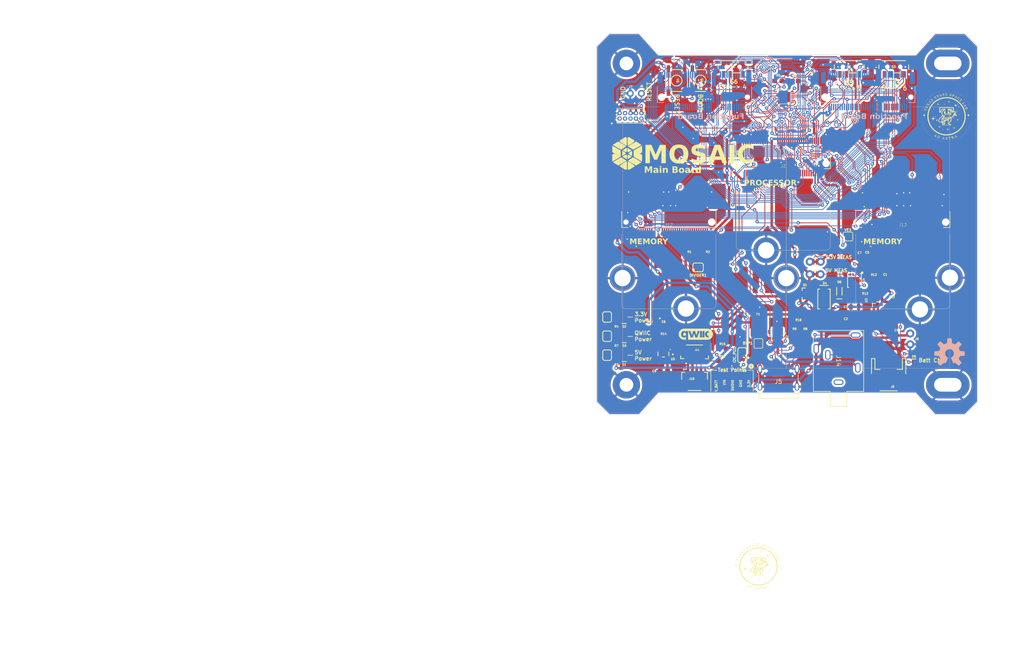
<source format=kicad_pcb>
(kicad_pcb (version 20241229) (generator "pcbnew") (generator_version "9.0")
  (title_block (title "MOSAIC Main Board") (date "2024-05-23") (rev "1.0") (company "Texas State Space Lab"))
  (layers (0 "F.Cu" signal) (2 "B.Cu" signal) (13 "F.Paste" user) (15 "B.Paste" user) (5 "F.SilkS" user "F.Silkscreen") (7 "B.SilkS" user "B.Silkscreen") (1 "F.Mask" user) (3 "B.Mask" user) (25 "Edge.Cuts" user))
  (net 0 "")
  (net 1 "V_USB")
  (net 2 "VIN")
  (net 3 "GND")
  (net 4 "Net-(U4-IN)")
  (net 5 "V_BATT")
  (net 6 "Net-(U4-OUT)")
  (net 7 "VCC")
  (net 8 "3.3V_QWIIC")
  (net 9 "Net-(D1-PadA)")
  (net 10 "Net-(D1-PadC)")
  (net 11 "Net-(D2-PadA)")
  (net 12 "Net-(D2-PadC)")
  (net 13 "Net-(D3-PadA)")
  (net 14 "Net-(D3-PadC)")
  (net 15 "Net-(D5-PadA)")
  (net 16 "Net-(U3-STAT)")
  (net 17 "Net-(U4-EN)")
  (net 18 "Net-(DIVIDER1-Pad2)")
  (net 19 "Net-(I2C_PU1-Pad1)")
  (net 20 "3.3V")
  (net 21 "Net-(I2C_PU1-Pad3)")
  (net 22 "/SPI_PROCESSOR_SCK")
  (net 23 "/RX1-DFU_TX-FC0-PLEX")
  (net 24 "/SPI_PROCESSOR_SDO")
  (net 25 "/TX1-DFU_RX-FC0-PLEX")
  (net 26 "/SPI_PROCESSOR_SDI")
  (net 27 "/~{DFU-FC0}")
  (net 28 "/RX1-PROCESSOR-PLEX")
  (net 29 "/TX1-PROCESSOR-PLEX")
  (net 30 "/CTS1-PROCESSOR")
  (net 31 "/RTS1-PROCESSOR")
  (net 32 "/I2C_SDA")
  (net 33 "/I2C_SCL")
  (net 34 "/I2C_~{INT}")
  (net 35 "/HOST_D+")
  (net 36 "/HOST_D-")
  (net 37 "/A0-PROCESSOR")
  (net 39 "/PROCESSOR_CAN-TX")
  (net 40 "/PROCESSOR_CAN-RX")
  (net 41 "/D0-PROCESSOR")
  (net 42 "/~{CS0}-PROCESSOR")
  (net 43 "/PWM0-PROCESSOR")
  (net 44 "/G0-PROCESSOR")
  (net 45 "/G1-PROCESSOR")
  (net 46 "/G2-PROCESSOR")
  (net 47 "/G3-PROCESSOR")
  (net 48 "/G4-PROCESSOR{slash}SD_CARD_~{CS}")
  (net 49 "/~{BOOT}")
  (net 50 "/~{RESET}")
  (net 52 "/SDIO_DATA2{slash}PWR_EN0_ALT")
  (net 53 "/D+")
  (net 54 "/3.3V_EN")
  (net 55 "/D-")
  (net 57 "/TX1-PROCESSOR")
  (net 58 "/D1-PROCESSOR")
  (net 59 "/RX1-PROCESSOR")
  (net 60 "/RX2-PROCESSOR")
  (net 61 "/SWDCK")
  (net 62 "/TX2-PROCESSOR")
  (net 63 "/SWDIO")
  (net 64 "/A1-PROCESSOR{slash}~{CS1}-ALT")
  (net 65 "/PWM1-PROCESSOR")
  (net 66 "/VIN{slash}3")
  (net 68 "/I2C_SDA1-PROCESSOR{slash}~{SD_ENABLE}")
  (net 70 "/I2C_SCL1-PROCESSOR{slash}QWIIC_EN")
  (net 74 "/SPI_SCK1-PROCESSOR")
  (net 75 "/SPI_SDO1-PROCESSOR")
  (net 79 "/SDIO_DATA1{slash}PWR_EN1_ALT")
  (net 81 "/G7-PROCESSOR")
  (net 82 "/~{CS1}-PROCESSOR")
  (net 83 "/G6-JUMPER")
  (net 85 "/G5-JUMPER")
  (net 86 "/RX1-DFU_TX-FC1-PLEX")
  (net 87 "/TX1-DFU_RX-FC1-PLEX")
  (net 88 "/~{DFU-FC1}")
  (net 96 "/~{CS1}-PROC-JUMPER")
  (net 97 "/G5-PROCESSOR")
  (net 98 "/G6-PROCESSOR")
  (net 101 "Net-(J5-CC1)")
  (net 102 "Net-(J5-CC2)")
  (net 105 "Net-(U3-PROG)")
  (net 135 "Net-(J12-VCC-Pad72)")
  (net 163 "Net-(J13-VCC-Pad72)")
  (net 164 "/RBF_USB_IN")
  (net 165 "/RBF_BATT_IN")
  (footprint "main_board_footprints_V1.0:1X01_NO_SILK" (layer "F.Cu") (at 169.5 69.5 90)
    (property "Reference" "J6")
    (property "Value" "~" (hide yes))
  )
  (footprint "main_board_footprints_V1.0:0603" (layer "F.Cu") (at 223.731499 113.949219 -90)
    (property "Reference" "R12")
    (property "Value" "2.0k" (hide yes))
  )
  (footprint "main_board_footprints_V1.0:1210" (layer "F.Cu") (at 196.8 122.944617 180)
    (property "Reference" "F1")
    (property "Value" "PTC RESET FUSE 6V 2A 1210" (hide yes))
  )
  (footprint "main_board_footprints_V1.0:0603" (layer "F.Cu") (at 222.17833 108.645737 90)
    (property "Reference" "C5")
    (property "Value" "4.7uF" (hide yes))
  )
  (footprint "main_board_footprints_V1.0:SOD-323" (layer "F.Cu") (at 215.69333 115.677187 90)
    (property "Reference" "D6")
    (property "Value" "SOD-323, 3.3V, 0.3W" (hide yes))
  )
  (footprint "main_board_footprints_V1.0:SL_Logo" (layer "F.Cu") (at 240.648339 74.6024)
    (property "Reference" "G***" (hide yes))
    (property "Value" "" (hide yes))
  )
  (footprint "main_board_footprints_V1.0:STAND-OFF-REFLOW-M2.5" (layer "F.Cu") (at 198.61 106.1 90)
    (property "Reference" "H3" (hide yes))
    (property "Value" "STAND-OFF-REFLOW-M2.5_2.5MM_TALL" (hide yes))
  )
  (footprint "main_board_footprints_V1.0:M.2-CONNECTOR-E" (layer "F.Cu") (at 202.61 85.825 180)
    (property "Reference" "J2")
    (property "Value" "CONN E")
  )
  (footprint "LOGO" (layer "F.Cu") (at 166.1 83.5)
    (property "Reference" "G***" (hide yes))
    (property "Value" "LOGO" (hide yes))
  )
  (footprint "main_board_footprints_V1.0:0603" (layer "F.Cu") (at 180.6707 107.5793 180)
    (property "Reference" "R1")
    (property "Value" "19.6k" (hide yes))
  )
  (footprint "main_board_footprints_V1.0:LED-0603" (layer "F.Cu") (at 165.5 126.077 -90)
    (property "Reference" "D3")
    (property "Value" "LED RED CLEAR SMD" (hide yes))
  )
  (footprint "main_board_footprints_V1.0:0603" (layer "F.Cu") (at 228.9765 126.8315 -90)
    (property "Reference" "C4")
    (property "Value" "4.7uF" (hide yes))
  )
  (footprint "main_board_footprints_V1.0:0603" (layer "F.Cu") (at 163.7 126.1063 -90)
    (property "Reference" "R7")
    (property "Value" "1k" (hide yes))
  )
  (footprint "main_board_footprints_V1.0:SMA-DIODE" (layer "F.Cu") (at 212.11 117.478 90)
    (property "Reference" "D4")
    (property "Value" "DIODE SCHOTTKY 40V 3A SMA" (hide yes))
  )
  (footprint "MountingHole:MountingHole_3.2mm_M3_Pad" (layer "F.Cu") (at 166 62.5 -90)
    (property "Reference" "H8" (hide yes))
    (property "Value" "MountingHole_Pad" (hide yes))
  )
  (footprint "main_board_footprints_V1.0:0805" (layer "F.Cu") (at 220.45333 108.645737 90)
    (property "Reference" "C7")
    (property "Value" "10uF")
  )
  (footprint "main_board_footprints_V1.0:QWIIC_8MM" (layer "F.Cu") (at 182.2 125.7)
    (property "Reference" "LOGO1" (hide yes))
    (property "Value" "QWIIC_LOGO_8MM" (hide yes))
  )
  (footprint "main_board_footprints_V1.0:M.2-CONNECTOR-E-Memory" (layer "F.Cu") (at 230.5 99.535 180)
    (property "Reference" "J13")
    (property "Value" "CONN E")
  )
  (footprint "main_board_footprints_V1.0:SMT-JUMPER_2_NC_TRACE_SILK" (layer "F.Cu") (at 161.5 126.1563 -90)
    (property "Reference" "QWIIC_LED1" (hide yes))
    (property "Value" "~" (hide yes))
  )
  (footprint "main_board_footprints_V1.0:PAD.03X.05" (layer "F.Cu") (at 192.7 135.4)
    (property "Reference" "GND1" (hide yes))
    (property "Value" "~" (hide yes))
  )
  (footprint "main_board_footprints_V1.0:LED-0603" (layer "F.Cu") (at 233.1 133.077 90)
    (property "Reference" "D5")
    (property "Value" "LED YELLOW CLEAR CHIP SMD" (hide yes))
  )
  (footprint "main_board_footprints_V1.0:0603" (layer "F.Cu") (at 174.75 134.3 180)
    (property "Reference" "C8")
    (property "Value" "1.0uF" (hide yes))
  )
  (footprint "main_board_footprints_V1.0:0603" (layer "F.Cu") (at 185.0457 107.5793 180)
    (property "Reference" "R2")
    (property "Value" "10k" (hide yes))
  )
  (footprint "main_board_footprints_V1.0:0603" (layer "F.Cu") (at 219.29333 116.325737)
    (property "Reference" "R13")
    (property "Value" "100k" (hide yes))
  )
  (footprint "main_board_footprints_V1.0:0603" (layer "F.Cu") (at 174.6791 123.95 180)
    (property "Reference" "C6")
    (property "Value" "1.0uF" (hide yes))
  )
  (footprint "main_board_footprints_V1.0:COMBO-JUMPER_2_NC_TRACE" (layer "F.Cu") (at 210.03 111.7)
    (property "Reference" "UNK5V_MEAS1" (hide yes))
    (property "Value" "~" (hide yes))
  )
  (footprint "main_board_footprints_V1.0:0603" (layer "F.Cu") (at 206.15 121.1 180)
    (property "Reference" "R10")
    (property "Value" "10k" (hide yes))
  )
  (footprint "main_board_footprints_V1.0:STAND-OFF-REFLOW-M2.5" (layer "F.Cu") (at 234.5 119.9 -90)
    (property "Reference" "H6" (hide yes))
    (property "Value" "STAND-OFF-REFLOW-M2.5_2.5MM_TALL" (hide yes))
  )
  (footprint "main_board_footprints_V1.0:SOT23-3" (layer "F.Cu") (at 207.7 116.3 90)
    (property "Reference" "Q1")
    (property "Value" "MOSFET P-CH 30V 3.1A SOT23-3" (hide yes))
  )
  (footprint "MountingHole:MountingHole_3.2mm_M3_Pad" (layer "F.Cu") (at 166 137.5 -90)
    (property "Reference" "H7" (hide yes))
    (property "Value" "MountingHole_Pad" (hide yes))
  )
  (footprint "main_board_footprints_V1.0:MountingHole_3.2mm_Pad_Oval" (layer "F.Cu") (at 241 62.5)
    (property "Reference" "H9" (hide yes))
    (property "Value" "MountingHole_Pad" (hide yes))
  )
  (footprint "main_board_footprints_V1.0:SOT23-5" (layer "F.Cu") (at 224.681499 118.849319)
    (property "Reference" "U3")
    (property "Value" "MCP73831 IC BATT CNTL" (hide yes))
  )
  (footprint "main_board_footprints_V1.0:0603" (layer "F.Cu") (at 163.7 121.6793 -90)
    (property "Reference" "R4")
    (property "Value" "1k" (hide yes))
  )
  (footprint "main_board_footprints_V1.0:1X01_NO_SILK" (layer "F.Cu") (at 166.9 69.5 90)
    (property "Reference" "J7")
    (property "Value" "~" (hide yes))
  )
  (footprint "main_board_footprints_V1.0:SMT-JUMPER_2_NC_TRACE_SILK" (layer "F.Cu") (at 161.5 121.6793 -90)
    (property "Reference" "UNK3V3_LED1" (hide yes))
    (property "Value" "~" (hide yes))
  )
  (footprint "main_board_footprints_V1.0:0603" (layer "F.Cu") (at 226.431499 113.899219 90)
    (property "Reference" "C1")
    (property "Value" "4.7uF" (hide yes))
  )
  (footprint "main_board_footprints_V1.0:M.2-CONNECTOR-E-Memory" (layer "F.Cu") (at 175.9 99.5375 180)
    (property "Reference" "J12")
    (property "Value" "CONN E")
  )
  (footprint "main_board_footprints_V1.0:SMT-JUMPER_2_NO_SILK" (layer "F.Cu") (at 196.8 127.851017 90)
    (property "Reference" "BYP1")
    (property "Value" "~")
  )
  (footprint "main_board_footprints_V1.0:0603" (layer "F.Cu") (at 163.7 130.5672 -90)
    (property "Reference" "R3")
    (property "Value" "2.2k" (hide yes))
  )
  (footprint "main_board_footprints_V1.0:0603" (layer "F.Cu") (at 201.46 66.6)
    (property "Reference" "R5")
    (property "Value" "100k" (hide yes))
  )
  (footprint "main_board_footprints_V1.0:UDFN-8" (layer "F.Cu") (at 219.21833 113.152187 180)
    (property "Reference" "U4")
    (property "Value" "IC REG LINEAR 3.3V 1A 8UDFN" (hide yes))
  )
  (footprint "main_board_footprints_V1.0:PAD.03X.05" (layer "F.Cu") (at 194.6 135.4)
    (property "Reference" "3.3V1" (hide yes))
    (property "Value" "~" (hide yes))
  )
  (footprint "main_board_footprints_V1.0:SWITCH_SPST_SMD_A" (layer "F.Cu") (at 190.9 63.28175)
    (property "Reference" "S2")
    (property "Value" "switch")
  )
  (footprint "main_board_footprints_V1.0:0603" (layer "F.Cu") (at 207.8 126.444617 -90)
    (property "Reference" "R8")
    (property "Value" "5.1k" (hide yes))
  )
  (footprint "main_board_footprints_V1.0:PAD.03X.05" (layer "F.Cu") (at 188.9 135.4)
    (property "Reference" "VIN1" (hide yes))
    (property "Value" "~" (hide yes))
  )
  (footprint "main_board_footprints_V1.0:0603" (layer "F.Cu") (at 205.3 126.444617 -90)
    (property "Reference" "R9")
    (property "Value" "5.1k" (hide yes))
  )
  (footprint "main_board_footprints_V1.0:COMBO-JUMPER_2_NC_TRACE" (layer "F.Cu") (at 210.07 108.78)
    (property "Reference" "UNK3V3_MEAS1" (hide yes))
    (property "Value" "~" (hide yes))
  )
  (footprint "main_board_footprints_V1.0:LED-0603" (layer "F.Cu") (at 165.5 121.6 -90)
    (property "Reference" "D2")
    (property "Value" "LED RED CLEAR SMD" (hide yes))
  )
  (footprint "main_board_footprints_V1.0:0805" (layer "F.Cu") (at 219.29333 119.325737)
    (property "Reference" "C3")
    (property "Value" "0.1uF" (hide yes))
  )
  (footprint "main_board_footprints_V1.0:0603" (layer "F.Cu") (at 188.35 131.925)
    (property "Reference" "R16")
    (property "Value" "2.2k" (hide yes))
  )
  (footprint "main_board_footprints_V1.0:0603" (layer "F.Cu") (at 205.26 66.6 180)
    (property "Reference" "R6")
    (property "Value" "100k" (hide yes))
  )
  (footprint "main_board_footprints_V1.0:SOT-23-6" (layer "F.Cu") (at 201.3 126.444617 180)
    (property "Reference" "U2")
    (property "Value" "TVS DIODE 3.3VWM 6VC SOT26" (hide yes))
  )
  (footprint "main_board_footprints_V1.0:SWITCH_SPST_SMD_A" (layer "F.Cu") (at 218 63.28175)
    (property "Reference" "S1")
    (property "Value" "switch")
  )
  (footprint "main_board_footprints_V1.0:0603" (layer "F.Cu") (at 188.4 129.025)
    (property "Reference" "R15")
    (property "Value" "2.2k" (hide yes))
  )
  (footprint "main_board_footprints_V1.0:JST-2-SMD" (layer "F.Cu") (at 227.1965 135.8965 180)
    (property "Reference" "J9")
    (property "Value" "CONN_JST_BATT" (hide yes))
  )
  (footprint "main_board_footprints_V1.0:SMT-JUMPER_3_2-NC_TRACE_SILK" (layer "F.Cu") (at 193.0209 130.5664 90)
    (property "Reference" "I2C_PU1")
    (property "Value" "~")
  )
  (footprint "main_board_footprints_V1.0:SWITCH_SPST_SMD_A" (layer "F.Cu") (at 228.4 63.28175)
    (property "Reference" "S3")
    (property "Value" "switch")
  )
  (footprint "main_board_footprints_V1.0:LED-0603" (layer "F.Cu") (at 165.5 130.5 -90)
    (property "Reference" "D1")
    (property "Value" "LED RED CLEAR SMD" (hide yes))
  )
  (footprint "main_board_footprints_V1.0:2X5-PTH-1.27MM" (layer "F.Cu") (at 166.96 74.735 180)
    (property "Reference" "J4")
    (property "Value" "CONN HEADER VERT 10POS 1.27MM" (hide yes))
  )
  (footprint "main_board_footprints_V1.0:SMT-JUMPER_2_NO_SILK" (layer "F.Cu") (at 217.7064 102.9)
    (property "Reference" "VE1")
    (property "Value" "~")
  )
  (footprint "main_board_footprints_V1.0:TACTILE_SWITCH_SMD_5.2MM" (layer "F.Cu") (at 177.7 66.5 -90)
    (property "Reference" "S4")
    (property "Value" "SMD Switch 5.2mm" (hide yes))
  )
  (footprint "main_board_footprints_V1.0:STAND-OFF-REFLOW-M2.5" (layer "F.Cu") (at 179.9 119.7)
    (property "Reference" "H5" (hide yes))
    (property "Value" "STAND-OFF-REFLOW-M2.5_2.5MM_TALL" (hide yes))
  )
  (footprint "main_board_footprints_V1.0:JST04_1MM_RA" (layer "F.Cu") (at 181.9 134.225)
    (property "Reference" "J10")
    (property "Value" "Right Angle Qwiic Connector" (hide yes))
  )
  (footprint "main_board_footprints_V1.0:1X02_NO_SILK" (layer "F.Cu") (at 232.2265 128.0665 90)
    (property "Reference" "J8")
    (property "Value" "~" (hide yes))
  )
  (footprint "main_board_footprints_V1.0:SMT-JUMPER_2_NC_TRACE_SILK" (layer "F.Cu") (at 161.5 130.5793 -90)
    (property "Reference" "UNK5V_LED1" (hide yes))
    (property "Value" "~" (hide yes))
  )
  (footprint "main_board_footprints_V1.0:JST04_1MM_VERT" (layer "F.Cu") (at 181.878 132.0834)
    (property "Reference" "J11")
    (property "Value" "Vertical Qwiic Connector" (hide yes))
  )
  (footprint "main_board_footprints_V1.0:SL_Logo" (layer "F.Cu") (at 196.75834 179.6524)
    (property "Reference" "G***" (hide yes))
    (property "Value" "LOGO" (hide yes))
  )
  (footprint "main_board_footprints_V1.0:PAD.03X.05" (layer "F.Cu") (at 190.8 135.4)
    (property "Reference" "SWDIO1" (hide yes))
    (property "Value" "~" (hide yes))
  )
  (footprint "main_board_footprints_V1.0:TDFN-14-1EP_3x3mm_P0.4mm_EP1.78x2.35mm" (layer "F.Cu") (at 203.3 70.33)
    (property "Reference" "U1")
    (property "Value" "IC SWITCH SP3T X 2 750mOhm TDFN-14(3x3)" (hide yes))
  )
  (footprint "main_board_footprints_V1.0:PAD.03X.05" (layer "F.Cu") (at 187 135.4)
    (property "Reference" "V_BATT1" (hide yes))
    (property "Value" "~" (hide yes))
  )
  (footprint "main_board_footprints_V1.0:0603" (layer "F.Cu") (at 228.031499 118.999219 -90)
    (property "Reference" "R11")
    (property "Value" "4.7k" (hide yes))
  )
  (footprint "main_board_footprints_V1.0:MountingHole_3.2mm_Pad_Oval" (layer "F.Cu") (at 241 137.5)
    (property "Reference" "H10" (hide yes))
    (property "Value" "MountingHole_Pad" (hide yes))
  )
  (footprint "main_board_footprints_V1.0:USB TYPE C RA SMT 16PIN 10155435-00011LF_AMP" (layer "F.Cu") (at 201.480095 136.742918)
    (property "Reference" "J5")
    (property "Value" "USB TYPE C R/A SMT 16PIN" (hide yes))
  )
  (footprint "main_board_footprints_V1.0:SMT-JUMPER_2_NC_TRACE_SILK" (layer "F.Cu") (at 182.7207 110.1)
    (property "Reference" "DIVIDER1")
    (property "Value" "~" (hide yes))
  )
  (footprint "main_board_footprints_V1.0:0805" (layer "F.Cu") (at 219.29333 122.127187)
    (property "Reference" "C2")
    (property "Value" "10uF" (hide yes))
  )
  (footprint "main_board_footprints_V1.0:TACTILE_SWITCH_SMD_5.2MM" (layer "F.Cu") (at 183.3 66.5 -90)
    (property "Reference" "S5")
    (property "Value" "SMD Switch 5.2mm" (hide yes))
  )
  (footprint "main_board_footprints_V1.0:CONN_35RAPC4BH3_SWC" (layer "F.Cu") (at 215.5 126.9178 90)
    (property "Reference" "J14")
    (property "Value" "35RAPC4BH3 CONN 3.5MM" (hide yes))
  )
  (footprint "main_board_footprints_V1.0:0603" (layer "F.Cu") (at 174.6791 126.8)
    (property "Reference" "R14")
    (property "Value" "100k" (hide yes))
  )
  (footprint "main_board_footprints_V1.0:SOT25" (layer "F.Cu") (at 174.6291 130.3 180)
    (property "Reference" "U5")
    (property "Value" "XC6503D331MR-500mA-3.3V" (hide yes))
  )
  (footprint "main_board_footprints_V1.0:OSHW-LOGO-L" (layer "B.Cu") (at 241.4 130.2 180)
    (property "Reference" "LOGO2" (hide yes))
    (property "Value" "OSHW-LOGOL" (hide yes))
  )
  (footprint "main_board_footprints_V1.0:M.2-CONNECTOR-E-FUNCTION-STANDARD" (layer "B.Cu") (at 184.22 70.375)
    (property "Reference" "J1")
    (property "Value" "CONN E")
  )
  (footprint "main_board_footprints_V1.0:STAND-OFF-REFLOW-M2.5" (layer "B.Cu") (at 241.5 112.5 180)
    (property "Reference" "H4" (hide yes))
    (property "Value" "STAND-OFF-REFLOW-M2.5_2.5MM_TALL" (hide yes))
  )
  (footprint "main_board_footprints_V1.0:STAND-OFF-REFLOW-M2.5" (layer "B.Cu") (at 165.1 112.6 180)
    (property "Reference" "H1" (hide yes))
    (property "Value" "STAND-OFF-REFLOW-M2.5_2.5MM_TALL" (hide yes))
  )
  (footprint "main_board_footprints_V1.0:M.2-CONNECTOR-E-FUNCTION-STANDARD" (layer "B.Cu") (at 222.36 70.375)
    (property "Reference" "J3")
    (property "Value" "CONN E")
  )
  (footprint "main_board_footprints_V1.0:STAND-OFF-REFLOW-M2.5" (layer "B.Cu") (at 203.3 112.6 180)
    (property "Reference" "H2" (hide yes))
    (property "Value" "STAND-OFF-REFLOW-M2.5_2.5MM_TALL" (hide yes))
  )
  (gr_line (start 166.3 130.6) (end 167.5 130.6) (stroke (width 0.15)) (layer "F.SilkS"))
  (gr_line (start 187.1 134.1) (end 185.7 134.1) (stroke (width 0.15)) (layer "F.SilkS"))
  (gr_line (start 185.7 134.1) (end 185.7 139) (stroke (width 0.15)) (layer "F.SilkS"))
  (gr_line (start 194.3 134.1) (end 195.6 134.1) (stroke (width 0.15)) (layer "F.SilkS"))
  (gr_line (start 166.3 121.7) (end 167.5 121.7) (stroke (width 0.15)) (layer "F.SilkS"))
  (gr_line (start 166.3 126.2) (end 167.5 126.2) (stroke (width 0.15)) (layer "F.SilkS"))
  (gr_line (start 195.6 134.1) (end 195.6 139) (stroke (width 0.15)) (layer "F.SilkS"))
  (gr_line (start 245 144.5) (end 248 141.5) (stroke (width 0.1)) (layer "Edge.Cuts"))
  (gr_line (start 248 58.5) (end 245 55.5) (stroke (width 0.1)) (layer "Edge.Cuts"))
  (gr_line (start 159 58.5) (end 159 141.5) (stroke (width 0.1)) (layer "Edge.Cuts"))
  (gr_line (start 233.5 60.5) (end 173.5 60.5) (stroke (width 0.1)) (layer "Edge.Cuts"))
  (gr_line (start 162 55.5) (end 159 58.5) (stroke (width 0.1)) (layer "Edge.Cuts"))
  (gr_line (start 169 144.5) (end 173.5 139.5) (stroke (width 0.1)) (layer "Edge.Cuts"))
  (gr_line (start 173.5 60.5) (end 169 55.5) (stroke (width 0.1)) (layer "Edge.Cuts"))
  (gr_line (start 162 144.5) (end 169 144.5) (stroke (width 0.1)) (layer "Edge.Cuts"))
  (gr_line (start 233.5 139.5) (end 238 144.5) (stroke (width 0.1)) (layer "Edge.Cuts"))
  (gr_line (start 169 55.5) (end 162 55.5) (stroke (width 0.1)) (layer "Edge.Cuts"))
  (gr_line (start 245 55.5) (end 238 55.5) (stroke (width 0.1)) (layer "Edge.Cuts"))
  (gr_line (start 238 55.5) (end 233.5 60.5) (stroke (width 0.1)) (layer "Edge.Cuts"))
  (gr_line (start 173.5 139.5) (end 233.5 139.5) (stroke (width 0.1)) (layer "Edge.Cuts"))
  (gr_line (start 159 141.5) (end 162 144.5) (stroke (width 0.1)) (layer "Edge.Cuts"))
  (gr_line (start 238 144.5) (end 245 144.5) (stroke (width 0.1)) (layer "Edge.Cuts"))
  (gr_line (start 248 141.5) (end 248 58.5) (stroke (width 0.1)) (layer "Edge.Cuts"))
  (gr_text "<->" (at 216.4 68.8 0) (layer "F.SilkS") (effects (font (size 0.8 0.8) (thickness 0.18) (bold yes)) (justify left bottom)))
  (gr_text "VIN" (at 189.2 137.7 90) (layer "F.SilkS") (effects (font (size 0.55 0.55) (thickness 0.13) (bold yes)) (justify left bottom)))
  (gr_text "5" (at 225.4 68.9 0) (layer "F.SilkS") (effects (font (size 1 1) (thickness 0.18) (bold yes)) (justify left bottom)))
  (gr_text "V_BATT" (at 187.3 139.2 90) (layer "F.SilkS") (effects (font (size 0.55 0.55) (thickness 0.13) (bold yes)) (justify left bottom)))
  (gr_text "GND" (at 193 138.1 90) (layer "F.SilkS") (effects (font (size 0.55 0.55) (thickness 0.13) (bold yes)) (justify left bottom)))
  (gr_text "5V MEAS" (at 212.3 111.3 0) (layer "F.SilkS") (effects (font (size 0.8 0.8) (thickness 0.18) (bold yes)) (justify left bottom)))
  (gr_text "BOOT" (at 182.7 69.5 270) (layer "F.SilkS") (effects (font (size 1 1) (thickness 0.18) (bold yes)) (justify left bottom)))
  (gr_text "3.3V MEAS" (at 212.2 108.2 0) (layer "F.SilkS") (effects (font (size 0.8 0.8) (thickness 0.18) (bold yes)) (justify left bottom)))
  (gr_text "GND" (at 165.8 71 90) (layer "F.SilkS") (effects (font (size 1 1) (thickness 0.18) (bold yes)) (justify left bottom)))
  (gr_text "SWDIO" (at 191.1 139 90) (layer "F.SilkS") (effects (font (size 0.55 0.55) (thickness 0.13) (bold yes)) (justify left bottom)))
  (gr_text "MEMORY" (at 166.7 104.9 0) (layer "F.SilkS") (effects (font (size 1.3 1.3) (thickness 0.325) (bold yes)) (justify left bottom)))
  (gr_text "4" (at 193 68.6 0) (layer "F.SilkS") (effects (font (size 1 1) (thickness 0.18) (bold yes)) (justify left bottom)))
  (gr_text "6" (at 230.4 68.9 0) (layer "F.SilkS") (effects (font (size 1 1) (thickness 0.18) (bold yes)) (justify left bottom)))
  (gr_text "3.3V" (at 194.9 138.2 90) (layer "F.SilkS") (effects (font (size 0.55 0.55) (thickness 0.13) (bold yes)) (justify left bottom)))
  (gr_text "3.3V \nPower" (at 167.8 123 0) (layer "F.SilkS") (effects (font (size 0.9 0.9) (thickness 0.18) (bold yes)) (justify left bottom)))
  (gr_text "RESET" (at 177.2 69.5 270) (layer "F.SilkS") (effects (font (size 1 1) (thickness 0.18) (bold yes)) (justify left bottom)))
  (gr_text "2" (at 219.9 68.9 0) (layer "F.SilkS") (effects (font (size 1 1) (thickness 0.18) (bold yes)) (justify left bottom)))
  (gr_text "QWIIC \nPower" (at 167.8 127.4 0) (layer "F.SilkS") (effects (font (size 0.9 0.9) (thickness 0.18) (bold yes)) (justify left bottom)))
  (gr_text "3" (at 188 68.6 0) (layer "F.SilkS") (effects (font (size 1 1) (thickness 0.18) (bold yes)) (justify left bottom)))
  (gr_text "<->" (at 226.9 68.7 0) (layer "F.SilkS") (effects (font (size 0.8 0.8) (thickness 0.18) (bold yes)) (justify left bottom)))
  (gr_text "Batt Chg." (at 234.1 132.3 0) (layer "F.SilkS") (effects (font (size 0.9 0.9) (thickness 0.18) (bold yes)) (justify left bottom)))
  (gr_text "<->" (at 189.5 68.4 0) (layer "F.SilkS") (effects (font (size 0.8 0.8) (thickness 0.18) (bold yes)) (justify left bottom)))
  (gr_text "G6" (at 190.1 67.3 0) (layer "F.SilkS") (effects (font (size 0.9 0.9) (thickness 0.18) (bold yes)) (justify left bottom)))
  (gr_text "PROCESSOR" (at 193.4 91.2 0) (layer "F.SilkS") (effects (font (size 1.3 1.3) (thickness 0.25) (bold yes)) (justify left bottom)))
  (gr_text "G5" (at 216.9 67.6 0) (layer "F.SilkS") (effects (font (size 1 1) (thickness 0.18) (bold yes)) (justify left bottom)))
  (gr_text "5V \nPower" (at 167.8 131.9 0) (layer "F.SilkS") (effects (font (size 0.9 0.9) (thickness 0.18) (bold yes)) (justify left bottom)))
  (gr_text "RESET" (at 171.9 71.5 90) (layer "F.SilkS") (effects (font (size 1 1) (thickness 0.18) (bold yes)) (justify left bottom)))
  (gr_text "MOSAIC" (at 169.9 86.5 0) (layer "F.SilkS") (effects (font (size 4.2 4.2) (thickness 0.7) (bold yes)) (justify left bottom)))
  (gr_text "1" (at 214.9 68.9 0) (layer "F.SilkS") (effects (font (size 1 1) (thickness 0.18) (bold yes)) (justify left bottom)))
  (gr_text "MEMORY" (at 221.3 104.9 0) (layer "F.SilkS") (effects (font (size 1.3 1.3) (thickness 0.325) (bold yes)) (justify left bottom)))
  (gr_text "Main Board" (at 170.1 88.3 0) (layer "F.SilkS") (effects (font (size 1.5 1.5) (thickness 0.325) (bold yes)) (justify left bottom)))
  (gr_text "V1.0" (at 180.5 88.1 0) (layer "F.SilkS") (effects (font (size 0.8 0.8)) (justify left bottom)))
  (gr_text "Test Points" (at 187.2 134.5 0) (layer "F.SilkS") (effects (font (size 0.8 0.8) (thickness 0.2) (bold yes)) (justify left bottom)))
  (gr_text "~{CS1}" (at 227 67.7 0) (layer "F.SilkS") (effects (font (size 1 1) (thickness 0.18) (bold yes)) (justify left bottom)))
  (gr_text "Function Board" (at 231.6 75.7 0) (layer "B.SilkS") (effects (font (size 1.3 1.3) (thickness 0.325) (bold yes)) (justify left bottom mirror)))
  (gr_text "Function Board" (at 193.5 75.7 0) (layer "B.SilkS") (effects (font (size 1.3 1.3) (thickness 0.325) (bold yes)) (justify left bottom mirror)))
  (segment (start 198.3 122.944617) (end 198.3 125.856275) (width 0.5588) (layer "F.Cu") (net 1))
  (segment (start 201.3 127.819717) (end 201.3 130.2278) (width 0.5588) (layer "F.Cu") (net 1))
  (segment (start 198.3 125.856275) (end 199.130242 126.686517) (width 0.5588) (layer "F.Cu") (net 1))
  (segment (start 199.130242 126.686517) (end 200.8418 126.686517) (width 0.5588) (layer "F.Cu") (net 1))
  (segment (start 201.3 127.144717) (end 201.3 127.819717) (width 0.5588) (layer "F.Cu") (net 1))
  (segment (start 196.8 128.257417) (end 197.559342 128.257417) (width 0.5588) (layer "F.Cu") (net 1))
  (segment (start 201.3 130.2278) (end 201.5722 130.5) (width 0.5588) (layer "F.Cu") (net 1))
  (segment (start 197.559342 128.257417) (end 199.130242 126.686517) (width 0.5588) (layer "F.Cu") (net 1))
  (segment (start 200.8418 126.686517) (end 201.3 127.144717) (width 0.5588) (layer "F.Cu") (net 1))
  (via (at 201.5722 130.5) (size 0.8) (drill 0.4) (layers "F.Cu" "B.Cu") (net 1))
  (segment (start 203.180399 132.108199) (end 218.6134 132.108199) (width 0.5588) (layer "B.Cu") (net 1))
  (segment (start 218.6134 132.108199) (end 220.0052 133.499999) (width 0.5588) (layer "B.Cu") (net 1))
  (segment (start 201.5722 130.5) (end 203.180399 132.108199) (width 0.5588) (layer "B.Cu") (net 1))
  (segment (start 188.9 134.7) (end 188.9 135.4) (width 0.5588) (layer "F.Cu") (net 2))
  (segment (start 208.7 117.25) (end 209.732 117.25) (width 0.5588) (layer "F.Cu") (net 2))
  (segment (start 179.8207 112.0779) (end 182.3 114.5572) (width 0.5588) (layer "F.Cu") (net 2))
  (segment (start 195.1667 78.2667) (end 195.5857 78.6857) (width 0.1778) (layer "F.Cu") (net 2))
  (segment (start 209.732 117.25) (end 212.11 119.628) (width 0.5588) (layer "F.Cu") (net 2))
  (segment (start 212.11 119.628) (end 214.572 119.628) (width 0.5588) (layer "F.Cu") (net 2))
  (segment (start 205.286417 121.086417) (end 197.1582 121.086417) (width 0.5588) (layer "F.Cu") (net 2))
  (segment (start 195.3 125.944617) (end 196.8 127.444617) (width 0.5588) (layer "F.Cu") (net 2))
  (segment (start 190.7 124.7) (end 191.7 123.7) (width 0.5588) (layer "F.Cu") (net 2))
  (segment (start 195.5857 78.6857) (end 195.5857 79.549064) (width 0.1778) (layer "F.Cu") (net 2))
  (segment (start 228.031499 118.149219) (end 226.231499 118.149219) (width 0.5588) (layer "F.Cu") (net 2))
  (segment (start 192.455383 122.944617) (end 191.7 123.7) (width 0.5588) (layer "F.Cu") (net 2))
  (segment (start 225.631499 117.549219) (end 225.631499 115.549219) (width 0.5588) (layer "F.Cu") (net 2))
  (segment (start 179.8207 107.5793) (end 179.8207 112.0779) (width 0.5588) (layer "F.Cu") (net 2))
  (segment (start 182.657142 105.6) (end 189.964 98.293142) (width 0.5588) (layer "F.Cu") (net 2))
  (segment (start 163.7 133.5) (end 163.6 133.6) (width 0.5588) (layer "F.Cu") (net 2))
  (segment (start 195.5857 79.549064) (end 195.36 79.774764) (width 0.1778) (layer "F.Cu") (net 2))
  (segment (start 195.3 122.944617) (end 195.3 125.944617) (width 0.5588) (layer "F.Cu") (net 2))
  (segment (start 225.631499 115.549219) (end 226.431499 114.749219) (width 0.5588) (layer "F.Cu") (net 2))
  (segment (start 187.7 133.5) (end 188.9 134.7) (width 0.5588) (layer "F.Cu") (net 2))
  (segment (start 205.46 120.49) (end 205.46 120.94) (width 0.5588) (layer "F.Cu") (net 2))
  (segment (start 179.8207 107.5793) (end 181.8 105.6) (width 0.5588) (layer "F.Cu") (net 2))
  (segment (start 208.7 117.25) (end 205.46 120.49) (width 0.5588) (layer "F.Cu") (net 2))
  (segment (start 193.5 78.2667) (end 195.1667 78.2667) (width 0.1778) (layer "F.Cu") (net 2))
  (segment (start 190.7 125.1) (end 190.7 124.7) (width 0.5588) (layer "F.Cu") (net 2))
  (segment (start 227.9 116.1) (end 227.78228 116.1) (width 0.5588) (layer "F.Cu") (net 2))
  (segment (start 205.46 120.94) (end 205.3 121.1) (width 0.5588) (layer "F.Cu") (net 2))
  (segment (start 195.3 122.944617) (end 192.455383 122.944617) (width 0.5588) (layer "F.Cu") (net 2))
  (segment (start 227.78228 116.1) (end 226.431499 114.749219) (width 0.5588) (layer "F.Cu") (net 2))
  (segment (start 205.3 121.1) (end 205.286417 121.086417) (width 0.5588) (layer "F.Cu") (net 2))
  (segment (start 181.8 105.6) (end 182.657142 105.6) (width 0.5588) (layer "F.Cu") (net 2))
  (segment (start 189.964 98.293142) (end 189.964 90.936) (width 0.5588) (layer "F.Cu") (net 2))
  (segment (start 163.7 131.4172) (end 163.7 133.5) (width 0.5588) (layer "F.Cu") (net 2))
  (segment (start 195.36 79.774764) (end 195.36 80.55) (width 0.1778) (layer "F.Cu") (net 2))
  (segment (start 197.1582 121.086417) (end 195.3 122.944617) (width 0.5588) (layer "F.Cu") (net 2))
  (segment (start 214.572 119.628) (end 214.9 119.3) (width 0.5588) (layer "F.Cu") (net 2))
  (segment (start 189.964 90.936) (end 190 90.9) (width 0.5588) (layer "F.Cu") (net 2))
  (segment (start 185.313679 133.5) (end 187.7 133.5) (width 0.5588) (layer "F.Cu") (net 2))
  (segment (start 226.231499 118.149219) (end 225.631499 117.549219) (width 0.5588) (layer "F.Cu") (net 2))
  (segment (start 189.4833 87.5) (end 189.4833 79.8) (width 0.5588) (layer "F.Cu") (net 2))
  (via (at 190.7 125.1) (size 0.8) (drill 0.4) (layers "F.Cu" "B.Cu") (net 2))
  (via (at 227.9 116.1) (size 0.8) (drill 0.4) (layers "F.Cu" "B.Cu") (net 2))
  (via (at 163.6 133.6) (size 0.8) (drill 0.4) (layers "F.Cu" "B.Cu") (net 2))
  (via (at 182.3 114.5572) (size 0.8) (drill 0.4) (layers "F.Cu" "B.Cu") (net 2))
  (via (at 190 90.9) (size 0.8) (drill 0.4) (layers "F.Cu" "B.Cu") (net 2))
  (via (at 189.4833 87.5) (size 0.8) (drill 0.4) (layers "F.Cu" "B.Cu") (net 2))
  (via (at 189.4833 79.8) (size 0.8) (drill 0.4) (layers "F.Cu" "B.Cu") (net 2))
  (via (at 185.313679 133.5) (size 0.8) (drill 0.4) (layers "F.Cu" "B.Cu") (net 2))
  (via (at 214.9 119.3) (size 0.8) (drill 0.4) (layers "F.Cu" "B.Cu") (net 2))
  (via (at 193.5 78.2667) (size 0.8) (drill 0.4) (layers "F.Cu" "B.Cu") (net 2))
  (segment (start 189.4833 90.3833) (end 189.4833 87.5) (width 0.5588) (layer "B.Cu") (net 2))
  (segment (start 190.7 120.3) (end 190.7 125.1) (width 0.5588) (layer "B.Cu") (net 2))
  (segment (start 224.7 119.3) (end 227.9 116.1) (width 0.5588) (layer "B.Cu") (net 2))
  (segment (start 190 90.9) (end 189.4833 90.3833) (width 0.5588) (layer "B.Cu") (net 2))
  (segment (start 190.7 128.113679) (end 190.7 125.1) (width 0.5588) (layer "B.Cu") (net 2))
  (segment (start 191.0166 78.2667) (end 193.5 78.2667) (width 0.5588) (layer "B.Cu") (net 2))
  (segment (start 182.3 114.5572) (end 184.9572 114.5572) (width 0.5588) (layer "B.Cu") (net 2))
  (segment (start 163.6 133.6) (end 164.6 133.6) (width 0.5588) (layer "B.Cu") (net 2))
  (segment (start 184.9572 114.5572) (end 190.7 120.3) (width 0.5588) (layer "B.Cu") (net 2))
  (segment (start 214.9 119.3) (end 224.7 119.3) (width 0.5588) (layer "B.Cu") (net 2))
  (segment (start 164.7 133.5) (end 185.313679 133.5) (width 0.5588) (layer "B.Cu") (net 2))
  (segment (start 164.6 133.6) (end 164.7 133.5) (width 0.5588) (layer "B.Cu") (net 2))
  (segment (start 185.313679 133.5) (end 190.7 128.113679) (width 0.5588) (layer "B.Cu") (net 2))
  (segment (start 189.4833 79.8) (end 191.0166 78.2667) (width 0.5588) (layer "B.Cu") (net 2))
  (segment (start 174.6291 128.9999) (end 174.6291 129.5999) (width 0.1778) (layer "F.Cu") (net 3))
  (segment (start 204.3933 75.0933) (end 204.3933 78.6) (width 0.1778) (layer "F.Cu") (net 3))
  (segment (start 201.36 81.7569) (end 201.61 82.0069) (width 0.1778) (layer "F.Cu") (net 3))
  (segment (start 166.9 101.8125) (end 166.9 100.5) (width 0.1778) (layer "F.Cu") (net 3))
  (segment (start 166.65 92.65) (end 166.5 92.5) (width 0.1778) (layer "F.Cu") (net 3))
  (segment (start 195.7 84.7233) (end 195.7 84.7) (width 0.1778) (layer "F.Cu") (net 3))
  (segment (start 168.4 103.6) (end 168.4 101.8125) (width 0.1778) (layer "F.Cu") (net 3))
  (segment (start 207.7 85.944271) (end 207.7 84.7) (width 0.1778) (layer "F.Cu") (net 3))
  (segment (start 206.022479 86.822479) (end 206.821792 86.822479) (width 0.1778) (layer "F.Cu") (net 3))
  (segment (start 205.405047 132.252468) (end 206.194953 132.252468) (width 0.5588) (layer "F.Cu") (net 3))
  (segment (start 221.5 100.1) (end 221.7 99.9) (width 0.1778) (layer "F.Cu") (net 3))
  (segment (start 220.9 104.1) (end 221.5 103.5) (width 0.1778) (layer "F.Cu") (net 3))
  (segment (start 204.36 78.6333) (end 204.3933 78.6) (width 0.1778) (layer "F.Cu") (net 3))
  (segment (start 239.75 94.26) (end 239.75 93.45) (width 0.1778) (layer "F.Cu") (net 3))
  (segment (start 221.25 95.65) (end 221.25 94.26) (width 0.1778) (layer "F.Cu") (net 3))
  (segment (start 223 105.2) (end 223 101.81) (width 0.1778) (layer "F.Cu") (net 3))
  (segment (start 174.65 94.2625) (end 174.65 95.55) (width 0.1778) (layer "F.Cu") (net 3))
  (segment (start 185.15 93.25) (end 185.9 92.5) (width 0.1778) (layer "F.Cu") (net 3))
  (segment (start 211.86 80.55) (end 211.86 79.85) (width 0.1778) (layer "F.Cu") (net 3))
  (segment (start 230.75 94.26) (end 230.75 92.75) (width 0.1778) (layer "F.Cu") (net 3))
  (segment (start 221.5 101.81) (end 221.5 100.1) (width 0.1778) (layer "F.Cu") (net 3))
  (segment (start 210.7 61.6) (end 206.6 61.6) (width 0.1778) (layer "F.Cu") (net 3))
  (segment (start 168.737264 100.7) (end 170.1 100.7) (width 0.1778) (layer "F.Cu") (net 3))
  (segment (start 194.86 83.86) (end 194.86 80.55) (width 0.1778) (layer "F.Cu") (net 3))
  (segment (start 196.20669 132.811015) (end 196.20669 134.718521) (width 0.5588) (layer "F.Cu") (net 3))
  (segment (start 185.15 95.85) (end 184.9 96.1) (width 0.1778) (layer "F.Cu") (net 3))
  (segment (start 176.15 95.55) (end 176.3 95.7) (width 0.1778) (layer "F.Cu") (net 3))
  (segment (start 201.5 90.21) (end 202.11 89.6) (width 0.1778) (layer "F.Cu") (net 3))
  (segment (start 202.11 88.1) (end 202.11 85.6) (width 0.1778) (layer "F.Cu") (net 3))
  (segment (start 194.86 80.55) (end 194.86 79.35) (width 0.1778) (layer "F.Cu") (net 3))
  (segment (start 204.36 80.55) (end 204.36 81.85) (width 0.1778) (layer "F.Cu") (net 3))
  (segment (start 195.7 84.7) (end 194.86 83.86) (width 0.1778) (layer "F.Cu") (net 3))
  (segment (start 203.2 72.5767) (end 203.364802 72.411898) (width 0.1778) (layer "F.Cu") (net 3))
  (segment (start 202.598836 82.0069) (end 202.86 81.745736) (width 0.1778) (layer "F.Cu") (net 3))
  (segment (start 196.20669 134.718521) (end 196.932786 135.444617) (width 0.5588) (layer "F.Cu") (net 3))
  (segment (start 168.4 101.8125) (end 168.4 101.037264) (width 0.1778) (layer "F.Cu") (net 3))
  (segment (start 177.65 94.2625) (end 177.65 92.25) (width 0.1778) (layer "F.Cu") (net 3))
  (segment (start 166.9 101.8125) (end 166.9 102.8) (width 0.1778) (layer "F.Cu") (net 3))
  (segment (start 206.6 61.6) (end 206.6 63) (width 0.1778) (layer "F.Cu") (net 3))
  (segment (start 202.598836 82.0069) (end 202.11 82.495736) (width 0.1778) (layer "F.Cu") (net 3))
  (segment (start 217.8 62.6) (end 219.124539 62.6) (width 0.1778) (layer "F.Cu") (net 3))
  (segment (start 177.65 92.25) (end 177.5 92.1) (width 0.1778) (layer "F.Cu") (net 3))
  (segment (start 232.25 94.26) (end 232.25 92.85) (width 0.1778) (layer "F.Cu") (net 3))
  (segment (start 196.932786 135.444617) (end 198.3 135.444617) (width 0.5588) (layer "F.Cu") (net 3))
  (segment (start 202.86 80.55) (end 202.86 78.7767) (width 0.1778) (layer "F.Cu") (net 3))
  (segment (start 166.65 94.2625) (end 166.65 92.65) (width 0.1778) (layer "F.Cu") (net 3))
  (segment (start 166.65 96.95) (end 166.3 97.3) (width 0.1778) (layer "F.Cu") (net 3))
  (segment (start 203.364802 72.411898) (end 203.905602 72.411898) (width 0.1778) (layer "F.Cu") (net 3))
  (segment (start 201.5 91.135454) (end 201.5 90.21) (width 0.1778) (layer "F.Cu") (net 3))
  (segment (start 193.36 79.35) (end 193.36 80.55) (width 0.1778) (layer "F.Cu") (net 3))
  (segment (start 204.253103 74.570983) (end 204.253103 74.953103) (width 0.1778) (layer "F.Cu") (net 3))
  (segment (start 201.11 78.6) (end 201.1 78.6) (width 0.1778) (layer "F.Cu") (net 3))
  (segment (start 168.4 101.037264) (end 168.737264 100.7) (width 0.1778) (layer "F.Cu") (net 3))
  (segment (start 205.2777 82.7677) (end 205.2777 86.0777) (width 0.1778) (layer "F.Cu") (net 3))
  (segment (start 229.25 95.55) (end 229.1 95.7) (width 0.1778) (layer "F.Cu") (net 3))
  (segment (start 211.86 81.85) (end 211.61 82.1) (width 0.1778) (layer "F.Cu") (net 3))
  (segment (start 204.61 82.1) (end 205.2777 82.7677) (width 0.1778) (layer "F.Cu") (net 3))
  (segment (start 168.23 72.725729) (end 169.655729 71.3) (width 0.1778) (layer "F.Cu") (net 3))
  (segment (start 221.5 103.5) (end 221.5 101.81) (width 0.1778) (layer "F.Cu") (net 3))
  (segment (start 170.1 100.7) (end 170.9 99.9) (width 0.1778) (layer "F.Cu") (net 3))
  (segment (start 198.279695 133.199619) (end 198.279695 132.93292) (width 0.5588) (layer "F.Cu") (net 3))
  (segment (start 169.655729 71.3) (end 170.3 71.3) (width 0.1778) (layer "F.Cu") (net 3))
  (segment (start 193.36 84.689987) (end 193.36 80.55) (width 0.1778) (layer "F.Cu") (net 3))
  (segment (start 204.680495 132.97702) (end 205.405047 132.252468) (width 0.5588) (layer "F.Cu") (net 3))
  (segment (start 232.25 94.26) (end 232.25 95.65) (width 0.1778) (layer "F.Cu") (net 3))
  (segment (start 194.86 79.35) (end 195.11 79.1) (width 0.1778) (layer "F.Cu") (net 3))
  (segment (start 206.194953 132.252468) (end 206.7535 132.811015) (width 0.5588) (layer "F.Cu") (net 3))
  (segment (start 232.25 95.65) (end 232.3 95.7) (width 0.1778) (layer "F.Cu") (net 3))
  (segment (start 174.6291 129.5999) (end 175.4292 130.4) (width 0.1778) (layer "F.Cu") (net 3))
  (segment (start 239.75 93.45) (end 240.1 93.1) (width 0.1778) (layer "F.Cu") (net 3))
  (segment (start 221.5 95.9) (end 221.25 95.65) (width 0.1778) (layer "F.Cu") (net 3))
  (segment (start 201.36 78.85) (end 201.11 78.6) (width 0.1778) (layer "F.Cu") (net 3))
  (segment (start 221.25 94.26) (end 221.25 92.85) (width 0.1778) (layer "F.Cu") (net 3))
  (segment (start 229.25 93.05) (end 229.1 92.9) (width 0.1778) (layer "F.Cu") (net 3))
  (segment (start 206.6 63) (end 206.8 63.2) (width 0.1778) (layer "F.Cu") (net 3))
  (segment (start 206.7535 134.718521) (end 206.027404 135.444617) (width 0.5588) (layer "F.Cu") (net 3))
  (segment (start 174.65 92.55) (end 174.7 92.5) (width 0.1778) (layer "F.Cu") (net 3))
  (segment (start 173.8291 122.0291) (end 173.8 122) (width 0.1778) (layer "F.Cu") (net 3))
  (segment (start 204.36 81.85) (end 204.61 82.1) (width 0.1778) (layer "F.Cu") (net 3))
  (segment (start 202.86 78.7767) (end 203.0367 78.6) (width 0.1778) (layer "F.Cu") (net 3))
  (segment (start 166.9 102.8) (end 166.2 103.5) (width 0.1778) (layer "F.Cu") (net 3))
  (segment (start 239.75 94.26) (end 239.75 95.65) (width 0.1778) (layer "F.Cu") (net 3))
  (segment (start 205.4 86.2) (end 206.022479 86.822479) (width 0.1778) (layer "F.Cu") (net 3))
  (segment (start 206.7535 132.811015) (end 206.7535 134.718521) (width 0.5588) (layer "F.Cu") (net 3))
  (segment (start 230.75 92.75) (end 230.7 92.7) (width 0.1778) (layer "F.Cu") (net 3))
  (segment (start 166.96 72.74) (end 166.96 74.1) (width 0.1778) (layer "F.Cu") (net 3))
  (segment (start 223 101.81) (end 223 100.4) (width 0.1778) (layer "F.Cu") (net 3))
  (segment (start 206.821792 86.822479) (end 207.7 85.944271) (width 0.1778) (layer "F.Cu") (net 3))
  (segment (start 230.75 95.65) (end 230.7 95.7) (width 0.1778) (layer "F.Cu") (net 3))
  (segment (start 204.253103 74.953103) (end 204.3933 75.0933) (width 0.1778) (layer "F.Cu") (net 3))
  (segment (start 221.25 92.85) (end 221.1 92.7) (width 0.1778) (layer "F.Cu") (net 3))
  (segment (start 203.905602 72.411898) (end 204.7875 71.53) (width 0.1778) (layer "F.Cu") (net 3))
  (segment (start 192.7 135.4) (end 192.7 134.8) (width 0.5588) (layer "F.Cu") (net 3))
  (segment (start 174.65 95.55) (end 174.5 95.7) (width 0.1778) (layer "F.Cu") (net 3))
  (segment (start 185.15 94.2625) (end 185.15 95.85) (width 0.1778) (layer "F.Cu") (net 3))
  (segment (start 168.3 103.7) (end 168.4 103.6) (width 0.1778) (layer "F.Cu") (net 3))
  (segment (start 192.5 79.1) (end 193.11 79.1) (width 0.1778) (layer "F.Cu") (net 3))
  (segment (start 223 100.4) (end 223.3 100.1) (width 0.1778) (layer "F.Cu") (net 3))
  (segment (start 204.36 80.55) (end 204.36 78.6333) (width 0.1778) (layer "F.Cu") (net 3))
  (segment (start 173.7 63.9) (end 172.7 63.9) (width 0.1778) (layer "F.Cu") (net 3))
  (segment (start 168.3 105.2) (end 168.3 103.7) (width 0.1778) (layer "F.Cu") (net 3))
  (segment (start 211.86 80.55) (end 211.86 81.85) (width 0.1778) (layer "F.Cu") (net 3))
  (segment (start 167.9 71.8) (end 166.96 72.74) (width 0.1778) (layer "F.Cu") (net 3))
  (segment (start 204.680495 133.199619) (end 204.680495 132.97702) (width 0.5588) (layer "F.Cu") (net 3))
  (segment (start 205.2777 86.0777) (end 205.4 86.2) (width 0.1778) (layer "F.Cu") (net 3))
  (segment (start 193.11 79.1) (end 193.36 79.35) (width 0.1778) (layer "F.Cu") (net 3))
  (segment (start 193.393313 84.7233) (end 193.36 84.689987) (width 0.1778) (layer "F.Cu") (net 3))
  (segment (start 239.75 95.65) (end 239.7 95.7) (width 0.1778) (layer "F.Cu") (net 3))
  (segment (start 176.15 94.2625) (end 176.15 95.55) (width 0.1778) (layer "F.Cu") (net 3))
  (segment (start 173.8291 123.95) (end 173.8291 122.0291) (width 0.1778) (layer "F.Cu") (net 3))
  (segment (start 206.027404 135.444617) (end 204.8 135.444617) (width 0.5588) (layer "F.Cu") (net 3))
  (segment (start 202.86 81.745736) (end 202.86 80.55) (width 0.1778) (layer "F.Cu") (net 3))
  (segment (start 174.65 94.2625) (end 174.65 92.55) (width 0.1778) (layer "F.Cu") (net 3))
  (segment (start 172.7 63.9) (end 171.6 65) (width 0.1778) (layer "F.Cu") (net 3))
  (segment (start 197.416095 132.06932) (end 196.948385 132.06932) (width 0.5588) (layer "F.Cu") (net 3))
  (segment (start 211.86 79.85) (end 212.61 79.1) (width 0.1778) (layer "F.Cu") (net 3))
  (segment (start 175.4292 130.4) (end 176.8 130.4) (width 0.1778) (layer "F.Cu") (net 3))
  (segment (start 196.948385 132.06932) (end 196.20669 132.811015) (width 0.5588) (layer "F.Cu") (net 3))
  (segment (start 230.75 94.26) (end 230.75 95.65) (width 0.1778) (layer "F.Cu") (net 3))
  (segment (start 176.15 92.75) (end 175.9 92.5) (width 0.1778) (layer "F.Cu") (net 3))
  (segment (start 177.65 95.55) (end 177.5 95.7) (width 0.1778) (layer "F.Cu") (net 3))
  (segment (start 202.11 82.495736) (end 202.11 85.6) (width 0.1778) (layer "F.Cu") (net 3))
  (segment (start 201.36 80.55) (end 201.36 78.85) (width 0.1778) (layer "F.Cu") (net 3))
  (segment (start 219.124539 62.6) (end 219.7381 61.986439) (width 0.1778) (layer "F.Cu") (net 3))
  (segment (start 202.11 89.6) (end 202.11 88.1) (width 0.1778) (layer "F.Cu") (net 3))
  (segment (start 229.25 94.26) (end 229.25 93.05) (width 0.1778) (layer "F.Cu") (net 3))
  (segment (start 192.7 134.8) (end 193.3 134.2) (width 0.5588) (layer "F.Cu") (net 3))
  (segment (start 232.25 92.85) (end 232.1 92.7) (width 0.1778) (layer "F.Cu") (net 3))
  (segment (start 166.65 94.2625) (end 166.65 96.95) (width 0.1778) (layer "F.Cu") (net 3))
  (segment (start 198.279695 132.93292) (end 197.416095 132.06932) (width 0.5588) (layer "F.Cu") (net 3))
  (segment (start 185.15 94.2625) (end 185.15 93.25) (width 0.1778) (layer "F.Cu") (net 3))
  (segment (start 201.36 80.55) (end 201.36 81.7569) (width 0.1778) (layer "F.Cu") (net 3))
  (segment (start 168.23 74.1) (end 166.96 74.1) (width 0.1778) (layer "F.Cu") (net 3))
  (segment (start 177.65 94.2625) (end 177.65 95.55) (width 0.1778) (layer "F.Cu") (net 3))
  (segment (start 211.9 62.8) (end 210.7 61.6) (width 0.1778) (layer "F.Cu") (net 3))
  (segment (start 176.15 94.2625) (end 176.15 92.75) (width 0.1778) (layer "F.Cu") (net 3))
  (segment (start 168.23 74.1) (end 168.23 72.725729) (width 0.1778) (layer "F.Cu") (net 3))
  (segment (start 229.25 94.26) (end 229.25 95.55) (width 0.1778) (layer "F.Cu") (net 3))
  (via (at 168.3 105.2) (size 0.5) (drill 0.3) (layers "F.Cu" "B.Cu") (net 3))
  (via (at 184.9 96.1) (size 0.5) (drill 0.3) (layers "F.Cu" "B.Cu") (net 3))
  (via (at 208.9 68.1) (size 0.8) (drill 0.3048) (layers "F.Cu" "B.Cu") (net 3))
  (via (at 223 105.2) (size 0.5) (drill 0.3) (layers "F.Cu" "B.Cu") (net 3))
  (via (at 204.61 82.1) (size 0.4) (drill 0.3) (layers "F.Cu" "B.Cu") (net 3))
  (via (at 171.6 65) (size 0.8) (drill 0.4) (layers "F.Cu" "B.Cu") (net 3))
  (via (at 212.61 79.1) (size 0.4) (drill 0.3) (layers "F.Cu" "B.Cu") (net 3))
  (via (at 203.2 64.3) (size 0.8) (drill 0.3048) (layers "F.Cu" "B.Cu") (net 3))
  (via (at 217.8 62.6) (size 0.8) (drill 0.4) (layers "F.Cu" "B.Cu") (net 3))
  (via (at 170.9 99.9) (size 0.5) (drill 0.3) (layers "F.Cu" "B.Cu") (net 3))
  (via (at 203.0367 78.6) (size 0.4) (drill 0.3) (layers "F.Cu" "B.Cu") (net 3))
  (via (at 230.7 95.7) (size 0.5) (drill 0.3) (layers "F.Cu" "B.Cu") (net 3))
  (via (at 232.3 95.7) (size 0.5) (drill 0.3) (layers "F.Cu" "B.Cu") (net 3))
  (via (at 239.7 95.7) (size 0.5) (drill 0.3) (layers "F.Cu" "B.Cu") (net 3))
  (via (at 183.3 62.2) (size 0.8) (drill 0.3048) (layers "F.Cu" "B.Cu") (net 3))
  (via (at 197.1 119.4) (size 0.8) (drill 0.3048) (layers "F.Cu" "B.Cu") (net 3))
  (via (at 185.95 74) (size 0.4) (drill 0.3) (layers "F.Cu" "B.Cu") (net 3))
  (via (at 221.1 92.7) (size 0.5) (drill 0.3) (layers "F.Cu" "B.Cu") (net 3))
  (via (at 190.6 133.1) (size 0.8) (drill 0.3048) (layers "F.Cu" "B.Cu") (net 3))
  (via (at 174.9 66.4) (size 0.4) (drill 0.3) (layers "F.Cu" "B.Cu") (net 3))
  (via (at 215.4 63.3) (size 0.8) (drill 0.3048) (layers "F.Cu" "B.Cu") (net 3))
  (via (at 224.3 74.25) (size 0.4) (drill 0.3) (layers "F.Cu" "B.Cu") (net 3))
  (via (at 193.393313 84.7233) (size 0.4) (drill 0.3) (layers "F.Cu" "B.Cu") (net 3))
  (via (at 229.1 92.9) (size 0.5) (drill 0.3) (layers "F.Cu" "B.Cu") (net 3))
  (via (at 229.1 95.7) (size 0.5) (drill 0.3) (layers "F.Cu" "B.Cu") (net 3))
  (via (at 186.4 81) (size 0.8) (drill 0.3048) (layers "F.Cu" "B.Cu") (net 3))
  (via (at 162.6 76.5) (size 0.8) (drill 0.4) (layers "F.Cu" "B.Cu") (net 3))
  (via (at 170.3 71.3) (size 0.8) (drill 0.4) (layers "F.Cu" "B.Cu") (net 3))
  (via (at 184.35 66.85) (size 0.4) (drill 0.3) (layers "F.Cu" "B.Cu") (net 3))
  (via (at 180.5 61.6) (size 0.8) (drill 0.3048) (layers "F.Cu" "B.Cu") (net 3))
  (via (at 185.65 70.9) (size 0.4) (drill 0.3) (layers "F.Cu" "B.Cu") (net 3))
  (via (at 193.85 71.6167) (size 0.4) (drill 0.3) (layers "F.Cu" "B.Cu") (net 3))
  (via (at 166.3 97.3) (size 0.5) (drill 0.3) (layers "F.Cu" "B.Cu") (net 3))
  (via (at 206.1 90.2) (size 0.8) (drill 0.4) (layers "F.Cu" "B.Cu") (net 3))
  (via (at 193.8 73.4333) (size 0.4) (drill 0.3) (layers "F.Cu" "B.Cu") (net 3))
  (via (at 221.3 67) (size 0.8) (drill 0.4) (layers "F.Cu" "B.Cu") (net 3))
  (via (at 177.8 63.2) (size 0.8) (drill 0.3048) (layers "F.Cu" "B.Cu") (net 3))
  (via (at 184.5 70.9) (size 0.4) (drill 0.3) (layers "F.Cu" "B.Cu") (net 3))
  (via (at 173.7 63.9) (size 0.4) (drill 0.3) (layers "F.Cu" "B.Cu") (net 3))
  (via (at 224.4 71.15) (size 0.4) (drill 0.3) (layers "F.Cu" "B.Cu") (net 3))
  (via (at 230.7 92.7) (size 0.5) (drill 0.3) (layers "F.Cu" "B.Cu") (net 3))
  (via (at 231.1 63.3) (size 0.8) (drill 0.4) (layers "F.Cu" "B.Cu") (net 3))
  (via (at 223.9 66.5) (size 0.4) (drill 0.3) (layers "F.Cu" "B.Cu") (net 3))
  (via (at 179.2 77.4) (size 0.8) (drill 0.3048) (layers "F.Cu" "B.Cu") (net 3))
  (via (at 221.7 99.9) (size 0.5) (drill 0.3) (layers "F.Cu" "B.Cu") (net 3))
  (via (at 184.25 63.55) (size 0.4) (drill 0.3) (layers "F.Cu" "B.Cu") (net 3))
  (via (at 210.5 64.3) (size 0.4) (drill 0.3) (layers "F.Cu" "B.Cu") (net 3))
  (via (at 220.9 104.1) (size 0.5) (drill 0.3) (layers "F.Cu" "B.Cu") (net 3))
  (via (at 193.5 76) (size 0.8) (drill 0.3048) (layers "F.Cu" "B.Cu") (net 3))
  (via (at 166.9 100.5) (size 0.5) (drill 0.3) (layers "F.Cu" "B.Cu") (net 3))
  (via (at 201.5 91.135454) (size 0.4) (drill 0.3) (layers "F.Cu" "B.Cu") (net 3))
  (via (at 186.25 63.9) (size 0.4) (drill 0.3) (layers "F.Cu" "B.Cu") (net 3))
  (via (at 206.8 63.2) (size 0.8) (drill 0.4) (layers "F.Cu" "B.Cu") (net 3))
  (via (at 167.9 71.8) (size 0.8) (drill 0.4) (layers "F.Cu" "B.Cu") (net 3))
  (via (at 213.125111 66.425111) (size 0.4) (drill 0.3) (layers "F.Cu" "B.Cu") (net 3))
  (via (at 166.5 92.5) (size 0.5) (drill 0.3) (layers "F.Cu" "B.Cu") (net 3))
  (via (at 231.5 74.25) (size 0.4) (drill 0.3) (layers "F.Cu" "B.Cu") (net 3))
  (via (at 197.7 66.9) (size 0.4) (drill 0.3) (layers "F.Cu" "B.Cu") (net 3))
  (via (at 223.9 70.7) (size 0.4) (drill 0.3) (layers "F.Cu" "B.Cu") (net 3))
  (via (at 191.75 71.1) (size 0.4) (drill 0.3) (layers "F.Cu" "B.Cu") (net 3))
  (via (at 175.9 92.5) (size 0.5) (drill 0.3) (layers "F.Cu" "B.Cu") (net 3))
  (via (at 176.8 130.4) (size 0.8) (drill 0.4) (layers "F.Cu" "B.Cu") (net 3))
  (via (at 226.3 62.1) (size 0.8) (drill 0.4) (layers "F.Cu" "B.Cu") (net 3))
  (via (at 191.85 74) (size 0.4) (drill 0.3) (layers "F.Cu" "B.Cu") (net 3))
  (via (at 202.598836 82.0069) (size 0.4) (drill 0.3) (layers "F.Cu" "B.Cu") (net 3))
  (via (at 185.05 70.8) (size 0.4) (drill 0.3) (layers "F.Cu" "B.Cu") (net 3))
  (via (at 176.3 95.7) (size 0.5) (drill 0.3) (layers "F.Cu" "B.Cu") (net 3))
  (via (at 201.61 82.0069) (size 0.4) (drill 0.3) (layers "F.Cu" "B.Cu") (net 3))
  (via (at 177.5 95.7) (size 0.5) (drill 0.3) (layers "F.Cu" "B.Cu") (net 3))
  (via (at 211.9 62.8) (size 0.8) (drill 0.3048) (layers "F.Cu" "B.Cu") (net 3))
  (via (at 210.9 86.4) (size 0.8) (drill 0.4) (layers "F.Cu" "B.Cu") (net 3))
  (via (at 174.5 95.7) (size 0.5) (drill 0.3) (layers "F.Cu" "B.Cu") (net 3))
  (via (at 221.5 95.9) (size 0.5) (drill 0.3) (layers "F.Cu" "B.Cu") (net 3))
  (via (at 198.3 135.444617) (size 0.8) (drill 0.4) (layers "F.Cu" "B.Cu") (net 3))
  (via (at 195.7 84.7233) (size 0.4) (drill 0.3) (layers "F.Cu" "B.Cu") (net 3))
  (via (at 189.1 78.4) (size 0.8) (drill 0.3048) (layers "F.Cu" "B.Cu") (net 3))
  (via (at 223.7 74.7) (size 0.4) (drill 0.3) (layers "F.Cu" "B.Cu") (net 3))
  (via (at 202.11 85.6) (size 0.4) (drill 0.3) (layers "F.Cu" "B.Cu") (net 3))
  (via (at 223.3 100.1) (size 0.5) (drill 0.3) (layers "F.Cu" "B.Cu") (net 3))
  (via (at 185.75 67.05) (size 0.4) (drill 0.3) (layers "F.Cu" "B.Cu") (net 3))
  (via (at 177.5 92.1) (size 0.5) (drill 0.3) (layers "F.Cu" "B.Cu") (net 3))
  (via (at 219.7381 61.986439) (size 0.8) (drill 0.4) (layers "F.Cu" "B.Cu") (net 3))
  (via (at 201.1 122.7) (size 0.8) (drill 0.3048) (layers "F.Cu" "B.Cu") (net 3))
  (via (at 191 80.1) (size 0.8) (drill 0.3048) (layers "F.Cu" "B.Cu") (net 3))
  (via (at 204.3933 78.6) (size 0.4) (drill 0.3) (layers "F.Cu" "B.Cu") (net 3))
  (via (at 174.7 92.5) (size 0.5) (drill 0.3) (layers "F.Cu" "B.Cu") (net 3))
  (via (at 166.2 103.5) (size 0.5) (drill 0.3) (layers "F.Cu" "B.Cu") (net 3))
  (via (at 185.9 92.5) (size 0.5) (drill 0.3) (layers "F.Cu" "B.Cu") (net 3))
  (via (at 232.6 68.3) (size 0.8) (drill 0.4) (layers "F.Cu" "B.Cu") (net 3))
  (via (at 224.3 63.4) (size 0.4) (drill 0.3) (layers "F.Cu" "B.Cu") (net 3))
  (via (at 181.6 80) (size 0.8) (drill 0.3048) (layers "F.Cu" "B.Cu") (net 3))
  (via (at 192.5 126.3) (size 0.8) (drill 0.3048) (layers "F.Cu" "B.Cu") (net 3))
  (via (at 184.8 74.2) (size 0.4) (drill 0.3) (layers "F.Cu" "B.Cu") (net 3))
  (via (at 193.5 66.5) (size 0.4) (drill 0.3) (layers "F.Cu" "B.Cu") (net 3))
  (via (at 229.8 70.6) (size 0.8) (drill 0.4) (layers "F.Cu" "B.Cu") (net 3))
  (via (at 212.9 101.8) (size 0.8) (drill 0.3048) (layers "F.Cu" "B.Cu") (net 3))
  (via (at 211.61 82.1) (size 0.4) (drill 0.3) (layers "F.Cu" "B.Cu") (net 3))
  (via (at 207.7 84.7) (size 0.8) (drill 0.4) (layers "F.Cu" "B.Cu") (net 3))
  (via (at 181.4 74.6) (size 0.8) (drill 0.3048) (layers "F.Cu" "B.Cu") (net 3))
  (via (at 206.6 61.6) (size 0.8) (drill 0.4) (layers "F.Cu" "B.Cu") (net 3))
  (via (at 230.4 74.5) (size 0.8) (drill 0.4) (layers "F.Cu" "B.Cu") (net 3))
  (via (at 203.2 72.5767) (size 0.8) (drill 0.4) (layers "F.Cu" "B.Cu") (net 3))
  (via (at 192.5 79.1) (size 0.4) (drill 0.3) (layers "F.Cu" "B.Cu") (net 3))
  (via (at 193.3 134.2) (size 0.8) (drill 0.3048) (layers "F.Cu" "B.Cu") (net 3))
  (via (at 173.8 122) (size 0.8) (drill 0.4) (layers "F.Cu" "B.Cu") (net 3))
  (via (at 231.4 70.7) (size 0.4) (drill 0.3) (layers "F.Cu" "B.Cu") (net 3))
  (via (at 187.5 87.9) (size 0.8) (drill 0.3048) (layers "F.Cu" "B.Cu") (net 3))
  (via (at 204.253103 74.570983) (size 0.8) (drill 0.4) (layers "F.Cu" "B.Cu") (net 3))
  (via (at 185.4 74.2) (size 0.4) (drill 0.3) (layers "F.Cu" "B.Cu") (net 3))
  (via (at 204.8 135.444617) (size 0.8) (drill 0.4) (layers "F.Cu" "B.Cu") (net 3))
  (via (at 240.1 93.1) (size 0.5) (drill 0.3) (layers "F.Cu" "B.Cu") (net 3))
  (via (at 208.8 66) (size 0.8) (drill 0.3048) (layers "F.Cu" "B.Cu") (net 3))
  (via (at 201.1 78.6) (size 0.8) (drill 0.4) (layers "F.Cu" "B.Cu") (net 3))
  (via (at 232.1 92.7) (size 0.5) (drill 0.3) (layers "F.Cu" "B.Cu") (net 3))
  (via (at 195.11 79.1) (size 0.4) (drill 0.3) (layers "F.Cu" "B.Cu") (net 3))
  (via (at 182.45 63.25) (size 0.4) (drill 0.3) (layers "F.Cu" "B.Cu") (net 3))
  (via (at 222.3 63.599) (size 0.8) (drill 0.4) (layers "F.Cu" "B.Cu") (net 3))
  (via (at 205.4 86.2) (size 0.8) (drill 0.3048) (layers "F.Cu" "B.Cu") (net 3))
  (via (at 182.85 66.4) (size 0.4) (drill 0.3) (layers "F.Cu" "B.Cu") (net 3))
  (segment (start 216.1 62.6) (end 217.8 62.6) (width 0.1778) (layer "B.Cu") (net 3))
  (segment (start 196.614088 65.214088) (end 196.614088 65.515501) (width 0.1778) (layer "B.Cu") (net 3))
  (segment (start 231.36 72.65) (end 231.36 70.74) (width 0.1778) (layer "B.Cu") (net 3))
  (segment (start 229.86 72.65) (end 229.86 73.96) (width 0.1778) (layer "B.Cu") (net 3))
  (segment (start 197.555832 66.155832) (end 197.555832 66.46377) (width 0.1778) (layer "B.Cu") (net 3))
  (segment (start 190.6323 80.4677) (end 189.206729 80.4677) (width 0.1778) (layer "B.Cu") (net 3))
  (segment (start 185.47 65.1) (end 185.47 64.68) (width 0.1778) (layer "B.Cu") (net 3))
  (segment (start 229.86 73.96) (end 230.4 74.5) (width 0.1778) (layer "B.Cu") (net 3))
  (segment (start 174.97 65.1) (end 174.97 66.33) (width 0.1778) (layer "B.Cu") (net 3))
  (segment (start 215.4 63.3) (end 216.1 62.6) (width 0.1778) (layer "B.Cu") (net 3))
  (segment (start 185.72 72.65) (end 185.72 73.77) (width 0.1778) (layer "B.Cu") (net 3))
  (segment (start 164.42 74.1) (end 162.6 75.92) (width 0.1778) (layer "B.Cu") (net 3))
  (segment (start 222.11 63.789) (end 222.3 63.599) (width 0.1778) (layer "B.Cu") (net 3))
  (segment (start 221.335764 63.599) (end 222.3 63.599) (width 0.1778) (layer "B.Cu") (net 3))
  (segment (start 210.5677 64.2323) (end 210.5 64.3) (width 0.1778) (layer "B.Cu") (net 3))
  (segment (start 223.86 72.65) (end 223.86 71.69) (width 0.1778) (layer "B.Cu") (net 3))
  (segment (start 197.005217 65.90663) (end 197.30663 65.90663) (width 0.1778) (layer "B.Cu") (net 3))
  (segment (start 182.47 66.02) (end 182.85 66.4) (width 0.1778) (layer "B.Cu") (net 3))
  (segment (start 185.47 66.77) (end 185.75 67.05) (width 0.1778) (layer "B.Cu") (net 3))
  (segment (start 204.253103 74.570983) (end 204.253103 74.353103) (width 0.1778) (layer "B.Cu") (net 3))
  (segment (start 212.692536 64.2323) (end 210.5677 64.2323) (width 0.1778) (layer "B.Cu") (net 3))
  (segment (start 185.72 70.97) (end 185.65 70.9) (width 0.1778) (layer "B.Cu") (net 3))
  (segment (start 182.47 65.1) (end 182.47 63.27) (width 0.1778) (layer "B.Cu") (net 3))
  (segment (start 220.61 66.31) (end 221.3 67) (width 0.1778) (layer "B.Cu") (net 3))
  (segment (start 195.6524 84.6757) (end 193.440913 84.6757) (width 0.1778) (layer "B.Cu") (net 3))
  (segment (start 193.887464 64.2323) (end 195.472387 64.2323) (width 0.1778) (layer "B.Cu") (net 3))
  (segment (start 224 63.4) (end 223.61 63.79) (width 0.1778) (layer "B.Cu") (net 3))
  (segment (start 231.61 67.31) (end 232.6 68.3) (width 0.1778) (layer "B.Cu") (net 3))
  (segment (start 195.7 84.7233) (end 195.6524 84.6757) (width 0.1778) (layer "B.Cu") (net 3))
  (segment (start 223.61 65.1) (end 223.61 66.21) (width 0.1778) (layer "B.Cu") (net 3))
  (segment (start 223.86 72.65) (end 223.86 73.81) (width 0.1778) (layer "B.Cu") (net 3))
  (segment (start 223.9 70.9) (end 223.36 71.44) (width 0.1778) (layer "B.Cu") (net 3))
  (segment (start 191.72 72.65) (end 191.72 71.13) (width 0.1778) (layer "B.Cu") (net 3))
  (segment (start 220.61 64.324764) (end 221.335764 63.599) (width 0.1778) (layer "B.Cu") (net 3))
  (segment (start 185.72 72.65) (end 185.72 70.97) (width 0.1778) (layer "B.Cu") (net 3))
  (segment (start 185.47 65.1) (end 185.47 66.77) (width 0.1778) (layer "B.Cu") (net 3))
  (segment (start 188.8156 78.6844) (end 189.1 78.4) (width 0.1778) (layer "B.Cu") (net 3))
  (segment (start 193.47 65.1) (end 193.47 66.47) (width 0.1778) (layer "B.Cu") (net 3))
  (segment (start 223.61 63.79) (end 223.61 65.1) (width 0.1778) (layer "B.Cu") (net 3))
  (segment (start 197.555832 66.46377) (end 197.7 66.607938) (width 0.1778) (layer "B.Cu") (net 3))
  (segment (start 184.72 74.12) (end 184.8 74.2) (width 0.1778) (layer "B.Cu") (net 3))
  (segment (start 231.61 65.1) (end 231.61 67.31) (width 0.1778) (layer "B.Cu") (net 3))
  (segment (start 191.72 71.13) (end 191.75 71.1) (width 0.1778) (layer "B.Cu") (net 3))
  (segment (start 231.36 72.65) (end 231.36 74.11) (width 0.1778) (layer "B.Cu") (net 3))
  (segment (start 224.3 63.4) (end 225 63.4) (width 0.1778) (layer "B.Cu") (net 3))
  (segment (start 224.3 63.4) (end 224 63.4) (width 0.1778) (layer "B.Cu") (net 3))
  (segment (start 191 80.1) (end 190.6323 80.4677) (width 0.1778) (layer "B.Cu") (net 3))
  (segment (start 209.4 86.4) (end 210.9 86.4) (width 0.1778) (layer "B.Cu") (net 3))
  (segment (start 162.6 75.92) (end 162.6 76.5) (width 0.1778) (layer "B.Cu") (net 3))
  (segment (start 213.11 66.41) (end 213.125111 66.425111) (width 0.1778) (layer "B.Cu") (net 3))
  (segment (start 213.11 65.1) (end 213.11 66.41) (width 0.1778) (layer "B.Cu") (net 3))
  (segment (start 231.36 74.11) (end 231.5 74.25) (width 0.1778) (layer "B.Cu") (net 3))
  (segment (start 223.9 70.7) (end 223.9 70.9) (width 0.1778) (layer "B.Cu") (net 3))
  (segment (start 185.22 72.65) (end 185.22 70.97) (width 0.1778) (layer "B.Cu") (net 3))
  (segment (start 197.30663 65.90663) (end 197.555832 66.155832) (width 0.1778) (layer "B.Cu") (net 3))
  (segment (start 223.61 66.21) (end 223.9 66.5) (width 0.1778) (layer "B.Cu") (net 3))
  (segment (start 191.72 72.65) (end 191.72 73.87) (width 0.1778) (layer "B.Cu") (net 3))
  (segment (start 229.86 70.66) (end 229.8 70.6) (width 0.1778) (layer "B.Cu") (net 3))
  (segment (start 205.4 86.2) (end 205.4 89.5) (width 0.1778) (layer "B.Cu") (net 3))
  (segment (start 185.22 74.02) (end 185.4 74.2) (width 0.1778) (layer "B.Cu") (net 3))
  (segment (start 193.47 64.649764) (end 193.887464 64.2323) (width 0.1778) (layer "B.Cu") (net 3))
  (segment (start 210.9 86.4) (end 210.9 85.8) (width 0.1778) (layer "B.Cu") (net 3))
  (segment (start 203.3 72.6767) (end 203.2 72.5767) (width 0.1778) (layer "B.Cu") (net 3))
  (segment (start 231.61 65.1) (end 231.61 63.81) (width 0.1778) (layer "B.Cu") (net 3))
  (segment (start 220.61 65.1) (end 220.61 64.324764) (width 0.1778) (layer "B.Cu") (net 3))
  (segment (start 189.206729 80.4677) (end 188.8156 80.076571) (width 0.1778) (layer "B.Cu") (net 3))
  (segment (start 184.72 72.65) (end 184.72 71.12) (width 0.1778) (layer "B.Cu") (net 3))
  (segment (start 183.97 66.47) (end 184.35 66.85) (width 0.1778) (layer "B.Cu") (net 3))
  (segment (start 188.8156 80.076571) (end 188.8156 78.6844) (width 0.1778) (layer "B.Cu") (net 3))
  (segment (start 196.614088 65.515501) (end 197.005217 65.90663) (width 0.1778) (layer "B.Cu") (net 3))
  (segment (start 223.36 72.65) (end 223.36 74.36) (width 0.1778) (layer "B.Cu") (net 3))
  (segment (start 193.22 72.8533) (end 193.8 73.4333) (width 0.1778) (layer "B.Cu") (net 3))
  (segment (start 223.86 71.69) (end 224.4 71.15) (width 0.1778) (layer "B.Cu") (net 3))
  (segment (start 193.47 65.1) (end 193.47 64.649764) (width 0.1778) (layer "B.Cu") (net 3))
  (segment (start 223.86 73.81) (end 224.3 74.25) (width 0.1778) (layer "B.Cu") (net 3))
  (segment (start 183.97 65.1) (end 183.97 66.47) (width 0.1778) (layer "B.Cu") (net 3))
  (segment (start 229.86 72.65) (end 229.86 70.66) (width 0.1778) (layer "B.Cu") (net 3))
  (segment (start 191.72 73.87) (end 191.85 74) (width 0.1778) (layer "B.Cu") (net 3))
  (segment (start 203.3 73.4) (end 203.3 72.6767) (width 0.1778) (layer "B.Cu") (net 3))
  (segment (start 213.11 64.649764) (end 212.692536 64.2323) (width 0.1778) (layer "B.Cu") (net 3))
  (segment (start 195.472387 64.2323) (end 195.898785 64.658699) (width 0.1778) (layer "B.Cu") (net 3))
  (segment (start 211.655497 82.145497) (end 211.61 82.1) (width 0.1778) (layer "B.Cu") (net 3))
  (segment (start 197.7 66.607938) (end 197.7 66.9) (width 0.1778) (layer "B.Cu") (net 3))
  (segment (start 211.655497 85.044503) (end 211.655497 82.145497) (width 0.1778) (layer "B.Cu") (net 3))
  (segment (start 174.4 63.9) (end 174.97 64.47) (width 0.1778) (layer "B.Cu") (net 3))
  (segment (start 193.22 72.65) (end 193.22 72.8533) (width 0.1778) (layer "B.Cu") (net 3))
  (segment (start 205.4 89.5) (end 206.1 90.2) (width 0.1778) (layer "B.Cu") (net 3))
  (segment (start 207.7 84.7) (end 209.4 86.4) (width 0.1778) (layer "B.Cu") (net 3))
  (segment (start 195.898785 64.658699) (end 196.058699 64.658699) (width 0.1778) (layer "B.Cu") (net 3))
  (segment (start 213.11 65.1) (end 213.11 64.649764) (width 0.1778) (layer "B.Cu") (net 3))
  (segment (start 193.22 72.65) (end 193.22 72.2467) (width 0.1778) (layer "B.Cu") (net 3))
  (segment (start 184.72 72.65) (end 184.72 74.12) (width 0.1778) (layer "B.Cu") (net 3))
  (segment (start 193.22 72.2467) (end 193.85 71.6167) (width 0.1778) (layer "B.Cu") (net 3))
  (segment (start 182.47 65.1) (end 182.47 66.02) (width 0.1778) (layer "B.Cu") (net 3))
  (segment (start 193.47 66.47) (end 193.5 66.5) (width 0.1778) (layer "B.Cu") (net 3))
  (segment (start 196.058699 64.658699) (end 196.614088 65.214088) (width 0.1778) (layer "B.Cu") (net 3))
  (segment (start 223.36 74.36) (end 223.7 74.7) (width 0.1778) (layer "B.Cu") (net 3))
  (segment (start 183.97 65.1) (end 183.97 63.83) (width 0.1778) (layer "B.Cu") (net 3))
  (segment (start 174.97 64.47) (end 174.97 65.1) (width 0.1778) (layer "B.Cu") (net 3))
  (segment (start 185.47 64.68) (end 186.25 63.9) (width 0.1778) (layer "B.Cu") (net 3))
  (segment (start 225 63.4) (end 226.3 62.1) (width 0.1778) (layer "B.Cu") (net 3))
  (segment (start 185.22 72.65) (end 185.22 74.02) (width 0.1778) (layer "B.Cu") (net 3))
  (segment (start 174.97 66.33) (end 174.9 66.4) (width 0.1778) (layer "B.Cu") (net 3))
  (segment (start 210.9 85.8) (end 211.655497 85.044503) (width 0.1778) (layer "B.Cu") (net 3))
  (segment (start 185.22 70.97) (end 185.05 70.8) (width 0.1778) (layer "B.Cu") (net 3))
  (segment (start 193.440913 84.6757) (end 193.393313 84.7233) (width 0.1778) (layer "B.Cu") (net 3))
  (segment (start 220.61 65.1) (end 220.61 66.31) (width 0.1778) (layer "B.Cu") (net 3))
  (segment (start 184.72 71.12) (end 184.5 70.9) (width 0.1778) (layer "B.Cu") (net 3))
  (segment (start 185.72 73.77) (end 185.95 74) (width 0.1778) (layer "B.Cu") (net 3))
  (segment (start 223.36 71.44) (end 223.36 72.65) (width 0.1778) (layer "B.Cu") (net 3))
  (segment (start 182.47 63.27) (end 182.45 63.25) (width 0.1778) (layer "B.Cu") (net 3))
  (segment (start 222.11 65.1) (end 222.11 63.789) (width 0.1778) (layer "B.Cu") (net 3))
  (segment (start 231.61 63.81) (end 231.1 63.3) (width 0.1778) (layer "B.Cu") (net 3))
  (segment (start 204.253103 74.353103) (end 203.3 73.4) (width 0.1778) (layer "B.Cu") (net 3))
  (segment (start 231.36 70.74) (end 231.4 70.7) (width 0.1778) (layer "B.Cu") (net 3))
  (segment (start 183.97 63.83) (end 184.25 63.55) (width 0.1778) (layer "B.Cu") (net 3))
  (segment (start 173.7 63.9) (end 174.4 63.9) (width 0.1778) (layer "B.Cu") (net 3))
  (segment (start 221.5 114.3) (end 220.420517 114.3) (width 0.1778) (layer "F.Cu") (net 4))
  (segment (start 220.19333 114.527187) (end 220.19333 116.275737) (width 0.1778) (layer "F.Cu") (net 4))
  (segment (start 220.19333 116.275737) (end 220.14333 116.325737) (width 0.1778) (layer "F.Cu") (net 4))
  (segment (start 218.39333 119.375737) (end 218.44333 119.325737) (width 0.1778) (layer "F.Cu") (net 4))
  (segment (start 220.420517 114.3) (end 220.19333 114.527187) (width 0.1778) (layer "F.Cu") (net 4))
  (segment (start 218.39333 122.127187) (end 218.39333 119.375737) (width 0.1778) (layer "F.Cu") (net 4))
  (segment (start 218.44333 119.325737) (end 218.44333 118.025737) (width 0.1778) (layer "F.Cu") (net 4))
  (segment (start 218.44333 118.025737) (end 220.14333 116.325737) (width 0.1778) (layer "F.Cu") (net 4))
  (via (at 221.5 114.3) (size 0.8) (drill 0.3048) (layers "F.Cu" "B.Cu") (net 4))
  (segment (start 211.3 111.7) (end 218.9 111.7) (width 0.1778) (layer "B.Cu") (net 4))
  (segment (start 218.9 111.7) (end 221.5 114.3) (width 0.1778) (layer "B.Cu") (net 4))
  (segment (start 206.6 116.3) (end 206.6 118.137736) (width 0.5588) (layer "F.Cu") (net 5))
  (segment (start 210.2998 132.4002) (end 210.2998 129.106999) (width 0.5588) (layer "F.Cu") (net 5))
  (segment (start 208.7 119.1) (end 209.5 119.9) (width 0.5588) (layer "F.Cu") (net 5))
  (segment (start 211.506799 127.5) (end 210.0498 128.956999) (width 0.5588) (layer "F.Cu") (net 5))
  (segment (start 218.039183 126.5) (end 213.9 126.5) (width 0.5588) (layer "F.Cu") (net 5))
  (segment (start 220.461018 127.000199) (end 218.539382 127.000199) (width 0.5588) (layer "F.Cu") (net 5))
  (segment (start 196.08709 137.8) (end 195.18709 138.7) (width 0.5588) (layer "F.Cu") (net 5))
  (segment (start 209.5 119.9) (end 209.5 122.3) (width 0.5588) (layer "F.Cu") (net 5))
  (segment (start 208.5 134.2) (end 210.2998 132.4002) (width 0.5588) (layer "F.Cu") (net 5))
  (segment (start 220.961217 126.5) (end 220.461018 127.000199) (width 0.5588) (layer "F.Cu") (net 5))
  (segment (start 212.9 127.5) (end 211.506799 127.5) (width 0.5588) (layer "F.Cu") (net 5))
  (segment (start 228.9765 125.9815) (end 231.7715 125.9815) (width 0.5588) (layer "F.Cu") (net 5))
  (segment (start 229.0765 125.8815) (end 228.9765 125.9815) (width 0.5588) (layer "F.Cu") (net 5))
  (segment (start 228.9765 125.9815) (end 228.458 126.5) (width 0.5588) (layer "F.Cu") (net 5))
  (segment (start 211.506799 124.306799) (end 211.506799 127.5) (width 0.5588) (layer "F.Cu") (net 5))
  (segment (start 229.0765 123.59442) (end 229.0765 125.8815) (width 0.5588) (layer "F.Cu") (net 5))
  (segment (start 206.6 118.137736) (end 206.268868 118.468868) (width 0.5588) (layer "F.Cu") (net 5))
  (segment (start 231.7715 125.9815) (end 232.2265 125.5265) (width 0.5588) (layer "F.Cu") (net 5))
  (segment (start 187 137.7) (end 187 135.4) (width 0.5588) (layer "F.Cu") (net 5))
  (segment (start 218.539382 127.000199) (end 218.039183 126.5) (width 0.5588) (layer "F.Cu") (net 5))
  (segment (start 195.18709 138.7) (end 188 138.7) (width 0.5588) (layer "F.Cu") (net 5))
  (segment (start 209.5 122.3) (end 211.506799 124.306799) (width 0.5588) (layer "F.Cu") (net 5))
  (segment (start 228.458 126.5) (end 220.961217 126.5) (width 0.5588) (layer "F.Cu") (net 5))
  (segment (start 188 138.7) (end 187 137.7) (width 0.5588) (layer "F.Cu") (net 5))
  (segment (start 225.631499 120.149419) (end 229.0765 123.59442) (width 0.5588) (layer "F.Cu") (net 5))
  (segment (start 213.9 126.5) (end 212.9 127.5) (width 0.5588) (layer "F.Cu") (net 5))
  (via (at 196.08709 137.8) (size 0.8) (drill 0.4) (layers "F.Cu" "B.Cu") (net 5))
  (via (at 208.5 134.2) (size 0.8) (drill 0.4) (layers "F.Cu" "B.Cu") (net 5))
  (via (at 208.7 119.1) (size 0.8) (drill 0.4) (layers "F.Cu" "B.Cu") (net 5))
  (via (at 206.268868 118.468868) (size 0.8) (drill 0.4) (layers "F.Cu" "B.Cu") (net 5))
  (segment (start 196.08709 137.262864) (end 197.047137 136.302817) (width 0.5588) (layer "B.Cu") (net 5))
  (segment (start 206.268868 118.468868) (end 208.068868 118.468868) (width 0.5588) (layer "B.Cu") (net 5))
  (segment (start 197.047137 136.302817) (end 206.397183 136.302817) (width 0.5588) (layer "B.Cu") (net 5))
  (segment (start 208.068868 118.468868) (end 208.7 119.1) (width 0.5588) (layer "B.Cu") (net 5))
  (segment (start 196.08709 137.8) (end 196.08709 137.262864) (width 0.5588) (layer "B.Cu") (net 5))
  (segment (start 206.397183 136.302817) (end 208.5 134.2) (width 0.5588) (layer "B.Cu") (net 5))
  (segment (start 220.45333 109.495737) (end 222.17833 109.495737) (width 0.1778) (layer "F.Cu") (net 6))
  (segment (start 220.19333 111.777187) (end 220.19333 109.755737) (width 0.1778) (layer "F.Cu") (net 6))
  (segment (start 219.3 109.3) (end 220.257593 109.3) (width 0.1778) (layer "F.Cu") (net 6))
  (segment (start 220.19333 109.755737) (end 220.45333 109.495737) (width 0.1778) (layer "F.Cu") (net 6))
  (segment (start 220.257593 109.3) (end 220.45333 109.495737) (width 0.1778) (layer "F.Cu") (net 6))
  (via (at 219.3 109.3) (size 0.8) (drill 0.3048) (layers "F.Cu" "B.Cu") (net 6))
  (segment (start 217.5725 107.5725) (end 219.3 109.3) (width 0.1778) (layer "B.Cu") (net 6))
  (segment (start 208.8 108.78) (end 210.0075 107.5725) (width 0.1778) (layer "B.Cu") (net 6))
  (segment (start 210.0075 107.5725) (end 217.5725 107.5725) (width 0.1778) (layer "B.Cu") (net 6))
  (segment (start 199.9 100.4333) (end 205.3 105.8333) (width 0.5588) (layer "F.Cu") (net 7))
  (segment (start 212.11 115.328) (end 211.29 115.328) (width 0.5588) (layer "F.Cu") (net 7))
  (segment (start 173.3 111.1) (end 175.5291 113.3291) (width 0.5588) (layer "F.Cu") (net 7))
  (segment (start 175.5291 126.8) (end 175.5291 128.9499) (width 0.5588) (layer "F.Cu") (net 7))
  (segment (start 175.5291 123.95) (end 175.5291 126.8) (width 0.5588) (layer "F.Cu") (net 7))
  (segment (start 204.568916 116.861442) (end 206.080358 115.35) (width 0.5588) (layer "F.Cu") (net 7))
  (segment (start 208.7 111.76) (end 208.76 111.7) (width 0.5588) (layer "F.Cu") (net 7))
  (segment (start 208.7 115.35) (end 208.7 111.76) (width 0.5588) (layer "F.Cu") (net 7))
  (segment (start 188.248598 123.95) (end 195.337156 116.861442) (width 0.5588) (layer "F.Cu") (net 7))
  (segment (start 206.080358 115.35) (end 208.7 115.35) (width 0.5588) (layer "F.Cu") (net 7))
  (segment (start 211.29 115.328) (end 211.268 115.35) (width 0.5588) (layer "F.Cu") (net 7))
  (segment (start 209.3 76.1) (end 209.8 76.6) (width 0.5588) (layer "F.Cu") (net 7))
  (segment (start 175.5291 128.9499) (end 175.5791 128.9999) (width 0.5588) (layer "F.Cu") (net 7))
  (segment (start 175.5291 113.3291) (end 175.5291 123.95) (width 0.5588) (layer "F.Cu") (net 7))
  (segment (start 195.337156 116.861442) (end 204.568916 116.861442) (width 0.5588) (layer "F.Cu") (net 7))
  (segment (start 205.3 108.24) (end 208.76 111.7) (width 0.5588) (layer "F.Cu") (net 7))
  (segment (start 199.9 80.1) (end 199.9 100.4333) (width 0.5588) (layer "F.Cu") (net 7))
  (segment (start 163.9 86.5) (end 163.9 104.3) (width 0.5588) (layer "F.Cu") (net 7))
  (segment (start 205.3 107.1667) (end 205.3 108.24) (width 0.5588) (layer "F.Cu") (net 7))
  (segment (start 175.5291 123.95) (end 188.248598 123.95) (width 0.5588) (layer "F.Cu") (net 7))
  (segment (start 211.268 115.35) (end 208.7 115.35) (width 0.5588) (layer "F.Cu") (net 7))
  (segment (start 209.8 76.6) (end 209.8 78.921623) (width 0.5588) (layer "F.Cu") (net 7))
  (segment (start 175.5 74.9) (end 163.9 86.5) (width 0.5588) (layer "F.Cu") (net 7))
  (segment (start 209.8 78.921623) (end 209.523307 79.198316) (width 0.5588) (layer "F.Cu") (net 7))
  (via (at 209.3 76.1) (size 0.8) (drill 0.4) (layers "F.Cu" "B.Cu") (net 7))
  (via (at 209.523307 79.198316) (size 0.8) (drill 0.4) (layers "F.Cu" "B.Cu") (net 7))
  (via (at 199.9 80.1) (size 0.8) (drill 0.4) (layers "F.Cu" "B.Cu") (net 7))
  (via (at 163.9 104.3) (size 0.8) (drill 0.4) (layers "F.Cu" "B.Cu") (net 7))
  (via (at 205.3 105.8333) (size 0.8) (drill 0.4) (layers "F.Cu" "B.Cu") (net 7))
  (via (at 213.1 74.1) (size 0.8) (drill 0.4) (layers "F.Cu" "B.Cu") (net 7))
  (via (at 175.5 74.9) (size 0.8) (drill 0.4) (layers "F.Cu" "B.Cu") (net 7))
  (via (at 205.3 107.1667) (size 0.8) (drill 0.4) (layers "F.Cu" "B.Cu") (net 7))
  (via (at 173.3 111.1) (size 0.8) (drill 0.4) (layers "F.Cu" "B.Cu") (net 7))
  (segment (start 166.2 106.6) (end 168.8 106.6) (width 0.5588) (layer "B.Cu") (net 7))
  (segment (start 213.36 73.84) (end 213.1 74.1) (width 0.5588) (layer "B.Cu") (net 7))
  (segment (start 211.3 74.1) (end 209.3 76.1) (width 0.5588) (layer "B.Cu") (net 7))
  (segment (start 175.72 74.68) (end 175.5 74.9) (width 0.1778) (layer "B.Cu") (net 7))
  (segment (start 208.601684 79.198316) (end 207.7 80.1) (width 0.5588) (layer "B.Cu") (net 7))
  (segment (start 175.22 74.62) (end 175.5 74.9) (width 0.5588) (layer "B.Cu") (net 7))
  (segment (start 213.1 74.1) (end 211.3 74.1) (width 0.5588) (layer "B.Cu") (net 7))
  (segment (start 163.9 104.3) (end 166.2 106.6) (width 0.5588) (layer "B.Cu") (net 7))
  (segment (start 207.7 80.1) (end 199.9 80.1) (width 0.5588) (layer "B.Cu") (net 7))
  (segment (start 205.3 105.8333) (end 205.3 107.1667) (width 0.5588) (layer "B.Cu") (net 7))
  (segment (start 175.22 72.65) (end 175.22 74.62) (width 0.5588) (layer "B.Cu") (net 7))
  (segment (start 213.86 73.34) (end 213.1 74.1) (width 0.1778) (layer "B.Cu") (net 7))
  (segment (start 213.36 72.65) (end 213.36 73.84) (width 0.5588) (layer "B.Cu") (net 7))
  (segment (start 168.8 106.6) (end 173.3 111.1) (width 0.5588) (layer "B.Cu") (net 7))
  (segment (start 213.86 72.65) (end 213.86 73.34) (width 0.1778) (layer "B.Cu") (net 7))
  (segment (start 175.72 72.65) (end 175.72 74.68) (width 0.1778) (layer "B.Cu") (net 7))
  (segment (start 209.523307 79.198316) (end 208.601684 79.198316) (width 0.5588) (layer "B.Cu") (net 7))
  (segment (start 181.4 134.225) (end 181.4 134.819642) (width 0.5588) (layer "F.Cu") (net 8))
  (segment (start 181.4 131.3084) (end 181.4 134.225) (width 0.5588) (layer "F.Cu") (net 8))
  (segment (start 164.6559 127.9122) (end 170.537958 127.9122) (width 0.5588) (layer "F.Cu") (net 8))
  (segment (start 174.5209 130.5419) (end 175.5791 131.6001) (width 0.5588) (layer "F.Cu") (net 8))
  (segment (start 180.861442 135.3582) (end 176.6582 135.3582) (width 0.5588) (layer "F.Cu") (net 8))
  (segment (start 173.167658 130.5419) (end 174.5209 130.5419) (width 0.5588) (layer "F.Cu") (net 8))
  (segment (start 175.5791 131.6001) (end 175.5791 134.2791) (width 0.5588) (layer "F.Cu") (net 8))
  (segment (start 163.7 126.9563) (end 164.6559 127.9122) (width 0.5588) (layer "F.Cu") (net 8))
  (segment (start 175.5791 134.2791) (end 175.6 134.3) (width 0.5588) (layer "F.Cu") (net 8))
  (segment (start 181.4 134.819642) (end 180.861442 135.3582) (width 0.5588) (layer "F.Cu") (net 8))
  (segment (start 176.6582 135.3582) (end 175.6 134.3) (width 0.5588) (layer "F.Cu") (net 8))
  (segment (start 170.537958 127.9122) (end 173.167658 130.5419) (width 0.5588) (layer "F.Cu") (net 8))
  (segment (start 163.7942 129.623) (end 163.7 129.7172) (width 0.1778) (layer "F.Cu") (net 9))
  (segment (start 165.5 129.623) (end 163.7942 129.623) (width 0.1778) (layer "F.Cu") (net 9))
  (segment (start 162.135 131.1) (end 161.5 131.1) (width 0.1778) (layer "F.Cu") (net 10))
  (segment (start 164.6579 130.5349) (end 162.7001 130.5349) (width 0.1778) (layer "F.Cu") (net 10))
  (segment (start 165.5 131.377) (end 164.6579 130.5349) (width 0.1778) (layer "F.Cu") (net 10))
  (segment (start 162.7001 130.5349) (end 162.135 131.1) (width 0.1778) (layer "F.Cu") (net 10))
  (segment (start 163.8063 120.723) (end 163.7 120.8293) (width 0.1778) (layer "F.Cu") (net 11))
  (segment (start 165.5 120.723) (end 163.8063 120.723) (width 0.1778) (layer "F.Cu") (net 11))
  (segment (start 162.688 121.647) (end 162.135 122.2) (width 0.1778) (layer "F.Cu") (net 12))
  (segment (start 164.67 121.647) (end 162.688 121.647) (width 0.1778) (layer "F.Cu") (net 12))
  (segment (start 165.5 122.477) (end 164.67 121.647) (width 0.1778) (layer "F.Cu") (net 12))
  (segment (start 162.135 122.2) (end 161.5 122.2) (width 0.1778) (layer "F.Cu") (net 12))
  (segment (start 163.7563 125.2) (end 163.7 125.2563) (width 0.1778) (layer "F.Cu") (net 13))
  (segment (start 165.5 125.2) (end 163.7563 125.2) (width 0.1778) (layer "F.Cu") (net 13))
  (segment (start 163.117464 126.1386) (end 162.579064 126.677) (width 0.1778) (layer "F.Cu") (net 14))
  (segment (start 164.6846 126.1386) (end 163.117464 126.1386) (width 0.1778) (layer "F.Cu") (net 14))
  (segment (start 165.5 126.954) (end 164.6846 126.1386) (width 0.1778) (layer "F.Cu") (net 14))
  (segment (start 162.579064 126.677) (end 161.5 126.677) (width 0.1778) (layer "F.Cu") (net 14))
  (segment (start 228.031499 119.849219) (end 229.9337 121.75142) (width 0.1778) (layer "F.Cu") (net 15))
  (segment (start 233.8677 131.415363) (end 232.730908 130.278571) (width 0.1778) (layer "F.Cu") (net 15))
  (segment (start 233.8677 133.1863) (end 233.8677 131.415363) (width 0.1778) (layer "F.Cu") (net 15))
  (segment (start 232.730908 130.278571) (end 230.921429 130.278571) (width 0.1778) (layer "F.Cu") (net 15))
  (segment (start 229.9337 121.75142) (end 229.9337 124.0265) (width 0.1778) (layer "F.Cu") (net 15))
  (segment (start 233.1 133.954) (end 233.8677 133.1863) (width 0.1778) (layer "F.Cu") (net 15))
  (via (at 230.921429 130.278571) (size 0.8) (drill 0.3048) (layers "F.Cu" "B.Cu") (net 15))
  (via (at 229.9337 124.0265) (size 0.8) (drill 0.3048) (layers "F.Cu" "B.Cu") (net 15))
  (segment (start 230.921429 130.278571) (end 230 129.357142) (width 0.1778) (layer "B.Cu") (net 15))
  (segment (start 230 129.357142) (end 230 124.0928) (width 0.1778) (layer "B.Cu") (net 15))
  (segment (start 230 124.0928) (end 229.9337 124.0265) (width 0.1778) (layer "B.Cu") (net 15))
  (segment (start 231.9 132.2) (end 233.1 132.2) (width 0.1778) (layer "F.Cu") (net 16))
  (segment (start 223.731499 120.149419) (end 223.731499 125.074299) (width 0.1778) (layer "F.Cu") (net 16))
  (segment (start 223.731499 125.074299) (end 224.3 125.6428) (width 0.1778) (layer "F.Cu") (net 16))
  (via (at 231.9 132.2) (size 0.8) (drill 0.3048) (layers "F.Cu" "B.Cu") (net 16))
  (via (at 224.3 125.6428) (size 0.8) (drill 0.3048) (layers "F.Cu" "B.Cu") (net 16))
  (segment (start 224.3 125.6428) (end 225.3428 125.6428) (width 0.1778) (layer "B.Cu") (net 16))
  (segment (start 225.3428 125.6428) (end 231.9 132.2) (width 0.1778) (layer "B.Cu") (net 16))
  (segment (start 218.24333 114.527187) (end 218.24333 116.125737) (width 0.1778) (layer "F.Cu") (net 17))
  (segment (start 218.24333 116.125737) (end 218.44333 116.325737) (width 0.1778) (layer "F.Cu") (net 17))
  (segment (start 216.19478 116.325737) (end 215.69333 116.827187) (width 0.1778) (layer "F.Cu") (net 17))
  (segment (start 218.24333 114.527187) (end 215.823524 112.107381) (width 0.1778) (layer "F.Cu") (net 17))
  (segment (start 218.44333 116.325737) (end 216.19478 116.325737) (width 0.1778) (layer "F.Cu") (net 17))
  (segment (start 218.1128 104.5872) (end 218.1128 102.9) (width 0.1778) (layer "F.Cu") (net 17))
  (segment (start 215.823524 112.107381) (end 215.823524 106.876476) (width 0.1778) (layer "F.Cu") (net 17))
  (segment (start 215.823524 106.876476) (end 218.1128 104.5872) (width 0.1778) (layer "F.Cu") (net 17))
  (segment (start 185.8957 107.5793) (end 185.8957 108.825) (width 0.1778) (layer "F.Cu") (net 18))
  (segment (start 185.8957 108.825) (end 184.6207 110.1) (width 0.1778) (layer "F.Cu") (net 18))
  (segment (start 184.6207 110.1) (end 183.2414 110.1) (width 0.1778) (layer "F.Cu") (net 18))
  (segment (start 189.2 131.925) (end 192.7037 131.925) (width 0.1778) (layer "F.Cu") (net 19))
  (segment (start 192.7037 131.925) (end 193.0209 131.6078) (width 0.1778) (layer "F.Cu") (net 19))
  (segment (start 199.886571 61.2656) (end 198.811 61.2656) (width 0.1778) (layer "F.Cu") (net 20))
  (segment (start 205.31 65.7) (end 208.096414 65.7) (width 0.1778) (layer "F.Cu") (net 20))
  (segment (start 195.9 118.1) (end 199.9 118.1) (width 0.1778) (layer "F.Cu") (net 20))
  (segment (start 213.9 69.9667) (end 213.6 69.6667) (width 0.1778) (layer "F.Cu") (net 20))
  (segment (start 213.6 69.6667) (end 213.6 67.4) (width 0.1778) (layer "F.Cu") (net 20))
  (segment (start 211.34 108.54) (end 211.34 108.78) (width 0.1778) (layer "F.Cu") (net 20))
  (segment (start 182.1 86.5) (end 185.7 86.5) (width 0.5588) (layer "F.Cu") (net 20))
  (segment (start 198.811 61.2656) (end 198.653316 61.423284) (width 0.1778) (layer "F.Cu") (net 20))
  (segment (start 200.61 66.6) (end 201.5 65.71) (width 0.1778) (layer "F.Cu") (net 20))
  (segment (start 213.6 67.4) (end 213.428571 67.228571) (width 0.1778) (layer "F.Cu") (net 20))
  (segment (start 164.6059 123.4352) (end 163.7 122.5293) (width 0.5588) (layer "F.Cu") (net 20))
  (segment (start 201.8125 67.8025) (end 200.61 66.6) (width 0.1778) (layer "F.Cu") (net 20))
  (segment (start 173.483571 62.283571) (end 173.883571 62.283571) (width 0.5588) (layer "F.Cu") (net 20))
  (segment (start 203.9 106.5) (end 209.3 106.5) (width 0.1778) (layer "F.Cu") (net 20))
  (segment (start 201.8125 69.13) (end 201.8125 67.8025) (width 0.1778) (layer "F.Cu") (net 20))
  (segment (start 201.5 65.71) (end 201.5 62.879029) (width 0.1778) (layer "F.Cu") (net 20))
  (segment (start 195.7 118.3) (end 195.9 118.1) (width 0.1778) (layer "F.Cu") (net 20))
  (segment (start 201.5 62.879029) (end 199.886571 61.2656) (width 0.1778) (layer "F.Cu") (net 20))
  (segment (start 193.0209 130.5664) (end 193.294936 130.5664) (width 0.1778) (layer "F.Cu") (net 20))
  (segment (start 204.41 66.6) (end 205.31 65.7) (width 0.1778) (layer "F.Cu") (net 20))
  (segment (start 211.61 88.1) (end 211.61 89.9) (width 0.1778) (layer "F.Cu") (net 20))
  (segment (start 170.1333 122.8) (end 169.4981 123.4352) (width 0.5588) (layer "F.Cu") (net 20))
  (segment (start 184.65 94.2625) (end 184.65 91.15) (width 0.1778) (layer "F.Cu") (net 20))
  (segment (start 194.6 131.871464) (end 194.6 135.4) (width 0.5588) (layer "F.Cu") (net 20))
  (segment (start 193.294936 130.5664) (end 193.9236 129.937736) (width 0.1778) (layer "F.Cu") (net 20))
  (segment (start 215.554679 91.554679) (end 214.9 90.9) (width 0.5588) (layer "F.Cu") (net 20))
  (segment (start 191.1 87.5) (end 191.1 87.79) (width 0.5588) (layer "F.Cu") (net 20))
  (segment (start 197.5 112.9) (end 203.9 106.5) (width 0.1778) (layer "F.Cu") (net 20))
  (segment (start 197.5 115.5) (end 197.5 112.9) (width 0.1778) (layer "F.Cu") (net 20))
  (segment (start 203.710236 66.6) (end 202.942536 65.8323) (width 0.1778) (layer "F.Cu") (net 20))
  (segment (start 169.4981 123.4352) (end 164.6059 123.4352) (width 0.5588) (layer "F.Cu") (net 20))
  (segment (start 201.3777 65.8323) (end 200.61 66.6) (width 0.1778) (layer "F.Cu") (net 20))
  (segment (start 202.942536 65.8323) (end 201.3777 65.8323) (width 0.1778) (layer "F.Cu") (net 20))
  (segment (start 193.9236 124.1236) (end 193.7 123.9) (width 0.1778) (layer "F.Cu") (net 20))
  (segment (start 239.25 94.26) (end 239.25 89.05) (width 0.1778) (layer "F.Cu") (net 20))
  (segment (start 239.25 89.05) (end 239.1 88.9) (width 0.1778) (layer "F.Cu") (net 20))
  (segment (start 211.34 108.78) (end 215.554679 104.565321) (width 0.5588) (layer "F.Cu") (net 20))
  (segment (start 204.41 66.6) (end 203.710236 66.6) (width 0.1778) (layer "F.Cu") (net 20))
  (segment (start 214.9 90.9) (end 212.61 90.9) (width 0.5588) (layer "F.Cu") (net 20))
  (segment (start 171.2333 122.8) (end 170.1333 122.8) (width 0.5588) (layer "F.Cu") (net 20))
  (segment (start 208.096414 65.7) (end 209.153207 64.643207) (width 0.1778) (layer "F.Cu") (net 20))
  (segment (start 193.9 120.1) (end 195.7 118.3) (width 0.1778) (layer "F.Cu") (net 20))
  (segment (start 185.8 90) (end 193.31 90) (width 0.1778) (layer "F.Cu") (net 20))
  (segment (start 173.883571 62.283571) (end 174.7 63.1) (width 0.5588) (layer "F.Cu") (net 20))
  (segment (start 184.65 91.15) (end 185.8 90) (width 0.1778) (layer "F.Cu") (net 20))
  (segment (start 193.294936 130.5664) (end 194.6 131.871464) (width 0.1778) (layer "F.Cu") (net 20))
  (segment (start 169.5 74.1) (end 169.5 72.4) (width 0.5588) (layer "F.Cu") (net 20))
  (segment (start 209.3 106.5) (end 211.34 108.54) (width 0.1778) (layer "F.Cu") (net 20))
  (segment (start 193.9236 129.937736) (end 193.9236 124.1236) (width 0.1778) (layer "F.Cu") (net 20))
  (segment (start 193.9 122.087417) (end 193.9 120.1) (width 0.1778) (layer "F.Cu") (net 20))
  (segment (start 215.554679 104.565321) (end 215.554679 91.554679) (width 0.5588) (layer "F.Cu") (net 20))
  (segment (start 212.61 90.9) (end 211.61 89.9) (width 0.5588) (layer "F.Cu") (net 20))
  (segment (start 191.1 87.79) (end 193.31 90) (width 0.5588) (layer "F.Cu") (net 20))
  (segment (start 193.61 88.1) (end 193.61 89.7) (width 0.1778) (layer "F.Cu") (net 20))
  (segment (start 193.61 89.7) (end 193.31 90) (width 0.1778) (layer "F.Cu") (net 20))
  (via (at 239.1 88.9) (size 0.5) (drill 0.3) (layers "F.Cu" "B.Cu") (net 20))
  (via (at 197.5 115.5) (size 0.8) (drill 0.4) (layers "F.Cu" "B.Cu") (net 20))
  (via (at 199.9 118.1) (size 0.8) (drill 0.4) (layers "F.Cu" "B.Cu") (net 20))
  (via (at 171.2333 122.8) (size 0.8) (drill 0.4) (layers "F.Cu" "B.Cu") (net 20))
  (via (at 174.7 63.1) (size 0.8) (drill 0.4) (layers "F.Cu" "B.Cu") (net 20))
  (via (at 169.5 72.4) (size 0.8) (drill 0.4) (layers "F.Cu" "B.Cu") (net 20))
  (via (at 193.9 122.087417) (size 0.8) (drill 0.4) (layers "F.Cu" "B.Cu") (net 20))
  (via (at 198.653316 61.423284) (size 0.4) (drill 0.3) (layers "F.Cu" "B.Cu") (net 20))
  (via (at 185.7 86.5) (size 0.8) (drill 0.4) (layers "F.Cu" "B.Cu") (net 20))
  (via (at 191.1 87.5) (size 0.8) (drill 0.4) (layers "F.Cu" "B.Cu") (net 20))
  (via (at 193.7 123.9) (size 0.8) (drill 0.4) (layers "F.Cu" "B.Cu") (net 20))
  (via (at 209.153207 64.643207) (size 0.4) (drill 0.3) (layers "F.Cu" "B.Cu") (net 20))
  (via (at 213.428571 67.228571) (size 0.8) (drill 0.4) (layers "F.Cu" "B.Cu") (net 20))
  (via (at 182.1 86.5) (size 0.8) (drill 0.4) (layers "F.Cu" "B.Cu") (net 20))
  (via (at 213.9 69.9667) (size 0.8) (drill 0.4) (layers "F.Cu" "B.Cu") (net 20))
  (via (at 211.61 89.9) (size 0.4) (drill 0.3) (layers "F.Cu" "B.Cu") (net 20))
  (via (at 193.31 90) (size 0.4) (drill 0.3) (layers "F.Cu" "B.Cu") (net 20))
  (via (at 215.554679 91.554679) (size 0.5) (drill 0.3) (layers "F.Cu" "B.Cu") (net 20))
  (via (at 173.483571 62.283571) (size 0.8) (drill 0.4) (layers "F.Cu" "B.Cu") (net 20))
  (segment (start 213.61 64.324764) (end 213.61 65.1) (width 0.1778) (layer "B.Cu") (net 20))
  (segment (start 163.9 68.7) (end 165.8 66.8) (width 0.5588) (layer "B.Cu") (net 20))
  (segment (start 219.407016 87.633044) (end 219.133044 87.907016) (width 0.1778) (layer "B.Cu") (net 20))
  (segment (start 197.5 115.7) (end 197.5 115.5) (width 0.1778) (layer "B.Cu") (net 20))
  (segment (start 215.554679 91.328261) (end 215.554679 91.554679) (width 0.1778) (layer "B.Cu") (net 20))
  (segment (start 209.825354 63.815354) (end 213.10059 63.815354) (width 0.1778) (layer "B.Cu") (net 20))
  (segment (start 185.7 86.5) (end 190.1 86.5) (width 0.5588) (layer "B.Cu") (net 20))
  (segment (start 213.61 67.047142) (end 213.428571 67.228571) (width 0.1778) (layer "B.Cu") (net 20))
  (segment (start 239.1 85.3) (end 236.9 83.1) (width 0.1778) (layer "B.Cu") (net 20))
  (segment (start 222.86 78.65) (end 222.86 72.65) (width 0.1778) (layer "B.Cu") (net 20))
  (segment (start 223 70.3) (end 223 71.45) (width 0.1778) (layer "B.Cu") (net 20))
  (segment (start 209.153207 64.487501) (end 209.825354 63.815354) (width 0.1778) (layer "B.Cu") (net 20))
  (segment (start 199.9 118.1) (end 197.5 115.7) (width 0.1778) (layer "B.Cu") (net 20))
  (segment (start 236.9 83.1) (end 226.614308 83.1) (width 0.1778) (layer "B.Cu") (net 20))
  (segment (start 171.2333 117.7667) (end 175.3 113.7) (width 0.5588) (layer "B.Cu") (net 20))
  (segment (start 209.153207 64.643207) (end 209.153207 64.487501) (width 0.1778) (layer "B.Cu") (net 20))
  (segment (start 213.9667 69.9) (end 222.6 69.9) (width 0.1778) (layer "B.Cu") (net 20))
  (segment (start 198.130032 60.9) (end 178.894764 60.9) (width 0.1778) (layer "B.Cu") (net 20))
  (segment (start 169.5 72.4) (end 169 72.9) (width 0.5588) (layer "B.Cu") (net 20))
  (segment (start 170.207106 74.1) (end 170.5629 74.455794) (width 0.5588) (layer "B.Cu") (net 20))
  (segment (start 225.047364 83.211954) (end 223.010971 83.211954) (width 0.1778) (layer "B.Cu") (net 20))
  (segment (start 218.975924 87.907016) (end 215.554679 91.328261) (width 0.1778) (layer "B.Cu") (net 20))
  (segment (start 175.3 113.7) (end 185.512583 113.7) (width 0.5588) (layer "B.Cu") (net 20))
  (segment (start 223.010971 83.211954) (end 219.407016 86.815909) (width 0.1778) (layer "B.Cu") (net 20))
  (segment (start 193.7 123.9) (end 193.9 123.7) (width 0.1778) (layer "B.Cu") (net 20))
  (segment (start 171.2333 122.8) (end 171.2333 117.7667) (width 0.5588) (layer "B.Cu") (net 20))
  (segment (start 198.653316 61.423284) (end 198.130032 60.9) (width 0.1778) (layer "B.Cu") (net 20))
  (segment (start 172.516429 62.283571) (end 173.483571 62.283571) (width 0.5588) (layer "B.Cu") (net 20))
  (segment (start 163.9 70.9) (end 163.9 68.7) (width 0.5588) (layer "B.Cu") (net 20))
  (segment (start 225.292009 83.4566) (end 225.047364 83.211954) (width 0.1778) (layer "B.Cu") (net 20))
  (segment (start 168 66.8) (end 172.516429 62.283571) (width 0.5588) (layer "B.Cu") (net 20))
  (segment (start 170.5629 75.330925) (end 181.731975 86.5) (width 0.5588) (layer "B.Cu") (net 20))
  (segment (start 169 72.9) (end 165.9 72.9) (width 0.5588) (layer "B.Cu") (net 20))
  (segment (start 181.731975 86.5) (end 182.1 86.5) (width 0.5588) (layer "B.Cu") (net 20))
  (segment (start 226.257708 83.4566) (end 225.292009 83.4566) (width 0.1778) (layer "B.Cu") (net 20))
  (segment (start 169.5 74.1) (end 170.207106 74.1) (width 0.5588) (layer "B.Cu") (net 20))
  (segment (start 213.9 69.9667) (end 213.9667 69.9) (width 0.1778) (layer "B.Cu") (net 20))
  (segment (start 175.47 64.324764) (end 175.47 65.1) (width 0.1778) (layer "B.Cu") (net 20))
  (segment (start 193.9 123.7) (end 193.9 122.087417) (width 0.1778) (layer "B.Cu") (net 20))
  (segment (start 185.512583 113.7) (end 193.9 122.087417) (width 0.5588) (layer "B.Cu") (net 20))
  (segment (start 174.7 63.1) (end 175.47 63.87) (width 0.1778) (layer "B.Cu") (net 20))
  (segment (start 175.47 63.87) (end 175.47 65.1) (width 0.1778) (layer "B.Cu") (net 20))
  (segment (start 165.9 72.9) (end 163.9 70.9) (width 0.5588) (layer "B.Cu") (net 20))
  (segment (start 219.133044 87.907016) (end 218.975924 87.907016) (width 0.1778) (layer "B.Cu") (net 20))
  (segment (start 170.5629 74.455794) (end 170.5629 75.330925) (width 0.5588) (layer "B.Cu") (net 20))
  (segment (start 226.614308 83.1) (end 226.257708 83.4566) (width 0.1778) (layer "B.Cu") (net 20))
  (segment (start 190.1 86.5) (end 191.1 87.5) (width 0.5588) (layer "B.Cu") (net 20))
  (segment (start 165.8 66.8) (end 168 66.8) (width 0.5588) (layer "B.Cu") (net 20))
  (segment (start 213.10059 63.815354) (end 213.61 64.324764) (width 0.1778) (layer "B.Cu") (net 20))
  (segment (start 219.407016 86.815909) (end 219.407016 87.633044) (width 0.1778) (layer "B.Cu") (net 20))
  (segment (start 222.6 69.9) (end 223 70.3) (width 0.1778) (layer "B.Cu") (net 20))
  (segment (start 178.894764 60.9) (end 175.47 64.324764) (width 0.1778) (layer "B.Cu") (net 20))
  (segment (start 213.61 65.1) (end 213.61 67.047142) (width 0.1778) (layer "B.Cu") (net 20))
  (segment (start 211.61 89.9) (end 222.86 78.65) (width 0.1778) (layer "B.Cu") (net 20))
  (segment (start 222.86 71.59) (end 222.86 72.65) (width 0.1778) (layer "B.Cu") (net 20))
  (segment (start 239.1 88.9) (end 239.1 85.3) (width 0.1778) (layer "B.Cu") (net 20))
  (segment (start 223 71.45) (end 222.86 71.59) (width 0.1778) (layer "B.Cu") (net 20))
  (segment (start 189.25 129.025) (end 192.5209 129.025) (width 0.1778) (layer "F.Cu") (net 21))
  (segment (start 192.5209 129.025) (end 193.0209 129.525) (width 0.1778) (layer "F.Cu") (net 21))
  (segment (start 227.5 84.168528) (end 227.4167 84.251828) (width 0.1778) (layer "F.Cu") (net 22))
  (segment (start 222.0177 96.9823) (end 222.0177 95.3027) (width 0.1778) (layer "F.Cu") (net 22))
  (segment (start 207.36 82.791933) (end 207.36 80.55) (width 0.1778) (layer "F.Cu") (net 22))
  (segment (start 199.4433 63.2667) (end 198.627988 64.082012) (width 0.1778) (layer "F.Cu") (net 22))
  (segment (start 221.75 95.035) (end 221.75 94.26) (width 0.1778) (layer "F.Cu") (net 22))
  (segment (start 207.1343 79.544755) (end 207.1 79.510456) (width 0.1778) (layer "F.Cu") (net 22))
  (segment (start 222.0177 95.3027) (end 221.75 95.035) (width 0.1778) (layer "F.Cu") (net 22))
  (segment (start 219.5 100.5) (end 219.5 99.5) (width 0.1778) (layer "F.Cu") (net 22))
  (segment (start 207.1 77.47518) (end 207.2176 77.357579) (width 0.1778) (layer "F.Cu") (net 22))
  (segment (start 219.332753 89.601072) (end 219.332753 89.388482) (width 0.1778) (layer "F.Cu") (net 22))
  (segment (start 220.06302 89.601072) (end 219.332753 89.601072) (width 0.1778) (layer "F.Cu") (net 22))
  (segment (start 207.1 79.510456) (end 207.1 77.47518) (width 0.1778) (layer "F.Cu") (net 22))
  (segment (start 216.3 86.795692) (end 216.3 85.211413) (width 0.1778) (layer "F.Cu") (net 22))
  (segment (start 220.023855 91.059327) (end 220.06302 91.020162) (width 0.1778) (layer "F.Cu") (net 22))
  (segment (start 167.15 94.2625) (end 167.15 98.95) (width 0.1778) (layer "F.Cu") (net 22))
  (segment (start 207.36 80.55) (end 207.2777 80.4677) (width 0.1778) (layer "F.Cu") (net 22))
  (segment (start 227.5 82.4333) (end 227.5 84.168528) (width 0.1778) (layer "F.Cu") (net 22))
  (segment (start 207.1 75.594308) (end 205.605692 74.1) (width 0.1778) (layer "F.Cu") (net 22))
  (segment (start 198.627988 64.082012) (end 198.133458 64.082012) (width 0.1778) (layer "F.Cu") (net 22))
  (segment (start 221.75 94.26) (end 221.75 87.526255) (width 0.1778) (layer "F.Cu") (net 22))
  (segment (start 205.605692 74.1) (end 205.11 74.1) (width 0.1778) (layer "F.Cu") (net 22))
  (segment (start 218.501661 88.997353) (end 216.3 86.795692) (width 0.1778) (layer "F.Cu") (net 22))
  (segment (start 207.1 76.391421) (end 207.1 75.594308) (width 0.1778) (layer "F.Cu") (net 22))
  (segment (start 167.15 98.95) (end 168.3 100.1) (width 0.1778) (layer "F.Cu") (net 22))
  (segment (start 207.722185 83.154118) (end 207.36 82.791933) (width 0.1778) (layer "F.Cu") (net 22))
  (segment (start 216.551271 84.407) (end 215.111971 82.9677) (width 0.1778) (layer "F.Cu") (net 22))
  (segment (start 221.75 87.526255) (end 221.5833 87.359555) (width 0.1778) (layer "F.Cu") (net 22))
  (segment (start 218.941624 88.997353) (end 218.501661 88.997353) (width 0.1778) (layer "F.Cu") (net 22))
  (segment (start 219.332753 89.388482) (end 218.941624 88.997353) (width 0.1778) (layer "F.Cu") (net 22))
  (segment (start 207.2777 79.692464) (end 207.1343 79.549064) (width 0.1778) (layer "F.Cu") (net 22))
  (segment (start 216.551271 84.960142) (end 216.551271 84.407) (width 0.1778) (layer "F.Cu") (net 22))
  (segment (start 207.2777 80.4677) (end 207.2777 79.692464) (width 0.1778) (layer "F.Cu") (net 22))
  (segment (start 207.2176 77.357579) (end 207.2176 76.50902) (width 0.1778) (layer "F.Cu") (net 22))
  (segment (start 220.06302 91.020162) (end 220.06302 89.601072) (width 0.1778) (layer "F.Cu") (net 22))
  (segment (start 207.2176 76.50902) (end 207.1 76.391421) (width 0.1778) (layer "F.Cu") (net 22))
  (segment (start 219.5 99.5) (end 222.0177 96.9823) (width 0.1778) (layer "F.Cu") (net 22))
  (segment (start 207.1343 79.549064) (end 207.1343 79.544755) (width 0.1778) (layer "F.Cu") (net 22))
  (segment (start 209.400919 82.9677) (end 209.285619 82.8524) (width 0.1778) (layer "F.Cu") (net 22))
  (segment (start 200.275265 63.2667) (end 199.4433 63.2667) (width 0.1778) (layer "F.Cu") (net 22))
  (segment (start 216.3 85.211413) (end 216.551271 84.960142) (width 0.1778) (layer "F.Cu") (net 22))
  (segment (start 215.111971 82.9677) (end 209.400919 82.9677) (width 0.1778) (layer "F.Cu") (net 22))
  (via (at 200.275265 63.2667) (size 0.8) (drill 0.3048) (layers "F.Cu" "B.Cu") (net 22))
  (via (at 221.5833 87.359555) (size 0.8) (drill 0.3048) (layers "F.Cu" "B.Cu") (net 22))
  (via (at 227.5 82.4333) (size 0.8) (drill 0.3048) (layers "F.Cu" "B.Cu") (net 22))
  (via (at 219.5 100.5) (size 0.8) (drill 0.3048) (layers "F.Cu" "B.Cu") (net 22))
  (via (at 227.4167 84.251828) (size 0.8) (drill 0.3048) (layers "F.Cu" "B.Cu") (net 22))
  (via (at 207.722185 83.154118) (size 0.8) (drill 0.3048) (layers "F.Cu" "B.Cu") (net 22))
  (via (at 220.023855 91.059327) (size 0.8) (drill 0.3048) (layers "F.Cu" "B.Cu") (net 22))
  (via (at 198.133458 64.082012) (size 0.8) (drill 0.3048) (layers "F.Cu" "B.Cu") (net 22))
  (via (at 205.11 74.1) (size 0.8) (drill 0.3048) (layers "F.Cu" "B.Cu") (net 22))
  (via (at 220.06302 89.601072) (size 0.8) (drill 0.3048) (layers "F.Cu" "B.Cu") (net 22))
  (via (at 209.285619 82.8524) (size 0.8) (drill 0.3048) (layers "F.Cu" "B.Cu") (net 22))
  (via (at 168.3 100.1) (size 0.8) (drill 0.3048) (layers "F.Cu" "B.Cu") (net 22))
  (segment (start 197.115139 64.082012) (end 196.895052 64.302099) (width 0.1778) (layer "B.Cu") (net 22))
  (segment (start 231.11 68.01) (end 233.0799 69.9799) (width 0.1778) (layer "B.Cu") (net 22))
  (segment (start 231.11 65.1) (end 231.11 68.01) (width 0.1778) (layer "B.Cu") (net 22))
  (segment (start 187.637858 100.9) (end 187.838858 100.699) (width 0.1778) (layer "B.Cu") (net 22))
  (segment (start 196.046493 64.302099) (end 195.425295 63.6809) (width 0.1778) (layer "B.Cu") (net 22))
  (segment (start 233.0799 69.9799) (end 233.0799 76.8534) (width 0.1778) (layer "B.Cu") (net 22))
  (segment (start 226.251 85.417528) (end 227.4167 84.251828) (width 0.1778) (layer "B.Cu") (net 22))
  (segment (start 205.075571 100.4) (end 219.4 100.4) (width 0.1778) (layer "B.Cu") (net 22))
  (segment (start 220.45781 90.625372) (end 220.4873 90.625372) (width 0.1778) (layer "B.Cu") (net 22))
  (segment (start 206.2534 72.9566) (end 205.11 74.1) (width 0.1778) (layer "B.Cu") (net 22))
  (segment (start 169.1 100.9) (end 172.922429 100.9) (width 0.1778) (layer "B.Cu") (net 22))
  (segment (start 225.321436 86.1) (end 225.845164 86.1) (width 0.1778) (layer "B.Cu") (net 22))
  (segment (start 188.393 100.7) (end 204.222429 100.7) (width 0.1778) (layer "B.Cu") (net 22))
  (segment (start 187.838858 100.699) (end 188.392 100.699) (width 0.1778) (layer "B.Cu") (net 22))
  (segment (start 209.285619 82.8524) (end 208.838019 83.3) (width 0.1778) (layer "B.Cu") (net 22))
  (segment (start 195.425295 63.6809) (end 193.495771 63.6809) (width 0.1778) (layer "B.Cu") (net 22))
  (segment (start 233.0799 76.8534) (end 227.5 82.4333) (width 0.1778) (layer "B.Cu") (net 22))
  (segment (start 168.3 100.1) (end 169.1 100.9) (width 0.1778) (layer "B.Cu") (net 22))
  (segment (start 188.392 100.699) (end 188.393 100.7) (width 0.1778) (layer "B.Cu") (net 22))
  (segment (start 196.895052 64.302099) (end 196.046493 64.302099) (width 0.1778) (layer "B.Cu") (net 22))
  (segment (start 219.4 100.4) (end 219.5 100.5) (width 0.1778) (layer "B.Cu") (net 22))
  (segment (start 204.776571 100.699) (end 205.075571 100.4) (width 0.1778) (layer "B.Cu") (net 22))
  (segment (start 220.06302 89.162524) (end 220.933416 88.292127) (width 0.1778) (layer "B.Cu") (net 22))
  (segment (start 220.06302 89.601072) (end 220.06302 89.162524) (width 0.1778) (layer "B.Cu") (net 22))
  (segment (start 173.676571 100.699) (end 173.877571 100.9) (width 0.1778) (layer "B.Cu") (net 22))
  (segment (start 221.170611 90.250825) (end 225.321436 86.1) (width 0.1778) (layer "B.Cu") (net 22))
  (segment (start 225.845164 86.1) (end 226.251 85.694164) (width 0.1778) (layer "B.Cu") (net 22))
  (segment (start 226.251 85.694164) (end 226.251 85.417528) (width 0.1778) (layer "B.Cu") (net 22))
  (segment (start 220.023855 91.059327) (end 220.45781 90.625372) (width 0.1778) (layer "B.Cu") (net 22))
  (segment (start 221.240445 87.359555) (end 221.5833 87.359555) (width 0.1778) (layer "B.Cu") (net 22))
  (segment (start 220.4873 90.625372) (end 220.861846 90.250825) (width 0.1778) (layer "B.Cu") (net 22))
  (segment (start 200.275265 63.2667) (end 200.441965 63.1) (width 0.1778) (layer "B.Cu") (net 22))
  (segment (start 172.922429 100.9) (end 173.123429 100.699) (width 0.1778) (layer "B.Cu") (net 22))
  (segment (start 220.933416 87.666584) (end 221.240445 87.359555) (width 0.1778) (layer "B.Cu") (net 22))
  (segment (start 173.123429 100.699) (end 173.676571 100.699) (width 0.1778) (layer "B.Cu") (net 22))
  (segment (start 193.495771 63.6809) (end 192.97 64.206671) (width 0.1778) (layer "B.Cu") (net 22))
  (segment (start 207.868067 83.3) (end 207.722185 83.154118) (width 0.1778) (layer "B.Cu") (net 22))
  (segment (start 200.441965 63.1) (end 204.605692 63.1) (width 0.1778) (layer "B.Cu") (net 22))
  (segment (start 192.97 64.206671) (end 192.97 65.1) (width 0.1778) (layer "B.Cu") (net 22))
  (segment (start 206.2534 64.747708) (end 206.2534 72.9566) (width 0.1778) (layer "B.Cu") (net 22))
  (segment (start 220.933416 88.292127) (end 220.933416 87.666584) (width 0.1778) (layer "B.Cu") (net 22))
  (segment (start 198.133458 64.082012) (end 197.115139 64.082012) (width 0.1778) (layer "B.Cu") (net 22))
  (segment (start 220.861846 90.250825) (end 221.170611 90.250825) (width 0.1778) (layer "B.Cu") (net 22))
  (segment (start 208.838019 83.3) (end 207.868067 83.3) (width 0.1778) (layer "B.Cu") (net 22))
  (segment (start 204.222429 100.7) (end 204.223429 100.699) (width 0.1778) (layer "B.Cu") (net 22))
  (segment (start 173.877571 100.9) (end 187.637858 100.9) (width 0.1778) (layer "B.Cu") (net 22))
  (segment (start 204.605692 63.1) (end 206.2534 64.747708) (width 0.1778) (layer "B.Cu") (net 22))
  (segment (start 204.223429 100.699) (end 204.776571 100.699) (width 0.1778) (layer "B.Cu") (net 22))
  (segment (start 205 72.3) (end 204.521808 72.3) (width 0.1778) (layer "F.Cu") (net 23))
  (segment (start 203.476571 73.2444) (end 202.923429 73.2444) (width 0.1778) (layer "F.Cu") (net 23))
  (segment (start 195.1423 72.0677) (end 195.779993 71.430007) (width 0.1778) (layer "F.Cu") (net 23))
  (segment (start 205.4427 71.347018) (end 205.4427 71.8573) (width 0.1778) (layer "F.Cu") (net 23))
  (segment (start 204.521808 72.3) (end 204.05331 72.768498) (width 0.1778) (layer "F.Cu") (net 23))
  (segment (start 195.1423 74.353128) (end 195.1423 72.0677) (width 0.1778) (layer "F.Cu") (net 23))
  (segment (start 198.879108 74.9677) (end 195.756872 74.9677) (width 0.1778) (layer "F.Cu") (net 23))
  (segment (start 204.05331 72.768498) (end 203.952473 72.768498) (width 0.1778) (layer "F.Cu") (net 23))
  (segment (start 195.756872 74.9677) (end 195.1423 74.353128) (width 0.1778) (layer "F.Cu") (net 23))
  (segment (start 205.225682 71.13) (end 205.4427 71.347018) (width 0.1778) (layer "F.Cu") (net 23))
  (segment (start 204.7875 71.13) (end 205.225682 71.13) (width 0.1778) (layer "F.Cu") (net 23))
  (segment (start 203.952473 72.768498) (end 203.476571 73.2444) (width 0.1778) (layer "F.Cu") (net 23))
  (segment (start 205.4427 71.8573) (end 205 72.3) (width 0.1778) (layer "F.Cu") (net 23))
  (segment (start 202.923429 73.2444) (end 202.922429 73.2434) (width 0.1778) (layer "F.Cu") (net 23))
  (segment (start 200.603408 73.2434) (end 198.879108 74.9677) (width 0.1778) (layer "F.Cu") (net 23))
  (segment (start 202.922429 73.2434) (end 200.603408 73.2434) (width 0.1778) (layer "F.Cu") (net 23))
  (via (at 195.779993 71.430007) (size 0.4) (drill 0.3) (layers "F.Cu" "B.Cu") (net 23))
  (segment (start 195.499986 71.15) (end 192.95 71.15) (width 0.1778) (layer "B.Cu") (net 23))
  (segment (start 195.779993 71.430007) (end 195.499986 71.15) (width 0.1778) (layer "B.Cu") (net 23))
  (segment (start 192.95 71.15) (end 192.72 71.38) (width 0.1778) (layer "B.Cu") (net 23))
  (segment (start 192.72 71.38) (end 192.72 72.65) (width 0.1778) (layer "B.Cu") (net 23))
  (segment (start 218.6323 75.423429) (end 218.627864 75.427864) (width 0.1778) (layer "F.Cu") (net 24))
  (segment (start 209.13396 72.925568) (end 209.13396 72.97724) (width 0.1778) (layer "F.Cu") (net 24))
  (segment (start 207.4566 77.622887) (end 207.4566 79.362746) (width 0.1778) (layer "F.Cu") (net 24))
  (segment (start 222.25 86.681382) (end 221.675944 86.107326) (width 0.1778) (layer "F.Cu") (net 24))
  (segment (start 214.5 70.7667) (end 214.0333 70.7667) (width 0.1778) (layer "F.Cu") (net 24))
  (segment (start 214.0333 70.7667) (end 211.9 72.9) (width 0.1778) (layer "F.Cu") (net 24))
  (segment (start 198.410029 64.749712) (end 197.856887 64.749712) (width 0.1778) (layer "F.Cu") (net 24))
  (segment (start 207.6343 79.544756) (end 207.6343 79.549064) (width 0.1778) (layer "F.Cu") (net 24))
  (segment (start 221.675944 83.780251) (end 218.9434 81.047707) (width 0.1778) (layer "F.Cu") (net 24))
  (segment (start 205.433571 72.833571) (end 205.433571 73.423571) (width 0.1778) (layer "F.Cu") (net 24))
  (segment (start 207.5742 76.361311) (end 207.5742 77.505288) (width 0.1778) (layer "F.Cu") (net 24))
  (segment (start 167.65 98.1907) (end 169.3 99.8407) (width 0.1778) (layer "F.Cu") (net 24))
  (segment (start 222.3743 97.2257) (end 222.3743 95.154991) (width 0.1778) (layer "F.Cu") (net 24))
  (segment (start 207.7777 79.692464) (end 207.7777 80.4677) (width 0.1778) (layer "F.Cu") (net 24))
  (segment (start 218.9434 81.047707) (end 218.9434 76.287671) (width 0.1778) (layer "F.Cu") (net 24))
  (segment (start 200.385766 64.1) (end 199.5 64.1) (width 0.1778) (layer "F.Cu") (net 24))
  (segment (start 209.0112 73.1) (end 205.7 73.1) (width 0.1778) (layer "F.Cu") (net 24))
  (segment (start 207.490899 79.397042) (end 207.490899 79.401354) (width 0.1778) (layer "F.Cu") (net 24))
  (segment (start 207.4566 76.243711) (end 207.5742 76.361311) (width 0.1778) (layer "F.Cu") (net 24))
  (segment (start 197.856887 64.749712) (end 197.442047 64.334872) (width 0.1778) (layer "F.Cu") (net 24))
  (segment (start 207.7777 80.4677) (end 207.86 80.55) (width 0.1778) (layer "F.Cu") (net 24))
  (segment (start 205.433571 73.423571) (end 207.4566 75.446599) (width 0.1778) (layer "F.Cu") (net 24))
  (segment (start 221.7 99.072197) (end 221.7 97.9) (width 0.1778) (layer "F.Cu") (net 24))
  (segment (start 207.4566 75.446599) (end 207.4566 76.243711) (width 0.1778) (layer "F.Cu") (net 24))
  (segment (start 218.627864 75.427864) (end 217.5 74.3) (width 0.1778) (layer "F.Cu") (net 24))
  (segment (start 228.7767 66.5) (end 226.242858 66.5) (width 0.1778) (layer "F.Cu") (net 24))
  (segment (start 218.9434 76.287671) (end 218.6323 75.976571) (width 0.1778) (layer "F.Cu") (net 24))
  (segment (start 198.659741 64.5) (end 198.410029 64.749712) (width 0.1778) (layer "F.Cu") (net 24))
  (segment (start 221.675944 86.107326) (end 221.675944 83.780251) (width 0.1778) (layer "F.Cu") (net 24))
  (segment (start 205.7 73.1) (end 205.433571 72.833571) (width 0.1778) (layer "F.Cu") (net 24))
  (segment (start 200.498048 64.212282) (end 200.385766 64.1) (width 0.1778) (layer "F.Cu") (net 24))
  (segment (start 222.25 94.26) (end 222.25 86.681382) (width 0.1778) (layer "F.Cu") (net 24))
  (segment (start 207.6343 79.549064) (end 207.7777 79.692464) (width 0.1778) (layer "F.Cu") (net 24))
  (segment (start 209.13396 72.97724) (end 209.0112 73.1) (width 0.1778) (layer "F.Cu") (net 24))
  (segment (start 167.65 94.2625) (end 167.65 98.1907) (width 0.1778) (layer "F.Cu") (net 24))
  (segment (start 217.5 74.3) (end 217.5 70.9) (width 0.1778) (layer "F.Cu") (net 24))
  (segment (start 229.2767 67) (end 228.7767 66.5) (width 0.1778) (layer "F.Cu") (net 24))
  (segment (start 221.7 97.9) (end 222.3743 97.2257) (width 0.1778) (layer "F.Cu") (net 24))
  (segment (start 222.3743 95.154991) (end 222.25 95.030692) (width 0.1778) (layer "F.Cu") (net 24))
  (segment (start 222.25 95.030692) (end 222.25 94.26) (width 0.1778) (layer "F.Cu") (net 24))
  (segment (start 207.490899 79.401354) (end 207.6343 79.544756) (width 0.1778) (layer "F.Cu") (net 24))
  (segment (start 218.6323 75.976571) (end 218.6323 75.423429) (width 0.1778) (layer "F.Cu") (net 24))
  (segment (start 200.5242 64.212282) (end 200.498048 64.212282) (width 0.1778) (layer "F.Cu") (net 24))
  (segment (start 199.5 64.1) (end 199.1 64.5) (width 0.1778) (layer "F.Cu") (net 24))
  (segment (start 226.242858 66.5) (end 222.121429 70.621429) (width 0.1778) (layer "F.Cu") (net 24))
  (segment (start 197.442047 64.334872) (end 197.442047 63.390601) (width 0.1778) (layer "F.Cu") (net 24))
  (segment (start 211.9 72.9) (end 210.517617 72.9) (width 0.1778) (layer "F.Cu") (net 24))
  (segment (start 199.1 64.5) (end 198.659741 64.5) (width 0.1778) (layer "F.Cu") (net 24))
  (segment (start 207.4566 79.362746) (end 207.490899 79.397042) (width 0.1778) (layer "F.Cu") (net 24))
  (segment (start 207.5742 77.505288) (end 207.4566 77.622887) (width 0.1778) (layer "F.Cu") (net 24))
  (via (at 229.2767 67) (size 0.8) (drill 0.3048) (layers "F.Cu" "B.Cu") (net 24))
  (via (at 222.121429 70.621429) (size 0.8) (drill 0.3048) (layers "F.Cu" "B.Cu") (net 24))
  (via (at 214.5 70.7667) (size 0.8) (drill 0.3048) (layers "F.Cu" "B.Cu") (net 24))
  (via (at 209.13396 72.925568) (size 0.8) (drill 0.3048) (layers "F.Cu" "B.Cu") (net 24))
  (via (at 205.433571 72.833571) (size 0.8) (drill 0.3048) (layers "F.Cu" "B.Cu") (net 24))
  (via (at 210.517617 72.9) (size 0.8) (drill 0.3048) (layers "F.Cu" "B.Cu") (net 24))
  (via (at 197.442047 63.390601) (size 0.8) (drill 0.3048) (layers "F.Cu" "B.Cu") (net 24))
  (via (at 221.7 99.072197) (size 0.8) (drill 0.3048) (layers "F.Cu" "B.Cu") (net 24))
  (via (at 200.5242 64.212282) (size 0.8) (drill 0.3048) (layers "F.Cu" "B.Cu") (net 24))
  (via (at 217.5 70.9) (size 0.8) (drill 0.3048) (layers "F.Cu" "B.Cu") (net 24))
  (via (at 169.3 99.8407) (size 0.8) (drill 0.3048) (layers "F.Cu" "B.Cu") (net 24))
  (segment (start 205.8968 72.3132) (end 205.8968 64.895416) (width 0.1778) (layer "B.Cu") (net 24))
  (segment (start 209.34994 72.934277) (end 209.384217 72.9) (width 0.1778) (layer "B.Cu") (net 24))
  (segment (start 205.8968 64.895416) (end 204.457984 63.4566) (width 0.1778) (layer "B.Cu") (net 24))
  (segment (start 209.13396 72.925568) (end 209.142669 72.934277) (width 0.1778) (layer "B.Cu") (net 24))
  (segment (start 217.5 70.9) (end 217.3667 70.7667) (width 0.1778) (layer "B.Cu") (net 24))
  (segment (start 221.672197 99.072197) (end 221.7 99.072197) (width 0.1778) (layer "B.Cu") (net 24))
  (segment (start 230.61 65.1) (end 230.61 65.875236) (width 0.1778) (layer "B.Cu") (net 24))
  (segment (start 184.632824 99.167177) (end 185.3 98.5) (width 0.1778) (layer "B.Cu") (net 24))
  (segment (start 192.6134 64.177055) (end 192.47 64.320455) (width 0.1778) (layer "B.Cu") (net 24))
  (segment (start 195.573003 63.3243) (end 193.348063 63.3243) (width 0.1778) (layer "B.Cu") (net 24))
  (segment (start 196.747344 63.945499) (end 196.194202 63.945499) (width 0.1778) (layer "B.Cu") (net 24))
  (segment (start 221.842858 70.9) (end 217.5 70.9) (width 0.1778) (layer "B.Cu") (net 24))
  (segment (start 209.384217 72.9) (end 210.517617 72.9) (width 0.1778) (layer "B.Cu") (net 24))
  (segment (start 217.3667 70.7667) (end 214.5 70.7667) (width 0.1778) (layer "B.Cu") (net 24))
  (segment (start 193.348063 63.3243) (end 192.6134 64.058963) (width 0.1778) (layer "B.Cu") (net 24))
  (segment (start 201.304034 63.4566) (end 200.548352 64.212282) (width 0.1778) (layer "B.Cu") (net 24))
  (segment (start 222.121429 70.621429) (end 221.842858 70.9) (width 0.1778) (layer "B.Cu") (net 24))
  (segment (start 196.194202 63.945499) (end 195.573003 63.3243) (width 0.1778) (layer "B.Cu") (net 24))
  (segment (start 205.433571 72.833571) (end 205.433571 72.776429) (width 0.1778) (layer "B.Cu") (net 24))
  (segment (start 205.433571 72.776429) (end 205.8968 72.3132) (width 0.1778) (layer "B.Cu") (net 24))
  (segment (start 187.750333 98.753975) (end 221.353975 98.753975) (width 0.1778) (layer "B.Cu") (net 24))
  (segment (start 197.302242 63.390601) (end 196.747344 63.945499) (width 0.1778) (layer "B.Cu") (net 24))
  (segment (start 221.353975 98.753975) (end 221.672197 99.072197) (width 0.1778) (layer "B.Cu") (net 24))
  (segment (start 169.3 99.8407) (end 169.973523 99.167177) (width 0.1778) (layer "B.Cu") (net 24))
  (segment (start 197.442047 63.390601) (end 197.302242 63.390601) (width 0.1778) (layer "B.Cu") (net 24))
  (segment (start 229.485236 67) (end 229.2767 67) (width 0.1778) (layer "B.Cu") (net 24))
  (segment (start 192.47 64.320455) (end 192.47 65.1) (width 0.1778) (layer "B.Cu") (net 24))
  (segment (start 209.142669 72.934277) (end 209.34994 72.934277) (width 0.1778) (layer "B.Cu") (net 24))
  (segment (start 230.61 65.875236) (end 229.485236 67) (width 0.1778) (layer "B.Cu") (net 24))
  (segment (start 185.3 98.5) (end 187.496358 98.5) (width 0.1778) (layer "B.Cu") (net 24))
  (segment (start 200.548352 64.212282) (end 200.5242 64.212282) (width 0.1778) (layer "B.Cu") (net 24))
  (segment (start 169.973523 99.167177) (end 184.632824 99.167177) (width 0.1778) (layer "B.Cu") (net 24))
  (segment (start 204.457984 63.4566) (end 201.304034 63.4566) (width 0.1778) (layer "B.Cu") (net 24))
  (segment (start 187.496358 98.5) (end 187.750333 98.753975) (width 0.1778) (layer "B.Cu") (net 24))
  (segment (start 192.6134 64.058963) (end 192.6134 64.177055) (width 0.1778) (layer "B.Cu") (net 24))
  (segment (start 197.11 74.1) (end 196.61 73.6) (width 0.1778) (layer "F.Cu") (net 25))
  (segment (start 199.2425 74.1) (end 197.11 74.1) (width 0.1778) (layer "F.Cu") (net 25))
  (segment (start 201.8125 71.53) (end 199.2425 74.1) (width 0.1778) (layer "F.Cu") (net 25))
  (via (at 196.61 73.6) (size 0.8) (drill 0.3048) (layers "F.Cu" "B.Cu") (net 25))
  (segment (start 192.694764 73.9) (end 192.22 73.425236) (width 0.1778) (layer "B.Cu") (net 25))
  (segment (start 195.207972 73.9) (end 192.694764 73.9) (width 0.1778) (layer "B.Cu") (net 25))
  (segment (start 196.61 73.6) (end 196.31 73.9) (width 0.1778) (layer "B.Cu") (net 25))
  (segment (start 196.31 73.9) (end 196.012028 73.9) (width 0.1778) (layer "B.Cu") (net 25))
  (segment (start 195.803728 73.6917) (end 195.416272 73.6917) (width 0.1778) (layer "B.Cu") (net 25))
  (segment (start 195.416272 73.6917) (end 195.207972 73.9) (width 0.1778) (layer "B.Cu") (net 25))
  (segment (start 192.22 73.425236) (end 192.22 72.65) (width 0.1778) (layer "B.Cu") (net 25))
  (segment (start 196.012028 73.9) (end 195.803728 73.6917) (width 0.1778) (layer "B.Cu") (net 25))
  (segment (start 207.9308 76.213602) (end 207.930799 77.652997) (width 0.1778) (layer "F.Cu") (net 26))
  (segment (start 215.5 85.244271) (end 215.5 87.1) (width 0.1778) (layer "F.Cu") (net 26))
  (segment (start 207.8132 76.096002) (end 207.9308 76.213602) (width 0.1778) (layer "F.Cu") (net 26))
  (segment (start 168.15 94.2625) (end 168.15 97.747843) (width 0.1778) (layer "F.Cu") (net 26))
  (segment (start 215.5 87.1) (end 217.973643 89.573643) (width 0.1778) (layer "F.Cu") (net 26))
  (segment (start 222.75 94.26) (end 222.75 86.237111) (width 0.1778) (layer "F.Cu") (net 26))
  (segment (start 208.36 82.96) (end 208.36 80.55) (width 0.1778) (layer "F.Cu") (net 26))
  (segment (start 222.407611 98.397375) (end 222.75 98.054986) (width 0.1778) (layer "F.Cu") (net 26))
  (segment (start 222.75 86.237111) (end 222.343644 85.830755) (width 0.1778) (layer "F.Cu") (net 26))
  (segment (start 222.75 98.054986) (end 222.75 94.26) (width 0.1778) (layer "F.Cu") (net 26))
  (segment (start 207.847499 79.253646) (end 207.9909 79.397047) (width 0.1778) (layer "F.Cu") (net 26))
  (segment (start 212.755219 83.4) (end 211.589182 83.4) (width 0.1778) (layer "F.Cu") (net 26))
  (segment (start 208.248079 63.904779) (end 208.248079 62.795221) (width 0.1778) (layer "F.Cu") (net 26))
  (segment (start 168.15 97.747843) (end 169.212734 98.810577) (width 0.1778) (layer "F.Cu") (net 26))
  (segment (start 207.8132 77.770597) (end 207.8132 79.215028) (width 0.1778) (layer "F.Cu") (net 26))
  (segment (start 208.1343 79.549064) (end 208.2777 79.692464) (width 0.1778) (layer "F.Cu") (net 26))
  (segment (start 215.215871 84.960142) (end 215.5 85.244271) (width 0.1778) (layer "F.Cu") (net 26))
  (segment (start 209.047982 83.5434) (end 208.9434 83.5434) (width 0.1778) (layer "F.Cu") (net 26))
  (segment (start 196.470773 63.277799) (end 196.470773 64.962527) (width 0.1778) (layer "F.Cu") (net 26))
  (segment (start 207.847493 79.249318) (end 207.847493 79.249327) (width 0.1778) (layer "F.Cu") (net 26))
  (segment (start 207.930799 77.652997) (end 207.8132 77.770597) (width 0.1778) (layer "F.Cu") (net 26))
  (segment (start 207.8132 75.29889) (end 207.8132 76.096002) (width 0.1778) (layer "F.Cu") (net 26))
  (segment (start 217.973643 89.573643) (end 217.973643 90.356463) (width 0.1778) (layer "F.Cu") (net 26))
  (segment (start 208.9434 83.5434) (end 208.36 82.96) (width 0.1778) (layer "F.Cu") (net 26))
  (segment (start 207.847499 79.249333) (end 207.847499 79.253646) (width 0.1778) (layer "F.Cu") (net 26))
  (segment (start 211.470082 83.5191) (end 211.145852 83.5191) (width 0.1778) (layer "F.Cu") (net 26))
  (segment (start 207.8132 79.215028) (end 207.847493 79.249318) (width 0.1778) (layer "F.Cu") (net 26))
  (segment (start 207.7 75.18569) (end 207.8132 75.29889) (width 0.1778) (layer "F.Cu") (net 26))
  (segment (start 209.072283 83.5191) (end 209.047982 83.5434) (width 0.1778) (layer "F.Cu") (net 26))
  (segment (start 197.815272 61.9333) (end 196.470773 63.277799) (width 0.1778) (layer "F.Cu") (net 26))
  (segment (start 215.066469 84.0333) (end 215.066469 84.350598) (width 0.1778) (layer "F.Cu") (net 26))
  (segment (start 215.169371 84.4535) (end 215.215871 84.407) (width 0.1778) (layer "F.Cu") (net 26))
  (segment (start 208.2777 80.4677) (end 208.36 80.55) (width 0.1778) (layer "F.Cu") (net 26))
  (segment (start 196.470773 64.962527) (end 195.9 65.5333) (width 0.1778) (layer "F.Cu") (net 26))
  (segment (start 210.998136 83.5191) (end 209.072283 83.5191) (width 0.1778) (layer "F.Cu") (net 26))
  (segment (start 208.248079 62.795221) (end 208.61 62.4333) (width 0.1778) (layer "F.Cu") (net 26))
  (segment (start 207.847493 79.249327) (end 207.847499 79.249333) (width 0.1778) (layer "F.Cu") (net 26))
  (segment (start 207.7 74.69) (end 207.7 75.18569) (width 0.1778) (layer "F.Cu") (net 26))
  (segment (start 215.215871 84.407) (end 215.215871 84.960142) (width 0.1778) (layer "F.Cu") (net 26))
  (segment (start 212.989619 83.6344) (end 212.755219 83.4) (width 0.1778) (layer "F.Cu") (net 26))
  (segment (start 211.589182 83.4) (end 211.470082 83.5191) (width 0.1778) (layer "F.Cu") (net 26))
  (segment (start 215.066469 84.350598) (end 215.169371 84.4535) (width 0.1778) (layer "F.Cu") (net 26))
  (segment (start 213.286 83.6344) (end 212.989619 83.6344) (width 0.1778) (layer "F.Cu") (net 26))
  (segment (start 211.145844 83.519097) (end 210.998136 83.5191) (width 0.1778) (layer "F.Cu") (net 26))
  (segment (start 207.455 74.445) (end 207.7 74.69) (width 0.1778) (layer "F.Cu") (net 26))
  (segment (start 199.61 61.9333) (end 197.815272 61.9333) (width 0.1778) (layer "F.Cu") (net 26))
  (segment (start 207.9909 79.397047) (end 207.990901 79.401356) (width 0.1778) (layer "F.Cu") (net 26))
  (segment (start 211.145852 83.5191) (end 211.145844 83.519097) (width 0.1778) (layer "F.Cu") (net 26))
  (segment (start 207.397858 74.445) (end 207.455 74.445) (width 0.1778) (layer "F.Cu") (net 26))
  (segment (start 207.990901 79.401356) (end 208.1343 79.544755) (width 0.1778) (layer "F.Cu") (net 26))
  (segment (start 208.1343 79.544755) (end 208.1343 79.549064) (width 0.1778) (layer "F.Cu") (net 26))
  (segment (start 208.2777 79.692464) (end 208.2777 80.4677) (width 0.1778) (layer "F.Cu") (net 26))
  (via (at 208.248079 63.904779) (size 0.8) (drill 0.3048) (layers "F.Cu" "B.Cu") (net 26))
  (via (at 207.397858 74.445) (size 0.8) (drill 0.3048) (layers "F.Cu" "B.Cu") (net 26))
  (via (at 222.407611 98.397375) (size 0.8) (drill 0.3048) (layers "F.Cu" "B.Cu") (net 26))
  (via (at 213.286 83.6344) (size 0.8) (drill 0.3048) (layers "F.Cu" "B.Cu") (net 26))
  (via (at 199.61 61.9333) (size 0.8) (drill 0.3048) (layers "F.Cu" "B.Cu") (net 26))
  (via (at 195.9 65.5333) (size 0.8) (drill 0.3048) (layers "F.Cu" "B.Cu") (net 26))
  (via (at 169.212734 98.810577) (size 0.8) (drill 0.3048) (layers "F.Cu" "B.Cu") (net 26))
  (via (at 208.61 62.4333) (size 0.8) (drill 0.3048) (layers "F.Cu" "B.Cu") (net 26))
  (via (at 222.343644 85.830755) (size 0.8) (drill 0.3048) (layers "F.Cu" "B.Cu") (net 26))
  (via (at 215.066469 84.0333) (size 0.8) (drill 0.3048) (layers "F.Cu" "B.Cu") (net 26))
  (via (at 217.973643 90.356463) (size 0.8) (drill 0.3048) (layers "F.Cu" "B.Cu") (net 26))
  (segment (start 184.485115 98.810577) (end 185.047845 98.247846) (width 0.1778) (layer "B.Cu") (net 26))
  (segment (start 204.862154 62.347845) (end 204.447608 61.9333) (width 0.1778) (layer "B.Cu") (net 26))
  (segment (start 229.9673 64.0573) (end 229.7 64.0573) (width 0.1778) (layer "B.Cu") (net 26))
  (segment (start 226.7427 61.1) (end 209.9433 61.1) (width 0.1778) (layer "B.Cu") (net 26))
  (segment (start 230.11 65.1) (end 230.11 64.2) (width 0.1778) (layer "B.Cu") (net 26))
  (segment (start 191.97 65.875236) (end 191.97 65.1) (width 0.1778) (layer "B.Cu") (net 26))
  (segment (start 193.612464 67.5177) (end 191.97 65.875236) (width 0.1778) (layer "B.Cu") (net 26))
  (segment (start 219.332753 89.388482) (end 219.332753 89.941624) (width 0.1778) (layer "B.Cu") (net 26))
  (segment (start 213.343368 83.691768) (end 213.791768 83.691768) (width 0.1778) (layer "B.Cu") (net 26))
  (segment (start 208.61 62.4333) (end 204.947609 62.4333) (width 0.1778) (layer "B.Cu") (net 26))
  (segment (start 220.576816 87.423184) (end 220.576816 88.144419) (width 0.1778) (layer "B.Cu") (net 26))
  (segment (start 195.9 66.870236) (end 195.252536 67.5177) (width 0.1778) (layer "B.Cu") (net 26))
  (segment (start 195.252536 67.5177) (end 193.612464 67.5177) (width 0.1778) (layer "B.Cu") (net 26))
  (segment (start 229.7 64.0573) (end 226.7427 61.1) (width 0.1778) (layer "B.Cu") (net 26))
  (segment (start 218.388482 90.332753) (end 218.027864 89.972136) (width 0.1778) (layer "B.Cu") (net 26))
  (segment (start 217.973643 90.026357) (end 217.973643 90.356463) (width 0.1778) (layer "B.Cu") (net 26))
  (segment (start 204.447608 61.9333) (end 199.61 61.9333) (width 0.1778) (layer "B.Cu") (net 26))
  (segment (start 220.576816 88.144419) (end 219.332753 89.388483) (width 0.1778) (layer "B.Cu") (net 26))
  (segment (start 204.947609 62.4333) (end 204.862154 62.347845) (width 0.1778) (layer "B.Cu") (net 26))
  (segment (start 169.212734 98.810577) (end 184.485115 98.810577) (width 0.1778) (layer "B.Cu") (net 26))
  (segment (start 218.027864 89.972136) (end 217.973643 90.026357) (width 0.1778) (layer "B.Cu") (net 26))
  (segment (start 218.941624 90.332753) (end 218.388482 90.332753) (width 0.1778) (layer "B.Cu") (net 26))
  (segment (start 213.286 83.6344) (end 213.343368 83.691768) (width 0.1778) (layer "B.Cu") (net 26))
  (segment (start 222.169245 85.830755) (end 220.576816 87.423184) (width 0.1778) (layer "B.Cu") (net 26))
  (segment (start 195.9 65.5333) (end 195.9 66.870236) (width 0.1778) (layer "B.Cu") (net 26))
  (segment (start 213.791768 83.691768) (end 214.1333 84.0333) (width 0.1778) (layer "B.Cu") (net 26))
  (segment (start 185.047845 98.247846) (end 185.152292 98.1434) (width 0.1778) (layer "B.Cu") (net 26))
  (segment (start 219.332753 89.941624) (end 218.941624 90.332753) (width 0.1778) (layer "B.Cu") (net 26))
  (segment (start 185.152292 98.1434) (end 187.7434 98.1434) (width 0.1778) (layer "B.Cu") (net 26))
  (segment (start 207.4666 64.686258) (end 208.248079 63.904779) (width 0.1778) (layer "B.Cu") (net 26))
  (segment (start 207.4666 74.376258) (end 207.4666 64.686258) (width 0.1778) (layer "B.Cu") (net 26))
  (segment (start 214.1333 84.0333) (end 215.066469 84.0333) (width 0.1778) (layer "B.Cu") (net 26))
  (segment (start 187.7434 98.1434) (end 187.997375 98.397375) (width 0.1778) (layer "B.Cu") (net 26))
  (segment (start 209.9433 61.1) (end 208.61 62.4333) (width 0.1778) (layer "B.Cu") (net 26))
  (segment (start 222.343644 85.830755) (end 222.169245 85.830755) (width 0.1778) (layer "B.Cu") (net 26))
  (segment (start 230.11 64.2) (end 229.9673 64.0573) (width 0.1778) (layer "B.Cu") (net 26))
  (segment (start 187.997375 98.397375) (end 222.407611 98.397375) (width 0.1778) (layer "B.Cu") (net 26))
  (segment (start 207.397858 74.445) (end 207.4666 74.376258) (width 0.1778) (layer "B.Cu") (net 26))
  (segment (start 219.332753 89.388483) (end 219.332753 89.388482) (width 0.1778) (layer "B.Cu") (net 26))
  (segment (start 198.328998 68.9) (end 200.710677 68.9) (width 0.1778) (layer "F.Cu") (net 27))
  (segment (start 202.8 68) (end 202.8 67.09) (width 0.1778) (layer "F.Cu") (net 27))
  (segment (start 198.322029 70.777971) (end 198.322029 70.520826) (width 0.1778) (layer "F.Cu") (net 27))
  (segment (start 200.904318 71.933874) (end 199.138192 73.7) (width 0.1778) (layer "F.Cu") (net 27))
  (segment (start 196.886571 72.9323) (end 196.311971 72.9323) (width 0.1778) (layer "F.Cu") (net 27))
  (segment (start 199.138192 73.7) (end 197.654271 73.7) (width 0.1778) (layer "F.Cu") (net 27))
  (segment (start 197.654271 73.7) (end 196.886571 72.9323) (width 0.1778) (layer "F.Cu") (net 27))
  (segment (start 201.342018 71.1623) (end 200.904318 71.6) (width 0.1778) (layer "F.Cu") (net 27))
  (segment (start 196.5677 72.5323) (end 198.322029 70.777971) (width 0.1778) (layer "F.Cu") (net 27))
  (segment (start 201.8125 71.13) (end 201.7802 71.1623) (width 0.1778) (layer "F.Cu") (net 27))
  (segment (start 201.7802 71.1623) (end 201.342018 71.1623) (width 0.1778) (layer "F.Cu") (net 27))
  (segment (start 196.5677 72.676571) (end 196.5677 72.5323) (width 0.1778) (layer "F.Cu") (net 27))
  (segment (start 195.61 73.49) (end 196.0323 73.0677) (width 0.1778) (layer "F.Cu") (net 27))
  (segment (start 196.311971 72.9323) (end 196.176571 73.0677) (width 0.1778) (layer "F.Cu") (net 27))
  (segment (start 198.296375 68.867377) (end 198.328998 68.9) (width 0.1778) (layer "F.Cu") (net 27))
  (segment (start 196.176571 73.0677) (end 196.5677 72.676571) (width 0.1778) (layer "F.Cu") (net 27))
  (segment (start 202.8 67.09) (end 202.31 66.6) (width 0.1778) (layer "F.Cu") (net 27))
  (segment (start 196.0323 73.0677) (end 196.176571 73.0677) (width 0.1778) (layer "F.Cu") (net 27))
  (segment (start 200.904318 71.6) (end 200.904318 71.933874) (width 0.1778) (layer "F.Cu") (net 27))
  (segment (start 200.710677 68.9) (end 200.762646 68.848031) (width 0.1778) (layer "F.Cu") (net 27))
  (segment (start 195.61 74.1594) (end 195.61 73.49) (width 0.1778) (layer "F.Cu") (net 27))
  (via (at 202.8 68) (size 0.8) (drill 0.3048) (layers "F.Cu" "B.Cu") (net 27))
  (via (at 195.61 74.1594) (size 0.4) (drill 0.3) (layers "F.Cu" "B.Cu") (net 27))
  (via (at 198.296375 68.867377) (size 0.8) (drill 0.3048) (layers "F.Cu" "B.Cu") (net 27))
  (via (at 198.322029 70.520826) (size 0.8) (drill 0.3048) (layers "F.Cu" "B.Cu") (net 27))
  (via (at 200.762646 68.848031) (size 0.8) (drill 0.3048) (layers "F.Cu" "B.Cu") (net 27))
  (segment (start 200.762646 68.848031) (end 201.610677 68) (width 0.1778) (layer "B.Cu") (net 27))
  (segment (start 198.322029 68.893031) (end 198.296375 68.867377) (width 0.1778) (layer "B.Cu") (net 27))
  (segment (start 198.322029 70.520826) (end 198.322029 68.893031) (width 0.1778) (layer "B.Cu") (net 27))
  (segment (start 195.1694 74.6) (end 191.7 74.6) (width 0.1778) (layer "B.Cu") (net 27))
  (segment (start 191.22 74.12) (end 191.22 72.65) (width 0.1778) (layer "B.Cu") (net 27))
  (segment (start 195.61 74.1594) (end 195.1694 74.6) (width 0.1778) (layer "B.Cu") (net 27))
  (segment (start 191.7 74.6) (end 191.22 74.12) (width 0.1778) (layer "B.Cu") (net 27))
  (segment (start 201.610677 68) (end 202.8 68) (width 0.1778) (layer "B.Cu") (net 27))
  (segment (start 202.530067 74.3) (end 203.1 74.3) (width 0.1778) (layer "F.Cu") (net 28))
  (segment (start 201.1322 74.242122) (end 201.132201 74.242121) (width 0.1778) (layer "F.Cu") (net 28))
  (segment (start 208.3165 69.93) (end 208.8465 69.4) (width 0.1778) (layer "F.Cu") (net 28))
  (segment (start 202.472188 74.242121) (end 202.530067 74.3) (width 0.1778) (layer "F.Cu") (net 28))
  (segment (start 201.1322 74.259288) (end 201.1322 74.242122) (width 0.1778) (layer "F.Cu") (net 28))
  (segment (start 210.287607 71.66999) (end 210.517617 71.9) (width 0.1778) (layer "F.Cu") (net 28))
  (segment (start 201.132201 74.242121) (end 202.472188 74.242121) (width 0.1778) (layer "F.Cu") (net 28))
  (segment (start 204.7875 69.93) (end 208.3165 69.93) (width 0.1778) (layer "F.Cu") (net 28))
  (segment (start 210.287607 68.315216) (end 210.287607 71.66999) (width 0.1778) (layer "F.Cu") (net 28))
  (via (at 201.1322 74.259288) (size 0.4) (drill 0.3) (layers "F.Cu" "B.Cu") (net 28))
  (via (at 210.517617 71.9) (size 0.8) (drill 0.3048) (layers "F.Cu" "B.Cu") (net 28))
  (via (at 210.287607 68.315216) (size 0.8) (drill 0.3048) (layers "F.Cu" "B.Cu") (net 28))
  (via (at 203.1 74.3) (size 0.8) (drill 0.3048) (layers "F.Cu" "B.Cu") (net 28))
  (via (at 208.8465 69.4) (size 0.8) (drill 0.3048) (layers "F.Cu" "B.Cu") (net 28))
  (segment (start 198.36852 71.188526) (end 198.045458 71.188526) (width 0.1778) (layer "B.Cu") (net 28))
  (segment (start 191.401108 67.8868) (end 190.47 66.955692) (width 0.1778) (layer "B.Cu") (net 28))
  (segment (start 197.966935 71.110003) (end 197.128619 71.110003) (width 0.1778) (layer "B.Cu") (net 28))
  (segment (start 209.202823 69.4) (end 210.287607 68.315216) (width 0.1778) (layer "B.Cu") (net 28))
  (segment (start 203.1 75.060792) (end 203.1 74.3) (width 0.1778) (layer "B.Cu") (net 28))
  (segment (start 200.2 73.327088) (end 200.2 73.020006) (width 0.1778) (layer "B.Cu") (net 28))
  (segment (start 198.045458 71.188526) (end 197.966935 71.110003) (width 0.1778) (layer "B.Cu") (net 28))
  (segment (start 193.905416 67.8868) (end 191.401108 67.8868) (width 0.1778) (layer "B.Cu") (net 28))
  (segment (start 211.185317 72.5677) (end 211.185317 73.176571) (width 0.1778) (layer "B.Cu") (net 28))
  (segment (start 205.336571 76.744221) (end 204.783429 76.744221) (width 0.1778) (layer "B.Cu") (net 28))
  (segment (start 197.128619 71.110003) (end 193.905416 67.8868) (width 0.1778) (layer "B.Cu") (net 28))
  (segment (start 210.517617 71.9) (end 211.185317 72.5677) (width 0.1778) (layer "B.Cu") (net 28))
  (segment (start 201.1322 74.259288) (end 200.2 73.327088) (width 0.1778) (layer "B.Cu") (net 28))
  (segment (start 190.47 66.955692) (end 190.47 65.1) (width 0.1778) (layer "B.Cu") (net 28))
  (segment (start 208.8465 69.4) (end 209.202823 69.4) (width 0.1778) (layer "B.Cu") (net 28))
  (segment (start 200.2 73.020006) (end 198.36852 71.188526) (width 0.1778) (layer "B.Cu") (net 28))
  (segment (start 211.185317 73.176571) (end 208.461888 75.9) (width 0.1778) (layer "B.Cu") (net 28))
  (segment (start 206.180792 75.9) (end 205.336571 76.744221) (width 0.1778) (layer "B.Cu") (net 28))
  (segment (start 208.461888 75.9) (end 206.180792 75.9) (width 0.1778) (layer "B.Cu") (net 28))
  (segment (start 204.783429 76.744221) (end 203.1 75.060792) (width 0.1778) (layer "B.Cu") (net 28))
  (segment (start 201.1573 70.1) (end 201.1573 70.112982) (width 0.1778) (layer "F.Cu") (net 29))
  (segment (start 201.342018 70.2977) (end 201.5011 70.2977) (width 0.1778) (layer "F.Cu") (net 29))
  (segment (start 198.275137 71.767721) (end 198.275137 71.624863) (width 0.1778) (layer "F.Cu") (net 29))
  (segment (start 199.8 70.1) (end 201.1573 70.1) (width 0.1778) (layer "F.Cu") (net 29))
  (segment (start 201.1573 70.112982) (end 201.342018 70.2977) (width 0.1778) (layer "F.Cu") (net 29))
  (segment (start 198 72.042858) (end 198.275137 71.767721) (width 0.1778) (layer "F.Cu") (net 29))
  (segment (start 198.275137 71.624863) (end 199.8 70.1) (width 0.1778) (layer "F.Cu") (net 29))
  (segment (start 201.5011 70.2977) (end 201.5334 70.33) (width 0.1778) (layer "F.Cu") (net 29))
  (via (at 198 72.042858) (size 0.8) (drill 0.3048) (layers "F.Cu" "B.Cu") (net 29))
  (segment (start 197.831429 71.821429) (end 197.335737 71.821429) (width 0.1778) (layer "B.Cu") (net 29))
  (segment (start 191.2534 68.2434) (end 189.97 66.96) (width 0.1778) (layer "B.Cu") (net 29))
  (segment (start 197.335737 71.821429) (end 193.757708 68.2434) (width 0.1778) (layer "B.Cu") (net 29))
  (segment (start 189.97 66.96) (end 189.97 65.1) (width 0.1778) (layer "B.Cu") (net 29))
  (segment (start 198 71.99) (end 197.831429 71.821429) (width 0.1778) (layer "B.Cu") (net 29))
  (segment (start 198 72.042858) (end 198 71.99) (width 0.1778) (layer "B.Cu") (net 29))
  (segment (start 193.757708 68.2434) (end 191.2534 68.2434) (width 0.1778) (layer "B.Cu") (net 29))
  (segment (start 196.9423 79.692464) (end 197.0034 79.631364) (width 0.1778) (layer "F.Cu") (net 30))
  (segment (start 196.9423 80.4677) (end 196.9423 79.692464) (width 0.1778) (layer "F.Cu") (net 30))
  (segment (start 196.86 80.55) (end 196.9423 80.4677) (width 0.1778) (layer "F.Cu") (net 30))
  (segment (start 197.0034 79.631364) (end 197.0034 77.202292) (width 0.1778) (layer "F.Cu") (net 30))
  (segment (start 197.0034 77.202292) (end 197.020056 77.185634) (width 0.1778) (layer "F.Cu") (net 30))
  (segment (start 197.020056 77.185634) (end 196.767722 76.9333) (width 0.1778) (layer "F.Cu") (net 30))
  (via (at 196.767722 76.9333) (size 0.8) (drill 0.3048) (layers "F.Cu" "B.Cu") (net 30))
  (segment (start 194.374621 76.8868) (end 189.901108 76.8868) (width 0.1778) (layer "B.Cu") (net 30))
  (segment (start 189.6377 72.7323) (end 189.72 72.65) (width 0.1778) (layer "B.Cu") (net 30))
  (segment (start 195.044621 76.5757) (end 194.68572 76.5757) (width 0.1778) (layer "B.Cu") (net 30))
  (segment (start 196.767722 76.9333) (end 196.387586 76.553164) (width 0.1778) (layer "B.Cu") (net 30))
  (segment (start 188.9566 74.347708) (end 189.6377 73.666608) (width 0.1778) (layer "B.Cu") (net 30))
  (segment (start 189.6377 73.666608) (end 189.6377 72.7323) (width 0.1778) (layer "B.Cu") (net 30))
  (segment (start 195.988892 76.162035) (end 195.43575 76.162035) (width 0.1778) (layer "B.Cu") (net 30))
  (segment (start 195.43575 76.162035) (end 195.044621 76.553164) (width 0.1778) (layer "B.Cu") (net 30))
  (segment (start 189.901108 76.8868) (end 188.9566 75.942292) (width 0.1778) (layer "B.Cu") (net 30))
  (segment (start 188.9566 75.942292) (end 188.9566 74.347708) (width 0.1778) (layer "B.Cu") (net 30))
  (segment (start 194.68572 76.5757) (end 194.374621 76.8868) (width 0.1778) (layer "B.Cu") (net 30))
  (segment (start 195.044621 76.553164) (end 195.044621 76.5757) (width 0.1778) (layer "B.Cu") (net 30))
  (segment (start 196.387586 76.553164) (end 196.380021 76.553164) (width 0.1778) (layer "B.Cu") (net 30))
  (segment (start 196.380021 76.553164) (end 195.988892 76.162035) (width 0.1778) (layer "B.Cu") (net 30))
  (segment (start 196.6468 77.764214) (end 195.712321 76.829735) (width 0.1778) (layer "F.Cu") (net 31))
  (segment (start 196.4423 79.692464) (end 196.5857 79.549064) (width 0.1778) (layer "F.Cu") (net 31))
  (segment (start 196.36 80.55) (end 196.4423 80.4677) (width 0.1778) (layer "F.Cu") (net 31))
  (segment (start 196.5857 79.544755) (end 196.6468 79.483656) (width 0.1778) (layer "F.Cu") (net 31))
  (segment (start 196.6468 79.483656) (end 196.6468 77.764214) (width 0.1778) (layer "F.Cu") (net 31))
  (segment (start 196.4423 80.4677) (end 196.4423 79.692464) (width 0.1778) (layer "F.Cu") (net 31))
  (segment (start 196.5857 79.549064) (end 196.5857 79.544755) (width 0.1778) (layer "F.Cu") (net 31))
  (via (at 195.712321 76.829735) (size 0.8) (drill 0.3048) (layers "F.Cu" "B.Cu") (net 31))
  (segment (start 188.6 74.2) (end 189.1377 73.6623) (width 0.1778) (layer "B.Cu") (net 31))
  (segment (start 189.1377 73.6623) (end 189.1377 72.7323) (width 0.1778) (layer "B.Cu") (net 31))
  (segment (start 194.522329 77.2434) (end 189.7534 77.2434) (width 0.1778) (layer "B.Cu") (net 31))
  (segment (start 195.386571 76.9323) (end 194.833429 76.9323) (width 0.1778) (layer "B.Cu") (net 31))
  (segment (start 194.833429 76.9323) (end 194.522329 77.2434) (width 0.1778) (layer "B.Cu") (net 31))
  (segment (start 188.6 76.09) (end 188.6 74.2) (width 0.1778) (layer "B.Cu") (net 31))
  (segment (start 189.1377 72.7323) (end 189.22 72.65) (width 0.1778) (layer "B.Cu") (net 31))
  (segment (start 189.7534 77.2434) (end 188.6 76.09) (width 0.1778) (layer "B.Cu") (net 31))
  (segment (start 195.498163 77.043893) (end 195.386571 76.9323) (width 0.1778) (layer "B.Cu") (net 31))
  (segment (start 195.712321 76.829735) (end 195.498163 77.043893) (width 0.1778) (layer "B.Cu") (net 31))
  (segment (start 184.4666 76.747708) (end 189.187803 72.026505) (width 0.1778) (layer "F.Cu") (net 32))
  (segment (start 196.11 88.1) (end 196.11 91.900072) (width 0.1778) (layer "F.Cu") (net 32))
  (segment (start 184.61 78.5667) (end 184.61 77.7434) (width 0.1778) (layer "F.Cu") (net 32))
  (segment (start 192.9778 98.213657) (end 197.3 93.891457) (width 0.1778) (layer "F.Cu") (net 32))
  (segment (start 184.5767 78.6) (end 184.61 78.5667) (width 0.1778) (layer "F.Cu") (net 32))
  (segment (start 187.55 129.025) (end 187.55 124.8572) (width 0.1778) (layer "F.Cu") (net 32))
  (segment (start 227.187803 68.117192) (end 227.154784 68.084173) (width 0.1778) (layer "F.Cu") (net 32))
  (segment (start 227.187803 81.675454) (end 227.187803 68.117192) (width 0.1778) (layer "F.Cu") (net 32))
  (segment (start 187.524971 120.924971) (end 186.5 119.9) (width 0.1778) (layer "F.Cu") (net 32))
  (segment (start 197.3 93.891457) (end 197.3 93.090072) (width 0.1778) (layer "F.Cu") (net 32))
  (segment (start 189.7 109.3) (end 190.8222 109.3) (width 0.1778) (layer "F.Cu") (net 32))
  (segment (start 182.4 131.3084) (end 182.4 134.225) (width 0.1778) (layer "F.Cu") (net 32))
  (segment (start 182.4 130.5334) (end 182.4 131.3084) (width 0.1778) (layer "F.Cu") (net 32))
  (segment (start 187.55 129.025) (end 186.4239 130.1511) (width 0.1778) (layer "F.Cu") (net 32))
  (segment (start 197.3 93.090072) (end 197.039971 92.830043) (width 0.1778) (layer "F.Cu") (net 32))
  (segment (start 184.61 77.7434) (end 184.4666 77.6) (width 0.1778) (layer "F.Cu") (net 32))
  (segment (start 184.5767 81.6333) (end 184.61 81.6) (width 0.1778) (layer "F.Cu") (net 32))
  (segment (start 186.4239 130.1511) (end 182.7823 130.1511) (width 0.1778) (layer "F.Cu") (net 32))
  (segment (start 186.5 112.5) (end 189.7 109.3) (width 0.1778) (layer "F.Cu") (net 32))
  (segment (start 184.5767 85.14291) (end 184.5767 81.6333) (width 0.1778) (layer "F.Cu") (net 32))
  (segment (start 192.9778 106.7) (end 192.9778 98.213657) (width 0.1778) (layer "F.Cu") (net 32))
  (segment (start 186.5 119.9) (end 186.5 112.5) (width 0.1778) (layer "F.Cu") (net 32))
  (segment (start 196.379957 92.170029) (end 197.039971 92.830043) (width 0.1778) (layer "F.Cu") (net 32))
  (segment (start 184.4666 77.6) (end 184.4666 76.747708) (width 0.1778) (layer "F.Cu") (net 32))
  (segment (start 187.55 124.8572) (end 187.5 124.8072) (width 0.1778) (layer "F.Cu") (net 32))
  (segment (start 196.11 91.900072) (end 196.379957 92.170029) (width 0.1778) (layer "F.Cu") (net 32))
  (segment (start 182.7823 130.1511) (end 182.4 130.5334) (width 0.1778) (layer "F.Cu") (net 32))
  (segment (start 189.187803 72.026505) (end 189.187803 68.1) (width 0.1778) (layer "F.Cu") (net 32))
  (via (at 187.5 124.8072) (size 0.8) (drill 0.3048) (layers "F.Cu" "B.Cu") (net 32))
  (via (at 227.154784 68.084173) (size 0.4) (drill 0.3) (layers "F.Cu" "B.Cu") (net 32))
  (via (at 227.187803 81.675454) (size 0.4) (drill 0.3) (layers "F.Cu" "B.Cu") (net 32))
  (via (at 187.524971 120.924971) (size 0.8) (drill 0.3048) (layers "F.Cu" "B.Cu") (net 32))
  (via (at 196.379957 92.170029) (size 0.4) (drill 0.3) (layers "F.Cu" "B.Cu") (net 32))
  (via (at 184.5767 78.6) (size 0.4) (drill 0.3) (layers "F.Cu" "B.Cu") (net 32))
  (via (at 190.8222 109.3) (size 0.8) (drill 0.3048) (layers "F.Cu" "B.Cu") (net 32))
  (via (at 189.187803 68.1) (size 0.4) (drill 0.3) (layers "F.Cu" "B.Cu") (net 32))
  (via (at 192.9778 106.7) (size 0.8) (drill 0.3048) (layers "F.Cu" "B.Cu") (net 32))
  (via (at 184.5767 85.14291) (size 0.4) (drill 0.3) (layers "F.Cu" "B.Cu") (net 32))
  (via (at 184.61 81.6) (size 0.4) (drill 0.3) (layers "F.Cu" "B.Cu") (net 32))
  (via (at 197.039971 92.830043) (size 0.4) (drill 0.3) (layers "F.Cu" "B.Cu") (net 32))
  (segment (start 187.5 120.949942) (end 187.524971 120.924971) (width 0.1778) (layer "B.Cu") (net 32))
  (segment (start 202.084151 93.6) (end 203.79735 95.3132) (width 0.1778) (layer "B.Cu") (net 32))
  (segment (start 184.5767 81.5667) (end 184.5767 78.6) (width 0.1778) (layer "B.Cu") (net 32))
  (segment (start 226.803728 82.143154) (end 227.0777 81.869182) (width 0.1778) (layer "B.Cu") (net 32))
  (segment (start 227.0777 81.675454) (end 227.187803 81.675454) (width 0.1778) (layer "B.Cu") (net 32))
  (segment (start 225.195072 82.855354) (end 225.439718 83.1) (width 0.1778) (layer "B.Cu") (net 32))
  (segment (start 189.3 66.205236) (end 188.97 65.875236) (width 0.1778) (layer "B.Cu") (net 32))
  (segment (start 227.0777 81.869182) (end 227.0777 81.675454) (width 0.1778) (layer "B.Cu") (net 32))
  (segment (start 187.5 124.8072) (end 187.5 120.949942) (width 0.1778) (layer "B.Cu") (net 32))
  (segment (start 184.61 81.6) (end 184.5767 81.5667) (width 0.1778) (layer "B.Cu") (net 32))
  (segment (start 195.462292 93.2434) (end 190.757708 93.2434) (width 0.1778) (layer "B.Cu") (net 32))
  (segment (start 189.3 67.683972) (end 189.3 66.205236) (width 0.1778) (layer "B.Cu") (net 32))
  (segment (start 184.5767 87.062392) (end 184.5767 85.14291) (width 0.1778) (layer "B.Cu") (net 32))
  (segment (start 203.79735 95.3132) (end 210.405418 95.3132) (width 0.1778) (layer "B.Cu") (net 32))
  (segment (start 188.97 65.875236) (end 188.97 65.1) (width 0.1778) (layer "B.Cu") (net 32))
  (segment (start 226.11 83.1) (end 226.803728 82.406272) (width 0.1778) (layer "B.Cu") (net 32))
  (segment (start 210.405418 95.3132) (end 222.863262 82.855354) (width 0.1778) (layer "B.Cu") (net 32))
  (segment (start 226.803728 82.406272) (end 226.803728 82.143154) (width 0.1778) (layer "B.Cu") (net 32))
  (segment (start 189.187803 67.796169) (end 189.3 67.683972) (width 0.1778) (layer "B.Cu") (net 32))
  (segment (start 190.8222 109.3) (end 190.8222 108.8556) (width 0.1778) (layer "B.Cu") (net 32))
  (segment (start 197.039971 92.830043) (end 197.809928 93.6) (width 0.1778) (layer "B.Cu") (net 32))
  (segment (start 197.809928 93.6) (end 202.084151 93.6) (width 0.1778) (layer "B.Cu") (net 32))
  (segment (start 227.11 68.039389) (end 227.11 65.1) (width 0.1778) (layer "B.Cu") (net 32))
  (segment (start 196.379957 92.170029) (end 196.379957 92.325735) (width 0.1778) (layer "B.Cu") (net 32))
  (segment (start 190.757708 93.2434) (end 184.5767 87.062392) (width 0.1778) (layer "B.Cu") (net 32))
  (segment (start 227.154784 68.084173) (end 227.11 68.039389) (width 0.1778) (layer "B.Cu") (net 32))
  (segment (start 196.379957 92.325735) (end 195.607846 93.097846) (width 0.1778) (layer "B.Cu") (net 32))
  (segment (start 222.863262 82.855354) (end 225.195072 82.855354) (width 0.1778) (layer "B.Cu") (net 32))
  (segment (start 190.8222 108.8556) (end 192.9778 106.7) (width 0.1778) (layer "B.Cu") (net 32))
  (segment (start 225.439718 83.1) (end 226.11 83.1) (width 0.1778) (layer "B.Cu") (net 32))
  (segment (start 189.187803 68.1) (end 189.187803 67.796169) (width 0.1778) (layer "B.Cu") (net 32))
  (segment (start 195.607846 93.097846) (end 195.462292 93.2434) (width 0.1778) (layer "B.Cu") (net 32))
  (segment (start 194.9 116.1) (end 194.9 103.7) (width 0.1778) (layer "F.Cu") (net 33))
  (segment (start 198.3 100.3) (end 198.3 93.430058) (width 0.1778) (layer "F.Cu") (net 33))
  (segment (start 184.11 76.6) (end 184.11 78.1) (width 0.1778) (layer "F.Cu") (net 33))
  (segment (start 184.11 84.7233) (end 184.11 82.0069) (width 0.1778) (layer "F.Cu") (net 33))
  (segment (start 187.9667 67.632205) (end 188.61 68.275505) (width 0.1778) (layer "F.Cu") (net 33))
  (segment (start 188.61 68.275505) (end 188.61 72.1) (width 0.1778) (layer "F.Cu") (net 33))
  (segment (start 187.9072 123.0928) (end 194.9 116.1) (width 0.1778) (layer "F.Cu") (net 33))
  (segment (start 225 68.247166) (end 225 81.998854) (width 0.1778) (layer "F.Cu") (net 33))
  (segment (start 196.61 88.1) (end 196.5673 88.1427) (width 0.1778) (layer "F.Cu") (net 33))
  (segment (start 226.6433 67.1) (end 226.6433 67.112828) (width 0.1778) (layer "F.Cu") (net 33))
  (segment (start 196.5673 88.1427) (end 196.5673 91.697358) (width 0.1778) (layer "F.Cu") (net 33))
  (segment (start 198.3 93.430058) (end 197.039971 92.170029) (width 0.1778) (layer "F.Cu") (net 33))
  (segment (start 187.5 130.9) (end 187.1 130.5) (width 0.1778) (layer "F.Cu") (net 33))
  (segment (start 226.147166 67.1) (end 225 68.247166) (width 0.1778) (layer "F.Cu") (net 33))
  (segment (start 188.61 72.1) (end 184.11 76.6) (width 0.1778) (layer "F.Cu") (net 33))
  (segment (start 187.5 131.925) (end 187.5 130.9) (width 0.1778) (layer "F.Cu") (net 33))
  (segment (start 184.325 131.925) (end 187.5 131.925) (width 0.1778) (layer "F.Cu") (net 33))
  (segment (start 183.4 131.3084) (end 183.7084 131.3084) (width 0.1778) (layer "F.Cu") (net 33))
  (segment (start 226.6433 67.112828) (end 226.630472 67.1) (width 0.1778) (layer "F.Cu") (net 33))
  (segment (start 226.630472 67.1) (end 226.147166 67.1) (width 0.1778) (layer "F.Cu") (net 33))
  (segment (start 194.9 103.7) (end 198.3 100.3) (width 0.1778) (layer "F.Cu") (net 33))
  (segment (start 183.4 131.3084) (end 183.4 134.225) (width 0.1778) (layer "F.Cu") (net 33))
  (segment (start 183.7084 131.3084) (end 184.325 131.925) (width 0.1778) (layer "F.Cu") (net 33))
  (segment (start 225 81.998854) (end 225.61 82.608854) (width 0.1778) (layer "F.Cu") (net 33))
  (segment (start 196.5673 91.697358) (end 197.039971 92.170029) (width 0.1778) (layer "F.Cu") (net 33))
  (segment (start 186.3 123.0928) (end 187.9072 123.0928) (width 0.1778) (layer "F.Cu") (net 33))
  (via (at 226.6433 67.1) (size 0.4) (drill 0.3) (layers "F.Cu" "B.Cu") (net 33))
  (via (at 197.039971 92.170029) (size 0.4) (drill 0.3) (layers "F.Cu" "B.Cu") (net 33))
  (via (at 184.11 78.1) (size 0.4) (drill 0.3) (layers "F.Cu" "B.Cu") (net 33))
  (via (at 186.3 123.0928) (size 0.8) (drill 0.3048) (layers "F.Cu" "B.Cu") (net 33))
  (via (at 184.11 84.7233) (size 0.4) (drill 0.3) (layers "F.Cu" "B.Cu") (net 33))
  (via (at 184.11 82.0069) (size 0.4) (drill 0.3) (layers "F.Cu" "B.Cu") (net 33))
  (via (at 187.1 130.5) (size 0.8) (drill 0.3048) (layers "F.Cu" "B.Cu") (net 33))
  (via (at 225.61 82.608854) (size 0.4) (drill 0.3) (layers "F.Cu" "B.Cu") (net 33))
  (via (at 187.9667 67.632205) (size 0.4) (drill 0.3) (layers "F.Cu" "B.Cu") (net 33))
  (segment (start 186.3 129.7) (end 186.3 123.0928) (width 0.1778) (layer "B.Cu") (net 33))
  (segment (start 197.665041 92.796513) (end 197.666455 92.796513) (width 0.1778) (layer "B.Cu") (net 33))
  (segment (start 197.391069 92.522541) (end 197.665041 92.796513) (width 0.1778) (layer "B.Cu") (net 33))
  (segment (start 187.1 130.5) (end 186.3 129.7) (width 0.1778) (layer "B.Cu") (net 33))
  (segment (start 197.666455 92.796513) (end 197.969942 93.1) (width 0.1778) (layer "B.Cu") (net 33))
  (segment (start 203.945058 94.9566) (end 210.257709 94.9566) (width 0.1778) (layer "B.Cu") (net 33))
  (segment (start 226.6433 67.1) (end 226.61 67.0667) (width 0.1778) (layer "B.Cu") (net 33))
  (segment (start 188.47 67.128905) (end 188.47 65.1) (width 0.1778) (layer "B.Cu") (net 33))
  (segment (start 195.61 93.6) (end 190.61 93.6) (width 0.1778) (layer "B.Cu") (net 33))
  (segment (start 187.9667 67.632205) (end 188.47 67.128905) (width 0.1778) (layer "B.Cu") (net 33))
  (segment (start 226.61 67.0667) (end 226.61 65.1) (width 0.1778) (layer "B.Cu") (net 33))
  (segment (start 197.391069 92.521127) (end 197.391069 92.522541) (width 0.1778) (layer "B.Cu") (net 33))
  (segment (start 184.11 82.0069) (end 184.11 78.1) (width 0.1778) (layer "B.Cu") (net 33))
  (segment (start 197.039971 92.170029) (end 195.61 93.6) (width 0.1778) (layer "B.Cu") (net 33))
  (segment (start 184.11 87.1) (end 184.11 84.7233) (width 0.1778) (layer "B.Cu") (net 33))
  (segment (start 190.61 93.6) (end 184.11 87.1) (width 0.1778) (layer "B.Cu") (net 33))
  (segment (start 197.969942 93.1) (end 202.088459 93.1) (width 0.1778) (layer "B.Cu") (net 33))
  (segment (start 197.039971 92.170029) (end 197.391069 92.521127) (width 0.1778) (layer "B.Cu") (net 33))
  (segment (start 225.4999 82.498754) (end 225.61 82.608854) (width 0.1778) (layer "B.Cu") (net 33))
  (segment (start 222.715554 82.498754) (end 225.4999 82.498754) (width 0.1778) (layer "B.Cu") (net 33))
  (segment (start 210.257709 94.9566) (end 222.715554 82.498754) (width 0.1778) (layer "B.Cu") (net 33))
  (segment (start 202.088459 93.1) (end 203.945058 94.9566) (width 0.1778) (layer "B.Cu") (net 33))
  (segment (start 197.11 91.580044) (end 197.858769 92.328813) (width 0.1778) (layer "F.Cu") (net 34))
  (segment (start 226.6433 67.677803) (end 226.397453 67.677803) (width 0.1778) (layer "F.Cu") (net 34))
  (segment (start 196.71 86.7) (end 194.5 86.7) (width 0.1778) (layer "F.Cu") (net 34))
  (segment (start 172.15 94.2625) (end 172.15 96.35) (width 0.1778) (layer "F.Cu") (net 34))
  (segment (start 192.9051 85.1051) (end 191.11 83.31) (width 0.1778) (layer "F.Cu") (net 34))
  (segment (start 197.11 88.1) (end 197.11 91.580044) (width 0.1778) (layer "F.Cu") (net 34))
  (segment (start 194.5 86.7) (end 193.3299 85.5299) (width 0.1778) (layer "F.Cu") (net 34))
  (segment (start 197.11 88.1) (end 197.11 87.1) (width 0.1778) (layer "F.Cu") (net 34))
  (segment (start 226.75 94.26) (end 226.75 82.782154) (width 0.1778) (layer "F.Cu") (net 34))
  (segment (start 173.230677 97.430677) (end 173.604789 97.430677) (width 0.1778) (layer "F.Cu") (net 34))
  (segment (start 226.75 96.931713) (end 226.75 94.26) (width 0.1778) (layer "F.Cu") (net 34))
  (segment (start 193.3299 85.5299) (end 193.3299 85.526808) (width 0.1778) (layer "F.Cu") (net 34))
  (segment (start 172.15 96.35) (end 173.230677 97.430677) (width 0.1778) (layer "F.Cu") (net 34))
  (segment (start 191.11 83.31) (end 191.11 81.2937) (width 0.1778) (layer "F.Cu") (net 34))
  (segment (start 193.3299 85.526808) (end 192.908192 85.1051) (width 0.1778) (layer "F.Cu") (net 34))
  (segment (start 227.056685 97.238398) (end 226.75 96.931713) (width 0.1778) (layer "F.Cu") (net 34))
  (segment (start 187.61 69.1) (end 187.61 68.1) (width 0.1778) (layer "F.Cu") (net 34))
  (segment (start 226.397453 67.677803) (end 226.11 67.965256) (width 0.1778) (layer "F.Cu") (net 34))
  (segment (start 226.11 67.965256) (end 226.11 82.142154) (width 0.1778) (layer "F.Cu") (net 34))
  (segment (start 192.908192 85.1051) (end 192.9051 85.1051) (width 0.1778) (layer "F.Cu") (net 34))
  (segment (start 187.11 77.337816) (end 187.314516 77.1333) (width 0.1778) (layer "F.Cu") (net 34))
  (segment (start 197.11 87.1) (end 196.71 86.7) (width 0.1778) (layer "F.Cu") (net 34))
  (segment (start 226.75 82.782154) (end 226.11 82.142154) (width 0.1778) (layer "F.Cu") (net 34))
  (segment (start 187.11 78.1) (end 187.11 77.337816) (width 0.1778) (layer "F.Cu") (net 34))
  (via (at 187.61 68.1) (size 0.4) (drill 0.3) (layers "F.Cu" "B.Cu") (net 34))
  (via (at 187.314516 77.1333) (size 0.4) (drill 0.3) (layers "F.Cu" "B.Cu") (net 34))
  (via (at 227.056685 97.238398) (size 0.8) (drill 0.3048) (layers "F.Cu" "B.Cu") (net 34))
  (via (at 187.11 78.1) (size 0.4) (drill 0.3) (layers "F.Cu" "B.Cu") (net 34))
  (via (at 173.604789 97.430677) (size 0.8) (drill 0.3048) (layers "F.Cu" "B.Cu") (net 34))
  (via (at 187.61 69.1) (size 0.4) (drill 0.3) (layers "F.Cu" "B.Cu") (net 34))
  (via (at 191.11 81.2937) (size 0.4) (drill 0.3) (layers "F.Cu" "B.Cu") (net 34))
  (via (at 226.6433 67.677803) (size 0.4) (drill 0.3) (layers "F.Cu" "B.Cu") (net 34))
  (via (at 226.11 82.142154) (size 0.4) (drill 0.3) (layers "F.Cu" "B.Cu") (net 34))
  (via (at 197.858769 92.328813) (size 0.4) (drill 0.3) (layers "F.Cu" "B.Cu") (net 34))
  (segment (start 202.164722 92.671954) (end 203.101383 93.608617) (width 0.1778) (layer "B.Cu") (net 34))
  (segment (start 226.1756 67.210103) (end 226.11 67.144503) (width 0.1778) (layer "B.Cu") (net 34))
  (segment (start 187.186526 97.073599) (end 188.186525 97.073599) (width 0.1778) (layer "B.Cu") (net 34))
  (segment (start 225.846523 96.6757) (end 226.099293 96.92847) (width 0.1778) (layer "B.Cu") (net 34))
  (segment (start 221.61 83.1) (end 222.567846 82.142154) (width 0.1778) (layer "B.Cu") (net 34))
  (segment (start 187.4666 76.981216) (end 187.4666 70.6) (width 0.1778) (layer "B.Cu") (net 34))
  (segment (start 223.349925 97.3868) (end 223.964621 97.3868) (width 0.1778) (layer "B.Cu") (net 34))
  (segment (start 184.70917 97.073599) (end 187.186525 97.0736) (width 0.1778) (layer "B.Cu") (net 34))
  (segment (start 226.533197 67.5677) (end 226.449572 67.5677) (width 0.1778) (layer "B.Cu") (net 34))
  (segment (start 184.041992 97.740777) (end 184.70917 97.073599) (width 0.1778) (layer "B.Cu") (net 34))
  (segment (start 187.186525 97.0736) (end 187.186526 97.073599) (width 0.1778) (layer "B.Cu") (net 34))
  (segment (start 188.440501 97.327575) (end 221.524523 97.327575) (width 0.1778) (layer "B.Cu") (net 34))
  (segment (start 222.567846 82.142154) (end 226.11 82.142154) (width 0.1778) (layer "B.Cu") (net 34))
  (segment (start 190.11 81.4038) (end 189.4138 81.4038) (width 0.1778) (layer "B.Cu") (net 34))
  (segment (start 173.940777 97.740777) (end 184.041992 97.740777) (width 0.1778) (layer "B.Cu") (net 34))
  (segment (start 223.964621 97.3868) (end 224.675721 96.6757) (width 0.1778) (layer "B.Cu") (net 34))
  (segment (start 200.11 92.671954) (end 202.164722 92.671954) (width 0.1778) (layer "B.Cu") (net 34))
  (segment (start 226.6433 67.677803) (end 226.533197 67.5677) (width 0.1778) (layer "B.Cu") (net 34))
  (segment (start 226.099293 96.92847) (end 226.423258 96.92847) (width 0.1778) (layer "B.Cu") (net 34))
  (segment (start 224.675721 96.6757) (end 225.846523 96.6757) (width 0.1778) (layer "B.Cu") (net 34))
  (segment (start 188.186525 97.073599) (end 188.440501 97.327575) (width 0.1778) (layer "B.Cu") (net 34))
  (segment (start 187.4666 69.2434) (end 187.61 69.1) (width 0.1778) (layer "B.Cu") (net 34))
  (segment (start 226.1756 67.293728) (end 226.1756 67.210103) (width 0.1778) (layer "B.Cu") (net 34))
  (segment (start 187.5 65.57) (end 187.97 65.1) (width 0.1778) (layer "B.Cu") (net 34))
  (segment (start 221.524523 97.327575) (end 221.835624 97.016474) (width 0.1778) (layer "B.Cu") (net 34))
  (segment (start 222.979598 97.016475) (end 223.349925 97.3868) (width 0.1778) (layer "B.Cu") (net 34))
  (segment (start 188.11 80.1) (end 187.11 79.1) (width 0.1778) (layer "B.Cu") (net 34))
  (segment (start 197.858769 92.328813) (end 198.20191 92.671954) (width 0.1778) (layer "B.Cu") (net 34))
  (segment (start 204.092766 94.6) (end 206.61 94.6) (width 0.1778) (layer "B.Cu") (net 34))
  (segment (start 203.101383 93.608617) (end 204.092766 94.6) (width 0.1778) (layer "B.Cu") (net 34))
  (segment (start 226.794788 97.3) (end 226.995083 97.3) (width 0.1778) (layer "B.Cu") (net 34))
  (segment (start 221.835624 97.016474) (end 222.979598 97.016475) (width 0.1778) (layer "B.Cu") (net 34))
  (segment (start 226.423258 96.92847) (end 226.794788 97.3) (width 0.1778) (layer "B.Cu") (net 34))
  (segment (start 190.8062 81.4038) (end 190.11 81.4038) (width 0.1778) (layer "B.Cu") (net 34))
  (segment (start 187.314516 77.1333) (end 187.4666 76.981216) (width 0.1778) (layer "B.Cu") (net 34))
  (segment (start 173.604789 97.430677) (end 173.630677 97.430677) (width 0.1778) (layer "B.Cu") (net 34))
  (segment (start 206.61 94.6) (end 210.11 94.6) (width 0.1778) (layer "B.Cu") (net 34))
  (segment (start 226.11 67.144503) (end 226.11 65.1) (width 0.1778) (layer "B.Cu") (net 34))
  (segment (start 187.5 67.99) (end 187.5 65.57) (width 0.1778) (layer "B.Cu") (net 34))
  (segment (start 187.61 68.1) (end 187.5 67.99) (width 0.1778) (layer "B.Cu") (net 34))
  (segment (start 190.9163 81.2937) (end 190.8062 81.4038) (width 0.1778) (layer "B.Cu") (net 34))
  (segment (start 189.4138 81.4038) (end 188.11 80.1) (width 0.1778) (layer "B.Cu") (net 34))
  (segment (start 226.995083 97.3) (end 227.056685 97.238398) (width 0.1778) (layer "B.Cu") (net 34))
  (segment (start 173.630677 97.430677) (end 173.940777 97.740777) (width 0.1778) (layer "B.Cu") (net 34))
  (segment (start 198.20191 92.671954) (end 200.11 92.671954) (width 0.1778) (layer "B.Cu") (net 34))
  (segment (start 187.4666 70.6) (end 187.4666 69.2434) (width 0.1778) (layer "B.Cu") (net 34))
  (segment (start 191.11 81.2937) (end 190.9163 81.2937) (width 0.1778) (layer "B.Cu") (net 34))
  (segment (start 210.11 94.6) (end 221.61 83.1) (width 0.1778) (layer "B.Cu") (net 34))
  (segment (start 226.449572 67.5677) (end 226.1756 67.293728) (width 0.1778) (layer "B.Cu") (net 34))
  (segment (start 187.11 79.1) (end 187.11 78.1) (width 0.1778) (layer "B.Cu") (net 34))
  (segment (start 201.86 80.55) (end 201.86 77.1833) (width 0.2) (layer "F.Cu") (net 35))
  (segment (start 201.86 77.1833) (end 201.61 76.9333) (width 0.2) (layer "F.Cu") (net 35))
  (via (at 201.61 76.9333) (size 0.8) (drill 0.3048) (layers "F.Cu" "B.Cu") (net 35))
  (segment (start 184.97 64.309066) (end 184.97 65.1) (width 0.2) (layer "B.Cu") (net 35))
  (segment (start 197.41 62.4) (end 186.879066 62.4) (width 0.2) (layer "B.Cu") (net 35))
  (segment (start 199.11 71.41) (end 199.11 64.1) (width 0.2) (layer "B.Cu") (net 35))
  (segment (start 201.61 73.91) (end 199.11 71.41) (width 0.2) (layer "B.Cu") (net 35))
  (segment (start 199.11 64.1) (end 197.41 62.4) (width 0.2) (layer "B.Cu") (net 35))
  (segment (start 201.61 76.9333) (end 201.61 73.91) (width 0.2) (layer "B.Cu") (net 35))
  (segment (start 186.879066 62.4) (end 184.97 64.309066) (width 0.2) (layer "B.Cu") (net 35))
  (segment (start 202.36 76.1722) (end 202.2878 76.1) (width 0.2) (layer "F.Cu") (net 36))
  (segment (start 202.36 80.55) (end 202.36 76.1722) (width 0.2) (layer "F.Cu") (net 36))
  (via (at 202.2878 76.1) (size 0.8) (drill 0.3048) (layers "F.Cu" "B.Cu") (net 36))
  (segment (start 197.766904 62.2212) (end 197.76549 62.2212) (width 0.2) (layer "B.Cu") (net 36))
  (segment (start 199.4888 71.1888) (end 199.4888 63.943096) (width 0.2) (layer "B.Cu") (net 36))
  (segment (start 197.76549 62.2212) (end 197.52519 61.9809) (width 0.2) (layer "B.Cu") (net 36))
  (segment (start 186.762462 61.9809) (end 184.47 64.273362) (width 0.2) (layer "B.Cu") (net 36))
  (segment (start 184.47 64.273362) (end 184.47 65.1) (width 0.2) (layer "B.Cu") (net 36))
  (segment (start 201.9888 73.6888) (end 199.4888 71.1888) (width 0.2) (layer "B.Cu") (net 36))
  (segment (start 202.2878 76.1) (end 201.9888 75.801) (width 0.2) (layer "B.Cu") (net 36))
  (segment (start 199.4888 63.943096) (end 197.766904 62.2212) (width 0.2) (layer "B.Cu") (net 36))
  (segment (start 197.52519 61.9809) (end 186.762462 61.9809) (width 0.2) (layer "B.Cu") (net 36))
  (segment (start 201.9888 75.801) (end 201.9888 73.6888) (width 0.2) (layer "B.Cu") (net 36))
  (segment (start 201.61 83.0069) (end 201.61 88.1) (width 0.1778) (layer "F.Cu") (net 37))
  (segment (start 200.965908 82.362808) (end 201.61 83.0069) (width 0.1778) (layer "F.Cu") (net 37))
  (segment (start 186.11 78.0667) (end 186.11 77.1) (width 0.1778) (layer "F.Cu") (net 37))
  (segment (start 200.965908 82.0069) (end 200.965908 82.362808) (width 0.1778) (layer "F.Cu") (net 37))
  (via (at 186.11 77.1) (size 0.4) (drill 0.3) (layers "F.Cu" "B.Cu") (net 37))
  (via (at 186.11 78.0667) (size 0.4) (drill 0.3) (layers "F.Cu" "B.Cu") (net 37))
  (via (at 200.965908 82.0069) (size 0.4) (drill 0.3) (layers "F.Cu" "B.Cu") (net 37))
  (segment (start 200.4999 82.117) (end 189.11 82.117) (width 0.1778) (layer "B.Cu") (net 37))
  (segment (start 186.11 77.1) (end 184.22 75.21) (width 0.1778) (layer "B.Cu") (net 37))
  (segment (start 184.22 75.21) (end 184.22 72.65) (width 0.1778) (layer "B.Cu") (net 37))
  (segment (start 189.11 82.117) (end 186.11 79.117) (width 0.1778) (layer "B.Cu") (net 37))
  (segment (start 200.61 82.0069) (end 200.4999 82.117) (width 0.1778) (layer "B.Cu") (net 37))
  (segment (start 200.965908 82.0069) (end 200.61 82.0069) (width 0.1778) (layer "B.Cu") (net 37))
  (segment (start 186.11 79.117) (end 186.11 78.0667) (width 0.1778) (layer "B.Cu") (net 37))
  (segment (start 203.234963 75.224963) (end 203.86 75.85) (width 0.1778) (layer "F.Cu") (net 39))
  (segment (start 201.807237 75.224963) (end 203.234963 75.224963) (width 0.1778) (layer "F.Cu") (net 39))
  (segment (start 203.86 75.85) (end 203.86 80.55) (width 0.1778) (layer "F.Cu") (net 39))
  (segment (start 200.9322 76.1) (end 201.807237 75.224963) (width 0.1778) (layer "F.Cu") (net 39))
  (via (at 200.9322 76.1) (size 0.8) (drill 0.3048) (layers "F.Cu" "B.Cu") (net 39))
  (segment (start 196.247693 71.803422) (end 196.247693 71.237693) (width 0.1778) (layer "B.Cu") (net 39))
  (segment (start 196.247693 71.237693) (end 193.61 68.6) (width 0.1778) (layer "B.Cu") (net 39))
  (segment (start 183.47 66.72) (end 183.47 65.1) (width 0.1778) (layer "B.Cu") (net 39))
  (segment (start 186.194764 68.6) (end 185.338164 67.7434) (width 0.1778) (layer "B.Cu") (net 39))
  (segment (start 193.61 68.6) (end 186.194764 68.6) (width 0.1778) (layer "B.Cu") (net 39))
  (segment (start 184.4934 67.7434) (end 183.47 66.72) (width 0.1778) (layer "B.Cu") (net 39))
  (segment (start 200.1 76.1) (end 196.5677 72.5677) (width 0.1778) (layer "B.Cu") (net 39))
  (segment (start 196.5677 72.5677) (end 196.5677 72.123429) (width 0.1778) (layer "B.Cu") (net 39))
  (segment (start 196.5677 72.123429) (end 196.247693 71.803422) (width 0.1778) (layer "B.Cu") (net 39))
  (segment (start 185.338164 67.7434) (end 184.4934 67.7434) (width 0.1778) (layer "B.Cu") (net 39))
  (segment (start 200.9322 76.1) (end 200.1 76.1) (width 0.1778) (layer "B.Cu") (net 39))
  (segment (start 203.5034 79.466764) (end 203.5034 77.387528) (width 0.1778) (layer "F.Cu") (net 40))
  (segment (start 203.2777 79.692464) (end 203.5034 79.466764) (width 0.1778) (layer "F.Cu") (net 40))
  (segment (start 203.2777 80.4677) (end 203.2777 79.692464) (width 0.1778) (layer "F.Cu") (net 40))
  (segment (start 203.36 80.55) (end 203.2777 80.4677) (width 0.1778) (layer "F.Cu") (net 40))
  (segment (start 203.5034 77.387528) (end 203.0378 76.921928) (width 0.1778) (layer "F.Cu") (net 40))
  (via (at 203.0378 76.921928) (size 0.8) (drill 0.3048) (layers "F.Cu" "B.Cu") (net 40))
  (segment (start 197.829016 61.763306) (end 197.67891 61.6132) (width 0.1778) (layer "B.Cu") (net 40))
  (segment (start 199.8565 63.79079) (end 197.91921 61.8535) (width 0.1778) (layer "B.Cu") (net 40))
  (segment (start 197.67891 61.6132) (end 185.4868 61.6132) (width 0.1778) (layer "B.Cu") (net 40))
  (segment (start 199.8565 71.036494) (end 199.8565 63.79079) (width 0.1778) (layer "B.Cu") (net 40))
  (segment (start 202.3565 73.536494) (end 199.8565 71.036494) (width 0.1778) (layer "B.Cu") (net 40))
  (segment (start 197.829016 61.76472) (end 197.829016 61.763306) (width 0.1778) (layer "B.Cu") (net 40))
  (segment (start 197.91921 61.8535) (end 197.917796 61.8535) (width 0.1778) (layer "B.Cu") (net 40))
  (segment (start 203.0378 76.921928) (end 203.0378 75.7813) (width 0.1778) (layer "B.Cu") (net 40))
  (segment (start 202.3565 75.1) (end 202.3565 73.536494) (width 0.1778) (layer "B.Cu") (net 40))
  (segment (start 185.4868 61.6132) (end 182.97 64.13) (width 0.1778) (layer "B.Cu") (net 40))
  (segment (start 182.97 64.13) (end 182.97 65.1) (width 0.1778) (layer "B.Cu") (net 40))
  (segment (start 197.917796 61.8535) (end 197.829016 61.76472) (width 0.1778) (layer "B.Cu") (net 40))
  (segment (start 203.0378 75.7813) (end 202.3565 75.1) (width 0.1778) (layer "B.Cu") (net 40))
  (segment (start 195.61 88.1) (end 195.61 92.217208) (width 0.1778) (layer "F.Cu") (net 41))
  (segment (start 195.61 92.217208) (end 196.631403 93.238611) (width 0.1778) (layer "F.Cu") (net 41))
  (segment (start 183.11 77.677803) (end 183.11 67.6) (width 0.1778) (layer "F.Cu") (net 41))
  (segment (start 183.61 85.1) (end 183.61 81.6) (width 0.1778) (layer "F.Cu") (net 41))
  (segment (start 183.532197 78.1) (end 183.11 77.677803) (width 0.1778) (layer "F.Cu") (net 41))
  (segment (start 183.11 67.6) (end 183.232389 67.477611) (width 0.1778) (layer "F.Cu") (net 41))
  (via (at 183.61 81.6) (size 0.4) (drill 0.3) (layers "F.Cu" "B.Cu") (net 41))
  (via (at 183.61 85.1) (size 0.4) (drill 0.3) (layers "F.Cu" "B.Cu") (net 41))
  (via (at 196.631403 93.238611) (size 0.4) (drill 0.3) (layers "F.Cu" "B.Cu") (net 41))
  (via (at 183.232389 67.477611) (size 0.4) (drill 0.3) (layers "F.Cu" "B.Cu") (net 41))
  (via (at 183.532197 78.1) (size 0.4) (drill 0.3) (layers "F.Cu" "B.Cu") (net 41))
  (segment (start 196.270014 93.6) (end 195.770014 94.1) (width 0.1778) (layer "B.Cu") (net 41))
  (segment (start 183.232389 67.477611) (end 181.97 66.215222) (width 0.1778) (layer "B.Cu") (net 41))
  (segment (start 195.770014 94.1) (end 194.61 94.1) (width 0.1778) (layer "B.Cu") (net 41))
  (segment (start 194.61 94.1) (end 190.605691 94.1) (width 0.1778) (layer "B.Cu") (net 41))
  (segment (start 196.631403 93.238611) (end 196.270014 93.6) (width 0.1778) (layer "B.Cu") (net 41))
  (segment (start 190.605691 94.1) (end 184.107846 87.602154) (width 0.1778) (layer "B.Cu") (net 41))
  (segment (start 181.97 66.215222) (end 181.97 65.1) (width 0.1778) (layer "B.Cu") (net 41))
  (segment (start 184.107846 87.602154) (end 183.61 87.104308) (width 0.1778) (layer "B.Cu") (net 41))
  (segment (start 183.61 81.6) (end 183.61 78.177803) (width 0.1778) (layer "B.Cu") (net 41))
  (segment (start 183.61 87.104308) (end 183.61 85.1) (width 0.1778) (layer "B.Cu") (net 41))
  (segment (start 183.61 78.177803) (end 183.532197 78.1) (width 0.1778) (layer "B.Cu") (net 41))
  (segment (start 206.7777 80.4677) (end 206.7777 79.692464) (width 0.1778) (layer "F.Cu") (net 42))
  (segment (start 206.6 79.510456) (end 206.6 77.470871) (width 0.1778) (layer "F.Cu") (net 42))
  (segment (start 206.7777 79.692464) (end 206.6343 79.549064) (width 0.1778) (layer "F.Cu") (net 42))
  (segment (start 206.6 77.470871) (end 206.861 77.209871) (width 0.1778) (layer "F.Cu") (net 42))
  (segment (start 206.6343 79.549064) (end 206.6343 79.544755) (width 0.1778) (layer "F.Cu") (net 42))
  (segment (start 206.101384 75.1) (end 205.11 75.1) (width 0.1778) (layer "F.Cu") (net 42))
  (segment (start 206.861 77.209871) (end 206.861 76.656729) (width 0.1778) (layer "F.Cu") (net 42))
  (segment (start 206.6 75.598616) (end 206.101384 75.1) (width 0.1778) (layer "F.Cu") (net 42))
  (segment (start 206.6343 79.544755) (end 206.6 79.510456) (width 0.1778) (layer "F.Cu") (net 42))
  (segment (start 206.6 76.395729) (end 206.6 75.598616) (width 0.1778) (layer "F.Cu") (net 42))
  (segment (start 206.86 80.55) (end 206.7777 80.4677) (width 0.1778) (layer "F.Cu") (net 42))
  (segment (start 206.861 76.656729) (end 206.6 76.395729) (width 0.1778) (layer "F.Cu") (net 42))
  (via (at 205.11 75.1) (size 0.8) (drill 0.3048) (layers "F.Cu" "B.Cu") (net 42))
  (segment (start 198.459588 61.890984) (end 198.185616 61.617012) (width 0.1778) (layer "B.Cu") (net 42))
  (segment (start 206.61 73.6) (end 206.61 64.6) (width 0.1778) (layer "B.Cu") (net 42))
  (segment (start 205.11 75.1) (end 206.61 73.6) (width 0.1778) (layer "B.Cu") (net 42))
  (segment (start 181.47 61.73) (end 181.47 65.1) (width 0.1778) (layer "B.Cu") (net 42))
  (segment (start 204.61 62.6) (end 199.170018 62.6) (width 0.1778) (layer "B.Cu") (net 42))
  (segment (start 198.185616 61.617012) (end 198.185616 61.615598) (width 0.1778) (layer "B.Cu") (net 42))
  (segment (start 181.9434 61.2566) (end 181.47 61.73) (width 0.1778) (layer "B.Cu") (net 42))
  (segment (start 197.826618 61.2566) (end 181.9434 61.2566) (width 0.1778) (layer "B.Cu") (net 42))
  (segment (start 198.185616 61.615598) (end 197.826618 61.2566) (width 0.1778) (layer "B.Cu") (net 42))
  (segment (start 198.461002 61.890984) (end 198.459588 61.890984) (width 0.1778) (layer "B.Cu") (net 42))
  (segment (start 199.170018 62.6) (end 198.461002 61.890984) (width 0.1778) (layer "B.Cu") (net 42))
  (segment (start 206.61 64.6) (end 204.61 62.6) (width 0.1778) (layer "B.Cu") (net 42))
  (segment (start 186.5767 77.211103) (end 186.687803 77.1) (width 0.1778) (layer "F.Cu") (net 43))
  (segment (start 201.1923 88.0177) (end 201.11 88.1) (width 0.1778) (layer "F.Cu") (net 43))
  (segment (start 200.498208 81.813172) (end 200.498208 82.399416) (width 0.1778) (layer "F.Cu") (net 43))
  (segment (start 200.498208 82.399416) (end 201.2534 83.154608) (width 0.1778) (layer "F.Cu") (net 43))
  (segment (start 201.2534 83.154608) (end 201.2534 87.181364) (width 0.1778) (layer "F.Cu") (net 43))
  (segment (start 201.2534 87.181364) (end 201.1923 87.242464) (width 0.1778) (layer "F.Cu") (net 43))
  (segment (start 200.77218 81.5392) (end 200.498208 81.813172) (width 0.1778) (layer "F.Cu") (net 43))
  (segment (start 200.8608 81.5392) (end 200.77218 81.5392) (width 0.1778) (layer "F.Cu") (net 43))
  (segment (start 200.863742 81.438202) (end 200.863742 81.536258) (width 0.1778) (layer "F.Cu") (net 43))
  (segment (start 201.1923 87.242464) (end 201.1923 88.0177) (width 0.1778) (layer "F.Cu") (net 43))
  (segment (start 186.5767 78.44214) (end 186.5767 77.211103) (width 0.1778) (layer "F.Cu") (net 43))
  (segment (start 200.863742 81.536258) (end 200.8608 81.5392) (width 0.1778) (layer "F.Cu") (net 43))
  (via (at 186.687803 77.1) (size 0.4) (drill 0.3) (layers "F.Cu" "B.Cu") (net 43))
  (via (at 200.863742 81.438202) (size 0.4) (drill 0.3) (layers "F.Cu" "B.Cu") (net 43))
  (via (at 186.5767 78.44214) (size 0.4) (drill 0.3) (layers "F.Cu" "B.Cu") (net 43))
  (segment (start 200.863742 81.438202) (end 200.651644 81.6503) (width 0.1778) (layer "B.Cu") (net 43))
  (segment (start 183.194764 68.1) (end 180.97 65.875236) (width 0.1778) (layer "B.Cu") (net 43))
  (segment (start 199.9496 81.7604) (end 189.257708 81.7604) (width 0.1778) (layer "B.Cu") (net 43))
  (segment (start 200.0597 81.6503) (end 199.9496 81.7604) (width 0.1778) (layer "B.Cu") (net 43))
  (segment (start 186.5767 79.079392) (end 186.5767 78.44214) (width 0.1778) (layer "B.Cu") (net 43))
  (segment (start 200.651644 81.6503) (end 200.0597 81.6503) (width 0.1778) (layer "B.Cu") (net 43))
  (segment (start 186.687803 77.1) (end 187.11 76.677803) (width 0.1778) (layer "B.Cu") (net 43))
  (segment (start 187.11 70.019544) (end 185.190456 68.1) (width 0.1778) (layer "B.Cu") (net 43))
  (segment (start 189.257708 81.7604) (end 186.5767 79.079392) (width 0.1778) (layer "B.Cu") (net 43))
  (segment (start 180.97 65.875236) (end 180.97 65.1) (width 0.1778) (layer "B.Cu") (net 43))
  (segment (start 185.190456 68.1) (end 183.194764 68.1) (width 0.1778) (layer "B.Cu") (net 43))
  (segment (start 187.11 76.677803) (end 187.11 70.019544) (width 0.1778) (layer "B.Cu") (net 43))
  (segment (start 203.11 84.69) (end 202.7867 84.3667) (width 0.1778) (layer "F.Cu") (net 44))
  (segment (start 177.11 61.6) (end 178.11 61.6) (width 0.1778) (layer "F.Cu") (net 44))
  (segment (start 178.11 61.6) (end 178.61 62.1) (width 0.1778) (layer "F.Cu") (net 44))
  (segment (start 203.11 88.1) (end 203.11 84.69) (width 0.1778) (layer "F.Cu") (net 44))
  (via (at 177.11 61.6) (size 0.4) (drill 0.3) (layers "F.Cu" "B.Cu") (net 44))
  (via (at 202.7867 84.3667) (size 0.4) (drill 0.3) (layers "F.Cu" "B.Cu") (net 44))
  (via (at 178.61 62.1) (size 0.4) (drill 0.3) (layers "F.Cu" "B.Cu") (net 44))
  (segment (start 180.47 63.96) (end 180.47 65.1) (width 0.1778) (layer "B.Cu") (net 44))
  (segment (start 180.262291 84.2566) (end 171.11 75.104309) (width 0.1778) (layer "B.Cu") (net 44))
  (segment (start 171.11 69.6) (end 171.11 68.595692) (width 0.1778) (layer "B.Cu") (net 44))
  (segment (start 175.11 61.6) (end 177.11 61.6) (width 0.1778) (layer "B.Cu") (net 44))
  (segment (start 171.11 68.595692) (end 172.605692 67.1) (width 0.1778) (layer "B.Cu") (net 44))
  (segment (start 178.61 62.1) (end 180.47 63.96) (width 0.1778) (layer "B.Cu") (net 44))
  (segment (start 172.61 67.1) (end 172.61 64.1) (width 0.1778) (layer "B.Cu") (net 44))
  (segment (start 171.11 75.104309) (end 171.11 69.6) (width 0.1778) (layer "B.Cu") (net 44))
  (segment (start 195.11 84.2566) (end 180.262291 84.2566) (width 0.1778) (layer "B.Cu") (net 44))
  (segment (start 202.6766 84.2566) (end 195.11 84.2566) (width 0.1778) (layer "B.Cu") (net 44))
  (segment (start 202.7867 84.3667) (end 202.6766 84.2566) (width 0.1778) (layer "B.Cu") (net 44))
  (segment (start 172.605692 67.1) (end 172.61 67.1) (width 0.1778) (layer "B.Cu") (net 44))
  (segment (start 172.61 64.1) (end 175.11 61.6) (width 0.1778) (layer "B.Cu") (net 44))
  (segment (start 203.2534 84.104308) (end 203.2534 83.024928) (width 0.1778) (layer "F.Cu") (net 45))
  (segment (start 203.2534 83.024928) (end 203.1423 82.913828) (width 0.1778) (layer "F.Cu") (net 45))
  (segment (start 203.4 84.250908) (end 203.2534 84.104308) (width 0.1778) (layer "F.Cu") (net 45))
  (segment (start 203.4666 86.9566) (end 203.4666 84.542291) (width 0.1778) (layer "F.Cu") (net 45))
  (segment (start 203.61 87.1) (end 203.4666 86.9566) (width 0.1778) (layer "F.Cu") (net 45))
  (segment (start 203.61 88.1) (end 203.61 87.1) (width 0.1778) (layer "F.Cu") (net 45))
  (segment (start 203.207586 82.461086) (end 203.11 82.3635) (width 0.1778) (layer "F.Cu") (net 45))
  (segment (start 203.1423 82.913828) (end 203.1423 82.526372) (width 0.1778) (layer "F.Cu") (net 45))
  (segment (start 203.1423 82.526372) (end 203.207586 82.461086) (width 0.1778) (layer "F.Cu") (net 45))
  (segment (start 203.4666 84.542291) (end 203.4 84.475692) (width 0.1778) (layer "F.Cu") (net 45))
  (segment (start 203.4 84.475692) (end 203.4 84.250908) (width 0.1778) (layer "F.Cu") (net 45))
  (via (at 203.11 82.3635) (size 0.4) (drill 0.3) (layers "F.Cu" "B.Cu") (net 45))
  (segment (start 173.0364 69.190832) (end 173.259724 68.967508) (width 0.1778) (layer "B.Cu") (net 45))
  (segment (start 173.0364 74.509168) (end 173.0364 69.190832) (width 0.1778) (layer "B.Cu") (net 45))
  (segment (start 177.655417 68.967508) (end 179.97 66.652925) (width 0.1778) (layer "B.Cu") (net 45))
  (segment (start 203.11 82.3635) (end 202.9999 82.4736) (width 0.1778) (layer "B.Cu") (net 45))
  (segment (start 179.97 66.652925) (end 179.97 65.1) (width 0.1778) (layer "B.Cu") (net 45))
  (segment (start 202.9999 82.4736) (end 181.000832 82.4736) (width 0.1778) (layer "B.Cu") (net 45))
  (segment (start 173.259724 68.967508) (end 177.655417 68.967508) (width 0.1778) (layer "B.Cu") (net 45))
  (segment (start 181.000832 82.4736) (end 173.0364 74.509168) (width 0.1778) (layer "B.Cu") (net 45))
  (segment (start 203.8232 86.808892) (end 203.823201 84.689996) (width 0.1778) (layer "F.Cu") (net 46))
  (segment (start 204.11 88.1) (end 204.11 87.095692) (width 0.1778) (layer "F.Cu") (net 46))
  (segment (start 203.61 83.51) (end 203.61 82.7201) (width 0.1778) (layer "F.Cu") (net 46))
  (segment (start 204.11 87.095692) (end 203.8232 86.808892) (width 0.1778) (layer "F.Cu") (net 46))
  (segment (start 203.823199 83.723199) (end 203.61 83.51) (width 0.1778) (layer "F.Cu") (net 46))
  (segment (start 203.823199 84.689998) (end 203.823199 83.723199) (width 0.1778) (layer "F.Cu") (net 46))
  (segment (start 203.823201 84.689996) (end 203.823199 84.689998) (width 0.1778) (layer "F.Cu") (net 46))
  (via (at 203.61 82.7201) (size 0.4) (drill 0.3) (layers "F.Cu" "B.Cu") (net 46))
  (segment (start 177.507709 68.610908) (end 179.47 66.648617) (width 0.1778) (layer "B.Cu") (net 46))
  (segment (start 172.6798 74.656876) (end 172.6798 69.043124) (width 0.1778) (layer "B.Cu") (net 46))
  (segment (start 203.4899 82.7201) (end 203.3798 82.8302) (width 0.1778) (layer "B.Cu") (net 46))
  (segment (start 173.112016 68.610908) (end 177.507709 68.610908) (width 0.1778) (layer "B.Cu") (net 46))
  (segment (start 180.853124 82.8302) (end 172.6798 74.656876) (width 0.1778) (layer "B.Cu") (net 46))
  (segment (start 172.6798 69.043124) (end 173.112016 68.610908) (width 0.1778) (layer "B.Cu") (net 46))
  (segment (start 203.3798 82.8302) (end 180.853124 82.8302) (width 0.1778) (layer "B.Cu") (net 46))
  (segment (start 203.61 82.7201) (end 203.4899 82.7201) (width 0.1778) (layer "B.Cu") (net 46))
  (segment (start 179.47 66.648617) (end 179.47 65.1) (width 0.1778) (layer "B.Cu") (net 46))
  (segment (start 204.4666 87.181364) (end 204.4666 86.947984) (width 0.1778) (layer "F.Cu") (net 47))
  (segment (start 204.5277 88.0177) (end 204.5277 87.242464) (width 0.1778) (layer "F.Cu") (net 47))
  (segment (start 204.179801 84.542287) (end 204.179799 84.542286) (width 0.1778) (layer "F.Cu") (net 47))
  (segment (start 204.179799 84.542286) (end 204.179799 83.789529) (width 0.1778) (layer "F.Cu") (net 47))
  (segment (start 204.3423 83.178386) (end 204.240614 83.0767) (width 0.1778) (layer "F.Cu") (net 47))
  (segment (start 204.4666 86.947984) (end 204.1798 86.661184) (width 0.1778) (layer "F.Cu") (net 47))
  (segment (start 204.61 88.1) (end 204.5277 88.0177) (width 0.1778) (layer "F.Cu") (net 47))
  (segment (start 204.5277 87.242464) (end 204.4666 87.181364) (width 0.1778) (layer "F.Cu") (net 47))
  (segment (start 204.3423 83.627028) (end 204.3423 83.178386) (width 0.1778) (layer "F.Cu") (net 47))
  (segment (start 204.179799 83.789529) (end 204.3423 83.627028) (width 0.1778) (layer "F.Cu") (net 47))
  (segment (start 204.1798 86.661184) (end 204.179801 84.542287) (width 0.1778) (layer "F.Cu") (net 47))
  (via (at 204.240614 83.0767) (size 0.4) (drill 0.3) (layers "F.Cu" "B.Cu") (net 47))
  (segment (start 180.705416 83.1868) (end 172.3232 74.804584) (width 0.1778) (layer "B.Cu") (net 47))
  (segment (start 204.2968 83.1868) (end 180.705416 83.1868) (width 0.1778) (layer "B.Cu") (net 47))
  (segment (start 177.360001 68.254308) (end 178.97 66.644308) (width 0.1778) (layer "B.Cu") (net 47))
  (segment (start 172.964308 68.254308) (end 177.360001 68.254308) (width 0.1778) (layer "B.Cu") (net 47))
  (segment (start 172.3232 74.804584) (end 172.3232 68.895416) (width 0.1778) (layer "B.Cu") (net 47))
  (segment (start 172.3232 68.895416) (end 172.964308 68.254308) (width 0.1778) (layer "B.Cu") (net 47))
  (segment (start 204.240614 83.0767) (end 204.2968 83.132886) (width 0.1778) (layer "B.Cu") (net 47))
  (segment (start 204.2968 83.132886) (end 204.2968 83.1868) (width 0.1778) (layer "B.Cu") (net 47))
  (segment (start 178.97 66.644308) (end 178.97 65.1) (width 0.1778) (layer "B.Cu") (net 47))
  (segment (start 204.536399 83.937237) (end 204.8 83.673636) (width 0.1778) (layer "F.Cu") (net 48))
  (segment (start 205.11 88.1) (end 205.0277 88.0177) (width 0.1778) (layer "F.Cu") (net 48))
  (segment (start 178.15 94.2625) (end 178.15 91.55) (width 0.1778) (layer "F.Cu") (net 48))
  (segment (start 204.8 83.4433) (end 204.81 83.4333) (width 0.1778) (layer "F.Cu") (net 48))
  (segment (start 204.536399 84.689998) (end 204.536401 84.689996) (width 0.1778) (layer "F.Cu") (net 48))
  (segment (start 205.0277 87.242464) (end 204.8843 87.099064) (width 0.1778) (layer "F.Cu") (net 48))
  (segment (start 204.8843 87.099064) (end 204.8843 87.094755) (width 0.1778) (layer "F.Cu") (net 48))
  (segment (start 204.8232 87.033655) (end 204.8232 86.800275) (width 0.1778) (layer "F.Cu") (net 48))
  (segment (start 178.15 91.55) (end 178.4 91.3) (width 0.1778) (layer "F.Cu") (net 48))
  (segment (start 204.8 83.673636) (end 204.8 83.4433) (width 0.1778) (layer "F.Cu") (net 48))
  (segment (start 205.0277 88.0177) (end 205.0277 87.242464) (width 0.1778) (layer "F.Cu") (net 48))
  (segment (start 204.536399 84.394576) (end 204.536399 83.937237) (width 0.1778) (layer "F.Cu") (net 48))
  (segment (start 204.8843 87.094755) (end 204.8232 87.033655) (width 0.1778) (layer "F.Cu") (net 48))
  (segment (start 232.7 94.21) (end 232.7 88.5) (width 0.1778) (layer "F.Cu") (net 48))
  (segment (start 204.536401 84.394578) (end 204.536399 84.394576) (width 0.1778) (layer "F.Cu") (net 48))
  (segment (start 211.760745 95.560745) (end 206.960745 95.560745) (width 0.1778) (layer "F.Cu") (net 48))
  (segment (start 206.960745 95.560745) (end 205.11 93.71) (width 0.1778) (layer "F.Cu") (net 48))
  (segment (start 204.536401 84.689996) (end 204.536401 84.394578) (width 0.1778) (layer "F.Cu") (net 48))
  (segment (start 204.8232 86.800275) (end 204.5364 86.513476) (width 0.1778) (layer "F.Cu") (net 48))
  (segment (start 204.5364 86.513476) (end 204.536399 84.689998) (width 0.1778) (layer "F.Cu") (net 48))
  (segment (start 232.75 94.26) (end 232.7 94.21) (width 0.1778) (layer "F.Cu") (net 48))
  (segment (start 178.4 91.3) (end 178.5 91.3) (width 0.1778) (layer "F.Cu") (net 48))
  (segment (start 205.11 93.71) (end 205.11 88.1) (width 0.1778) (layer "F.Cu") (net 48))
  (via (at 178.5 91.3) (size 0.8) (drill 0.3048) (layers "F.Cu" "B.Cu") (net 48))
  (via (at 232.7 88.5) (size 0.8) (drill 0.3048) (layers "F.Cu" "B.Cu") (net 48))
  (via (at 204.81 83.4333) (size 0.4) (drill 0.3) (layers "F.Cu" "B.Cu") (net 48))
  (via (at 211.760745 95.560745) (size 0.8) (drill 0.3048) (layers "F.Cu" "B.Cu") (net 48))
  (segment (start 181.7 88.1) (end 183.597074 88.1) (width 0.1778) (layer "B.Cu") (net 48))
  (segment (start 203.452292 96.0566) (end 210.82634 96.0566) (width 0.1778) (layer "B.Cu") (net 48))
  (segment (start 177.212292 67.897708) (end 178.47 66.64) (width 0.1778) (layer "B.Cu") (net 48))
  (segment (start 172.840008 67.8743) (end 175.0943 67.8743) (width 0.1778) (layer "B.Cu") (net 48))
  (segment (start 178.5 91.3) (end 181.7 88.1) (width 0.1778) (layer "B.Cu") (net 48))
  (segment (start 211.54147 95.34147) (end 211.760745 95.560745) (width 0.1778) (layer "B.Cu") (net 48))
  (segment (start 201.895692 94.5) (end 203.452292 96.0566) (width 0.1778) (layer "B.Cu") (net 48))
  (segment (start 226.7434 83.8132) (end 225.1443 83.8132) (width 0.1778) (layer "B.Cu") (net 48))
  (segment (start 223.158679 83.568554) (end 219.863616 86.863617) (width 0.1778) (layer "B.Cu") (net 48))
  (segment (start 218.950744 88.593624) (end 218.793624 88.593624) (width 0.1778) (layer "B.Cu") (net 48))
  (segment (start 219.863616 87.680752) (end 218.950744 88.593624) (width 0.1778) (layer "B.Cu") (net 48))
  (segment (start 171.9666 74.952292) (end 171.9666 68.747708) (width 0.1778) (layer "B.Cu") (net 48))
  (segment (start 216.3 91.720749) (end 215.920749 92.1) (width 0.1778) (layer "B.Cu") (net 48))
  (segment (start 231.2566 83.4566) (end 227.1 83.4566) (width 0.1778) (layer "B.Cu") (net 48))
  (segment (start 175.0943 67.897708) (end 177.212292 67.897708) (width 0.1778) (layer "B.Cu") (net 48))
  (segment (start 175.0943 67.8743) (end 175.0943 67.897708) (width 0.1778) (layer "B.Cu") (net 48))
  (segment (start 196.37863 94.5) (end 201.895692 94.5) (width 0.1778) (layer "B.Cu") (net 48))
  (segment (start 210.82634 96.0566) (end 211.54147 95.34147) (width 0.1778) (layer "B.Cu") (net 48))
  (segment (start 232.7 88.5) (end 232.7 84.9) (width 0.1778) (layer "B.Cu") (net 48))
  (segment (start 215.920749 92.1) (end 214.78294 92.1) (width 0.1778) (layer "B.Cu") (net 48))
  (segment (start 180.557708 83.5434) (end 171.9666 74.952292) (width 0.1778) (layer "B.Cu") (net 48))
  (segment (start 183.597074 88.1) (end 190.310274 94.8132) (width 0.1778) (layer "B.Cu") (net 48))
  (segment (start 171.9666 68.747708) (end 172.840008 67.8743) (width 0.1778) (layer "B.Cu") (net 48))
  (segment (start 211.760745 95.122195) (end 211.760745 95.560745) (width 0.1778) (layer "B.Cu") (net 48))
  (segment (start 196.065431 94.8132) (end 196.37863 94.5) (width 0.1778) (layer "B.Cu") (net 48))
  (segment (start 216.3 91.087248) (end 216.3 91.720749) (width 0.1778) (layer "B.Cu") (net 48))
  (segment (start 204.81 83.4333) (end 204.6999 83.5434) (width 0.1778) (layer "B.Cu") (net 48))
  (segment (start 227.1 83.4566) (end 226.7434 83.8132) (width 0.1778) (layer "B.Cu") (net 48))
  (segment (start 218.793624 88.593624) (end 216.3 91.087248) (width 0.1778) (layer "B.Cu") (net 48))
  (segment (start 224.899655 83.568554) (end 223.158679 83.568554) (width 0.1778) (layer "B.Cu") (net 48))
  (segment (start 190.310274 94.8132) (end 196.065431 94.8132) (width 0.1778) (layer "B.Cu") (net 48))
  (segment (start 225.1443 83.8132) (end 224.899655 83.568554) (width 0.1778) (layer "B.Cu") (net 48))
  (segment (start 232.7 84.9) (end 231.2566 83.4566) (width 0.1778) (layer "B.Cu") (net 48))
  (segment (start 204.6999 83.5434) (end 180.557708 83.5434) (width 0.1778) (layer "B.Cu") (net 48))
  (segment (start 178.47 66.64) (end 178.47 65.1) (width 0.1778) (layer "B.Cu") (net 48))
  (segment (start 214.78294 92.1) (end 211.760745 95.122195) (width 0.1778) (layer "B.Cu") (net 48))
  (segment (start 219.863616 86.863617) (end 219.863616 87.680752) (width 0.1778) (layer "B.Cu") (net 48))
  (segment (start 196.2291 79.401355) (end 196.0857 79.544756) (width 0.1778) (layer "F.Cu") (net 49))
  (segment (start 196.2902 78.2802) (end 196.2902 79.335946) (width 0.1778) (layer "F.Cu") (net 49))
  (segment (start 195.9423 79.692464) (end 195.9423 80.4677) (width 0.1778) (layer "F.Cu") (net 49))
  (segment (start 196.0857 79.544756) (end 196.0857 79.549064) (width 0.1778) (layer "F.Cu") (net 49))
  (segment (start 181.395 63.706) (end 181.395 69.294) (width 0.1778) (layer "F.Cu") (net 49))
  (segment (start 196.2902 79.335946) (end 196.2291 79.397046) (width 0.1778) (layer "F.Cu") (net 49))
  (segment (start 195.9423 80.4677) (end 195.86 80.55) (width 0.1778) (layer "F.Cu") (net 49))
  (segment (start 181.395 69.294) (end 181.395 70.605) (width 0.1778) (layer "F.Cu") (net 49))
  (segment (start 196.2291 79.397046) (end 196.2291 79.401355) (width 0.1778) (layer "F.Cu") (net 49))
  (segment (start 181.395 70.605) (end 181.3 70.7) (width 0.1778) (layer "F.Cu") (net 49))
  (segment (start 196.0857 79.549064) (end 195.9423 79.692464) (width 0.1778) (layer "F.Cu") (net 49))
  (segment (start 195.61 77.6) (end 196.2902 78.2802) (width 0.1778) (layer "F.Cu") (net 49))
  (segment (start 195.11 77.6) (end 195.61 77.6) (width 0.1778) (layer "F.Cu") (net 49))
  (via (at 195.11 77.6) (size 0.8) (drill 0.3048) (layers "F.Cu" "B.Cu") (net 49))
  (via (at 181.3 70.7) (size 0.8) (drill 0.3048) (layers "F.Cu" "B.Cu") (net 49))
  (segment (start 206.469871 77.601) (end 206.770871 77.3) (width 0.1778) (layer "B.Cu") (net 49))
  (segment (start 201.032429 77.3) (end 201.333429 77.601) (width 0.1778) (layer "B.Cu") (net 49))
  (segment (start 178.394764 70.7) (end 177.22 71.874764) (width 0.1778) (layer "B.Cu") (net 49))
  (segment (start 196.092457 77.601) (end 197.044293 77.601) (width 0.1778) (layer "B.Cu") (net 49))
  (segment (start 195.324158 77.385842) (end 195.43575 77.497435) (width 0.1778) (layer "B.Cu") (net 49))
  (segment (start 199.576571 77.5677) (end 199.844271 77.3) (width 0.1778) (layer "B.Cu") (net 49))
  (segment (start 199.844271 77.3) (end 201.032429 77.3) (width 0.1778) (layer "B.Cu") (net 49))
  (segment (start 214.72581 75.47419) (end 215.36 74.84) (width 0.1778) (layer "B.Cu") (net 49))
  (segment (start 197.345293 77.3) (end 198.755729 77.3) (width 0.1778) (layer "B.Cu") (net 49))
  (segment (start 203.314371 77.589628) (end 203.603999 77.3) (width 0.1778) (layer "B.Cu") (net 49))
  (segment (start 197.044293 77.601) (end 197.345293 77.3) (width 0.1778) (layer "B.Cu") (net 49))
  (segment (start 210.9 77.3) (end 210.9101 77.2899) (width 0.1778) (layer "B.Cu") (net 49))
  (segment (start 214.722462 75.47419) (end 214.72581 75.47419) (width 0.1778) (layer "B.Cu") (net 49))
  (segment (start 214.331333 75.865319) (end 214.722462 75.47419) (width 0.1778) (layer "B.Cu") (net 49))
  (segment (start 177.22 73.425236) (end 177.22 72.65) (width 0.1778) (layer "B.Cu") (net 49))
  (segment (start 195.11 77.6) (end 195.324158 77.385842) (width 0.1778) (layer "B.Cu") (net 49))
  (segment (start 202.761229 77.589628) (end 203.314371 77.589628) (width 0.1778) (layer "B.Cu") (net 49))
  (segment (start 213.6444 76.5556) (end 214.331333 75.868667) (width 0.1778) (layer "B.Cu") (net 49))
  (segment (start 201.886571 77.601) (end 202.187571 77.3) (width 0.1778) (layer "B.Cu") (net 49))
  (segment (start 201.333429 77.601) (end 201.886571 77.601) (width 0.1778) (layer "B.Cu") (net 49))
  (segment (start 213.253271 76.948144) (end 213.6444 76.557015) (width 0.1778) (layer "B.Cu") (net 49))
  (segment (start 213.6444 76.557015) (end 213.6444 76.5556) (width 0.1778) (layer "B.Cu") (net 49))
  (segment (start 205.615729 77.3) (end 205.916729 77.601) (width 0.1778) (layer "B.Cu") (net 49))
  (segment (start 181.394764 77.6) (end 177.22 73.425236) (width 0.1778) (layer "B.Cu") (net 49))
  (segment (start 195.988892 77.497435) (end 196.092457 77.601) (width 0.1778) (layer "B.Cu") (net 49))
  (segment (start 210.9101 77.2899) (end 211.471551 77.2899) (width 0.1778) (layer "B.Cu") (net 49))
  (segment (start 202.187571 77.3) (end 202.471601 77.3) (width 0.1778) (layer "B.Cu") (net 49))
  (segment (start 203.603999 77.3) (end 205.615729 77.3) (width 0.1778) (layer "B.Cu") (net 49))
  (segment (start 206.770871 77.3) (end 210.9 77.3) (width 0.1778) (layer "B.Cu") (net 49))
  (segment (start 214.331333 75.868667) (end 214.331333 75.865319) (width 0.1778) (layer "B.Cu") (net 49))
  (segment (start 195.43575 77.497435) (end 195.988892 77.497435) (width 0.1778) (layer "B.Cu") (net 49))
  (segment (start 199.023429 77.5677) (end 199.576571 77.5677) (width 0.1778) (layer "B.Cu") (net 49))
  (segment (start 215.36 74.84) (end 215.36 72.65) (width 0.1778) (layer "B.Cu") (net 49))
  (segment (start 195.11 77.6) (end 181.394764 77.6) (width 0.1778) (layer "B.Cu") (net 49))
  (segment (start 211.7 77.2) (end 211.700075 77.199925) (width 0.1778) (layer "B.Cu") (net 49))
  (segment (start 181.3 70.7) (end 178.394764 70.7) (width 0.1778) (layer "B.Cu") (net 49))
  (segment (start 211.56145 77.2) (end 211.7 77.2) (width 0.1778) (layer "B.Cu") (net 49))
  (segment (start 198.755729 77.3) (end 199.023429 77.5677) (width 0.1778) (layer "B.Cu") (net 49))
  (segment (start 213.251856 76.948144) (end 213.253271 76.948144) (width 0.1778) (layer "B.Cu") (net 49))
  (segment (start 205.916729 77.601) (end 206.469871 77.601) (width 0.1778) (layer "B.Cu") (net 49))
  (segment (start 213.000075 77.199925) (end 213.251856 76.948144) (width 0.1778) (layer "B.Cu") (net 49))
  (segment (start 211.700075 77.199925) (end 213.000075 77.199925) (width 0.1778) (layer "B.Cu") (net 49))
  (segment (start 177.22 71.874764) (end 177.22 72.65) (width 0.1778) (layer "B.Cu") (net 49))
  (segment (start 211.471551 77.2899) (end 211.56145 77.2) (width 0.1778) (layer "B.Cu") (net 49))
  (segment (start 202.471601 77.3) (end 202.761229 77.589628) (width 0.1778) (layer "B.Cu") (net 49))
  (segment (start 175.795 63.706) (end 175.795 69.294) (width 0.1778) (layer "F.Cu") (net 50))
  (segment (start 194.61 88.1) (end 194.61 91.878636) (width 0.1778) (layer "F.Cu") (net 50))
  (segment (start 175.795 63.706) (end 175.294 63.706) (width 0.1778) (layer "F.Cu") (net 50))
  (segment (start 216.8 83.5) (end 218.939316 85.639316) (width 0.1778) (layer "F.Cu") (net 50))
  (segment (start 194.61 91.878636) (end 196.594763 93.863399) (width 0.1778) (layer "F.Cu") (net 50))
  (segment (start 214.8933 74.469273) (end 214.8933 75.0933) (width 0.1778) (layer "F.Cu") (net 50))
  (segment (start 175.795 69.294) (end 176.7 70.199) (width 0.1778) (layer "F.Cu") (net 50))
  (segment (start 162.9 75) (end 163.27 75.37) (width 0.1778) (layer "F.Cu") (net 50))
  (segment (start 175.294 63.706) (end 169.5 69.5) (width 0.1778) (layer "F.Cu") (net 50))
  (segment (start 162.9 73) (end 162.9 75) (width 0.1778) (layer "F.Cu") (net 50))
  (segment (start 183.11 84.7233) (end 183.11 82.0069) (width 0.1778) (layer "F.Cu") (net 50))
  (segment (start 169 71.1) (end 164.8 71.1) (width 0.1778) (layer "F.Cu") (net 50))
  (segment (start 164.8 71.1) (end 162.9 73) (width 0.1778) (layer "F.Cu") (net 50))
  (segment (start 216.8 77) (end 216.8 83.5) (width 0.1778) (layer "F.Cu") (net 50))
  (segment (start 169.5 70.6) (end 169 71.1) (width 0.1778) (layer "F.Cu") (net 50))
  (segment (start 163.27 75.37) (end 164.42 75.37) (width 0.1778) (layer "F.Cu") (net 50))
  (segment (start 214.8933 75.0933) (end 216.8 77) (width 0.1778) (layer "F.Cu") (net 50))
  (segment (start 218.939316 85.639316) (end 218.939316 87.439316) (width 0.1778) (layer "F.Cu") (net 50))
  (segment (start 169.5 69.5) (end 169.5 70.6) (width 0.1778) (layer "F.Cu") (net 50))
  (segment (start 196.594763 93.863399) (end 196.66663 93.863399) (width 0.1778) (layer "F.Cu") (net 50))
  (segment (start 176.7 70.199) (end 176.7 70.7) (width 0.1778) (layer "F.Cu") (net 50))
  (via (at 176.7 70.7) (size 0.8) (drill 0.3048) (layers "F.Cu" "B.Cu") (net 50))
  (via (at 196.66663 93.863399) (size 0.4) (drill 0.3) (layers "F.Cu" "B.Cu") (net 50))
  (via (at 218.939316 87.439316) (size 0.4) (drill 0.3) (layers "F.Cu" "B.Cu") (net 50))
  (via (at 183.11 82.0069) (size 0.4) (drill 0.3) (layers "F.Cu" "B.Cu") (net 50))
  (via (at 214.8933 74.469273) (size 0.4) (drill 0.3) (layers "F.Cu" "B.Cu") (net 50))
  (via (at 183.11 84.7233) (size 0.4) (drill 0.3) (layers "F.Cu" "B.Cu") (net 50))
  (segment (start 214.8933 73.713286) (end 214.86 73.679986) (width 0.1778) (layer "B.Cu") (net 50))
  (segment (start 196.66663 93.863399) (end 196.803231 94) (width 0.1778) (layer "B.Cu") (net 50))
  (segment (start 203.1 95.2) (end 203.6 95.7) (width 0.1778) (layer "B.Cu") (net 50))
  (segment (start 176.72 77.68846) (end 176.72 72.65) (width 0.1778) (layer "B.Cu") (net 50))
  (segment (start 176.7 70.7) (end 176.7 71.3) (width 0.1778) (layer "B.Cu") (net 50))
  (segment (start 196.803231 94) (end 198.2 94) (width 0.1778) (layer "B.Cu") (net 50))
  (segment (start 183.2534 87.252016) (end 183.2534 86.2434) (width 0.1778) (layer "B.Cu") (net 50))
  (segment (start 201.9 94) (end 202.2 94.3) (width 0.1778) (layer "B.Cu") (net 50))
  (segment (start 176.7 71.3) (end 176.72 71.32) (width 0.1778) (layer "B.Cu") (net 50))
  (segment (start 183.2534 86.2434) (end 183.11 86.1) (width 0.1778) (layer "B.Cu") (net 50))
  (segment (start 205.3 95.7) (end 209.9 95.7) (width 0.1778) (layer "B.Cu") (net 50))
  (segment (start 198.2 94) (end 201.9 94) (width 0.1778) (layer "B.Cu") (net 50))
  (segment (start 202.2 94.3) (end 203.1 95.2) (width 0.1778) (layer "B.Cu") (net 50))
  (segment (start 183.11 86.1) (end 183.11 84.7233) (width 0.1778) (layer "B.Cu") (net 50))
  (segment (start 214.8933 74.469273) (end 214.8933 73.713286) (width 0.1778) (layer "B.Cu") (net 50))
  (segment (start 210.678632 95.7) (end 218.939316 87.439316) (width 0.1778) (layer "B.Cu") (net 50))
  (segment (start 190.457983 94.4566) (end 183.2534 87.252016) (width 0.1778) (layer "B.Cu") (net 50))
  (segment (start 196.66663 93.863399) (end 196.588776 93.785545) (width 0.1778) (layer "B.Cu") (net 50))
  (segment (start 214.86 73.679986) (end 214.86 72.65) (width 0.1778) (layer "B.Cu") (net 50))
  (segment (start 203.6 95.7) (end 205.3 95.7) (width 0.1778) (layer "B.Cu") (net 50))
  (segment (start 183.11 82.0069) (end 181.03844 82.0069) (width 0.1778) (layer "B.Cu") (net 50))
  (segment (start 209.9 95.7) (end 210.678632 95.7) (width 0.1778) (layer "B.Cu") (net 50))
  (segment (start 176.72 71.32) (end 176.72 72.65) (width 0.1778) (layer "B.Cu") (net 50))
  (segment (start 195.917722 94.4566) (end 190.457983 94.4566) (width 0.1778) (layer "B.Cu") (net 50))
  (segment (start 196.588776 93.785545) (end 195.917722 94.4566) (width 0.1778) (layer "B.Cu") (net 50))
  (segment (start 181.03844 82.0069) (end 176.72 77.68846) (width 0.1778) (layer "B.Cu") (net 50))
  (segment (start 210.11 88.1) (end 210.11 85.9) (width 0.1778) (layer "F.Cu") (net 52))
  (segment (start 219.6111 73.753489) (end 219.6111 71.684592) (width 0.1778) (layer "F.Cu") (net 52))
  (segment (start 220.3 65.08175) (end 220.25 65.03175) (width 0.1778) (layer "F.Cu") (net 52))
  (segment (start 219.301 74.7) (end 219.301 74.063589) (width 0.1778) (layer "F.Cu") (net 52))
  (segment (start 220.25 65.03175) (end 220.25 65.65) (width 0.1778) (layer "F.Cu") (net 52))
  (segment (start 219.301 74.063589) (end 219.6111 73.753489) (width 0.1778) (layer "F.Cu") (net 52))
  (segment (start 219.295916 87.095916) (end 220.73072 88.53072) (width 0.1778) (layer "F.Cu") (net 52))
  (segment (start 220.73072 91.296733) (end 220.264026 91.763427) (width 0.1778) (layer "F.Cu") (net 52))
  (segment (start 219.295916 85.491607) (end 219.295916 87.095916) (width 0.1778) (layer "F.Cu") (net 52))
  (segment (start 217.1566 83.352292) (end 219.295916 85.491607) (width 0.1778) (layer "F.Cu") (net 52))
  (segment (start 220.264026 91.763427) (end 219.342621 91.763427) (width 0.1778) (layer "F.Cu") (net 52))
  (segment (start 219.342621 91.763427) (end 219.295237 91.716043) (width 0.1778) (layer "F.Cu") (net 52))
  (segment (start 220.73072 88.53072) (end 220.73072 91.296733) (width 0.1778) (layer "F.Cu") (net 52))
  (segment (start 213.721488 94.104309) (end 210.11 90.492821) (width 0.1778) (layer "F.Cu") (net 52))
  (segment (start 219.6111 71.684592) (end 220.3 70.995692) (width 0.1778) (layer "F.Cu") (net 52))
  (segment (start 220.3 70.995692) (end 220.3 65.08175) (width 0.1778) (layer "F.Cu") (net 52))
  (segment (start 210.11 90.492821) (end 210.11 88.1) (width 0.1778) (layer "F.Cu") (net 52))
  (segment (start 217.1566 74.976158) (end 217.1566 83.352292) (width 0.1778) (layer "F.Cu") (net 52))
  (via (at 217.1566 74.976158) (size 0.8) (drill 0.3048) (layers "F.Cu" "B.Cu") (net 52))
  (via (at 213.721488 94.104309) (size 0.8) (drill 0.3048) (layers "F.Cu" "B.Cu") (net 52))
  (via (at 219.295237 91.716043) (size 0.8) (drill 0.3048) (layers "F.Cu" "B.Cu") (net 52))
  (via (at 210.11 85.9) (size 0.4) (drill 0.3) (layers "F.Cu" "B.Cu") (net 52))
  (via (at 219.301 74.7) (size 0.8) (drill 0.3048) (layers "F.Cu" "B.Cu") (net 52))
  (segment (start 172.6923 67.5177) (end 174.552536 67.5177) (width 0.1778) (layer "B.Cu") (net 52))
  (segment (start 219.101 74.9) (end 219.301 74.7) (width 0.1778) (layer "B.Cu") (net 52))
  (segment (start 171.61 68.6) (end 172.6923 67.5177) (width 0.1778) (layer "B.Cu") (net 52))
  (segment (start 218.138747 74.976158) (end 218.214905 74.9) (width 0.1778) (layer "B.Cu") (net 52))
  (segment (start 219.295237 91.716043) (end 217.683957 91.716043) (width 0.1778) (layer "B.Cu") (net 52))
  (segment (start 180.41 83.9) (end 171.61 75.1) (width 0.1778) (layer "B.Cu") (net 52))
  (segment (start 215.295691 94.104309) (end 213.721488 94.104309) (width 0.1778) (layer "B.Cu") (net 52))
  (segment (start 171.61 75.1) (end 171.61 68.6) (width 0.1778) (layer "B.Cu") (net 52))
  (segment (start 217.1566 74.976158) (end 218.138747 74.976158) (width 0.1778) (layer "B.Cu") (net 52))
  (segment (start 208.3 83.9) (end 180.41 83.9) (width 0.1778) (layer "B.Cu") (net 52))
  (segment (start 175.8877 65.6223) (end 175.97 65.54) (width 0.1778) (layer "B.Cu") (net 52))
  (segment (start 217.683957 91.716043) (end 215.295691 94.104309) (width 0.1778) (layer "B.Cu") (net 52))
  (segment (start 175.97 65.54) (end 175.97 65.1) (width 0.1778) (layer "B.Cu") (net 52))
  (segment (start 210.11 85.9) (end 210.11 85.71) (width 0.1778) (layer "B.Cu") (net 52))
  (segment (start 210.11 85.71) (end 208.3 83.9) (width 0.1778) (layer "B.Cu") (net 52))
  (segment (start 218.214905 74.9) (end 219.101 74.9) (width 0.1778) (layer "B.Cu") (net 52))
  (segment (start 175.8877 66.182536) (end 175.8877 65.6223) (width 0.1778) (layer "B.Cu") (net 52))
  (segment (start 174.552536 67.5177) (end 175.8877 66.182536) (width 0.1778) (layer "B.Cu") (net 52))
  (segment (start 201.229905 133.199618) (end 201.229905 133.980738) (width 0.2) (layer "F.Cu") (net 53))
  (segment (start 202.050082 134.049918) (end 202.230665 133.869335) (width 0.2) (layer "F.Cu") (net 53))
  (segment (start 193.9 84.947142) (end 193.9 80.59) (width 0.2) (layer "F.Cu") (net 53))
  (segment (start 202.25 127.819717) (end 202.25 133.180283) (width 0.2) (layer "F.Cu") (net 53))
  (segment (start 192.3 107.5) (end 192.3 92.102942) (width 0.2) (layer "F.Cu") (net 53))
  (segment (start 202.25 127.819717) (end 202.580283 127.819717) (width 0.2) (layer "F.Cu") (net 53))
  (segment (start 193.9 109.1) (end 192.3 107.5) (width 0.2) (layer "F.Cu") (net 53))
  (segment (start 194.5 85.547142) (end 193.9 84.947142) (width 0.2) (layer "F.Cu") (net 53))
  (segment (start 194.5 85.7) (end 194.5 85.547142) (width 0.2) (layer "F.Cu") (net 53))
  (segment (start 192.3 92.102942) (end 192.220754 92.023696) (width 0.2) (layer "F.Cu") (net 53))
  (segment (start 201.299085 134.049918) (end 202.050082 134.049918) (width 0.2) (layer "F.Cu") (net 53))
  (segment (start 202.230665 133.869335) (end 202.230665 133.199618) (width 0.2) (layer "F.Cu") (net 53))
  (segment (start 202.580283 127.819717) (end 203.1 127.3) (width 0.2) (layer "F.Cu") (net 53))
  (segment (start 202.25 133.180283) (end 202.230665 133.199618) (width 0.2) (layer "F.Cu") (net 53))
  (segment (start 201.229905 133.980738) (end 201.299085 134.049918) (width 0.2) (layer "F.Cu") (net 53))
  (segment (start 193.9 80.59) (end 193.86 80.55) (width 0.2) (layer "F.Cu") (net 53))
  (via (at 194.5 85.7) (size 0.8) (drill 0.3048) (layers "F.Cu" "B.Cu") (net 53))
  (via (at 203.1 127.3) (size 0.8) (drill 0.3048) (layers "F.Cu" "B.Cu") (net 53))
  (via (at 193.9 109.1) (size 0.8) (drill 0.3048) (layers "F.Cu" "B.Cu") (net 53))
  (via (at 192.220754 92.023696) (size 0.8) (drill 0.3048) (layers "F.Cu" "B.Cu") (net 53))
  (segment (start 191.5212 88.6788) (end 191.2212 88.9788) (width 0.2) (layer "B.Cu") (net 53))
  (segment (start 191.2212 88.9788) (end 191.2212 91.381169) (width 0.2) (layer "B.Cu") (net 53))
  (segment (start 203.1 127.3) (end 203.1 119.5) (width 0.2) (layer "B.Cu") (net 53))
  (segment (start 193.8788 86.3212) (end 193.343096 86.3212) (width 0.2) (layer "B.Cu") (net 53))
  (segment (start 203.1 119.5) (end 193.9 110.3) (width 0.2) (layer "B.Cu") (net 53))
  (segment (start 193.9 110.3) (end 193.9 109.1) (width 0.2) (layer "B.Cu") (net 53))
  (segment (start 191.2212 91.381169) (end 191.863727 92.023696) (width 0.2) (layer "B.Cu") (net 53))
  (segment (start 191.5212 88.143096) (end 191.5212 88.6788) (width 0.2) (layer "B.Cu") (net 53))
  (segment (start 193.343096 86.3212) (end 191.5212 88.143096) (width 0.2) (layer "B.Cu") (net 53))
  (segment (start 194.5 85.7) (end 193.8788 86.3212) (width 0.2) (layer "B.Cu") (net 53))
  (segment (start 191.863727 92.023696) (end 192.220754 92.023696) (width 0.2) (layer "B.Cu") (net 53))
  (segment (start 212.9 99.7) (end 214.5 101.3) (width 0.1778) (layer "F.Cu") (net 54))
  (segment (start 216.5 104.9) (end 216.5 104.8) (width 0.1778) (layer "F.Cu") (net 54))
  (segment (start 217.3 104) (end 217.3 102.9) (width 0.1778) (layer "F.Cu") (net 54))
  (segment (start 206.8872 99.7) (end 212.9 99.7) (width 0.1778) (layer "F.Cu") (net 54))
  (segment (start 194.11 95.534398) (end 194.11 88.1) (width 0.1778) (layer "F.Cu") (net 54))
  (segment (start 196.5 99.420675) (end 196.5 97.260875) (width 0.1778) (layer "F.Cu") (net 54))
  (segment (start 196.5 97.260875) (end 195.9 96.660875) (width 0.1778) (layer "F.Cu") (net 54))
  (segment (start 216.5 104.8) (end 217.3 104) (width 0.1778) (layer "F.Cu") (net 54))
  (segment (start 194.412102 95.8365) (end 194.11 95.534398) (width 0.1778) (layer "F.Cu") (net 54))
  (segment (start 206.1 99.7) (end 206.8872 99.7) (width 0.1778) (layer "F.Cu") (net 54))
  (via (at 216.5 104.9) (size 0.8) (drill 0.3048) (layers "F.Cu" "B.Cu") (net 54))
  (via (at 194.412102 95.8365) (size 0.8) (drill 0.3048) (layers "F.Cu" "B.Cu") (net 54))
  (via (at 195.9 96.660875) (size 0.8) (drill 0.3048) (layers "F.Cu" "B.Cu") (net 54))
  (via (at 214.5 101.3) (size 0.8) (drill 0.3048) (layers "F.Cu" "B.Cu") (net 54))
  (via (at 206.1 99.7) (size 0.8) (drill 0.3048) (layers "F.Cu" "B.Cu") (net 54))
  (via (at 196.5 99.420675) (size 0.8) (drill 0.3048) (layers "F.Cu" "B.Cu") (net 54))
  (segment (start 214.5 101.3) (end 216.5 103.3) (width 0.1778) (layer "B.Cu") (net 54))
  (segment (start 206.1 99.7) (end 196.779325 99.7) (width 0.1778) (layer "B.Cu") (net 54))
  (segment (start 216.5 103.3) (end 216.5 104.9) (width 0.1778) (layer "B.Cu") (net 54))
  (segment (start 196.779325 99.7) (end 196.5 99.420675) (width 0.1778) (layer "B.Cu") (net 54))
  (segment (start 195.236477 96.660875) (end 194.412102 95.8365) (width 0.1778) (layer "B.Cu") (net 54))
  (segment (start 195.9 96.660875) (end 195.236477 96.660875) (width 0.1778) (layer "B.Cu") (net 54))
  (segment (start 199.776 127.819717) (end 199.5 127.543717) (width 0.2) (layer "F.Cu") (net 55))
  (segment (start 200.729525 132.418498) (end 200.798705 132.349318) (width 0.2) (layer "F.Cu") (net 55))
  (segment (start 194.36 83.880006) (end 194.36 80.55) (width 0.2) (layer "F.Cu") (net 55))
  (segment (start 200.729525 129.874142) (end 200.729525 133.199618) (width 0.2) (layer "F.Cu") (net 55))
  (segment (start 201.730285 132.418498) (end 201.730285 133.199618) (width 0.2) (layer "F.Cu") (net 55))
  (segment (start 200.35 127.819717) (end 200.3 127.869717) (width 0.2) (layer "F.Cu") (net 55))
  (segment (start 200.35 127.819717) (end 199.776 127.819717) (width 0.2) (layer "F.Cu") (net 55))
  (segment (start 191.5 91.5) (end 191.5 110.5) (width 0.2) (layer "F.Cu") (net 55))
  (segment (start 200.729525 133.199618) (end 200.729525 132.418498) (width 0.2) (layer "F.Cu") (net 55))
  (segment (start 195.152818 85.486118) (end 195.152818 84.672824) (width 0.2) (layer "F.Cu") (net 55))
  (segment (start 191.9 91.1) (end 191.5 91.5) (width 0.2) (layer "F.Cu") (net 55))
  (segment (start 200.798705 132.349318) (end 201.661105 132.349318) (width 0.2) (layer "F.Cu") (net 55))
  (segment (start 195.7 86.0333) (end 195.152818 85.486118) (width 0.2) (layer "F.Cu") (net 55))
  (segment (start 200.3 129.444617) (end 200.729525 129.874142) (width 0.2) (layer "F.Cu") (net 55))
  (segment (start 195.152818 84.672824) (end 194.36 83.880006) (width 0.2) (layer "F.Cu") (net 55))
  (segment (start 200.3 127.869717) (end 200.3 129.444617) (width 0.2) (layer "F.Cu") (net 55))
  (segment (start 201.661105 132.349318) (end 201.730285 132.418498) (width 0.2) (layer "F.Cu") (net 55))
  (via (at 199.5 127.543717) (size 0.8) (drill 0.3048) (layers "F.Cu" "B.Cu") (net 55))
  (via (at 191.9 91.1) (size 0.8) (drill 0.3048) (layers "F.Cu" "B.Cu") (net 55))
  (via (at 191.5 110.5) (size 0.8) (drill 0.3048) (layers "F.Cu" "B.Cu") (net 55))
  (via (at 195.7 86.0333) (size 0.8) (drill 0.3048) (layers "F.Cu" "B.Cu") (net 55))
  (segment (start 195.7 86.0333) (end 195.0333 86.7) (width 0.2) (layer "B.Cu") (net 55))
  (segment (start 199.5 119.5) (end 191.5 111.5) (width 0.2) (layer "B.Cu") (net 55))
  (segment (start 199.5 127.543717) (end 199.5 119.5) (width 0.2) (layer "B.Cu") (net 55))
  (segment (start 191.5 111.5) (end 191.5 110.5) (width 0.2) (layer "B.Cu") (net 55))
  (segment (start 191.9 88.3) (end 191.9 91.1) (width 0.2) (layer "B.Cu") (net 55))
  (segment (start 193.5 86.7) (end 191.9 88.3) (width 0.2) (layer "B.Cu") (net 55))
  (segment (start 195.0333 86.7) (end 193.5 86.7) (width 0.2) (layer "B.Cu") (net 55))
  (segment (start 197.376661 77.268632) (end 197.376665 77.333321) (width 0.1778) (layer "F.Cu") (net 57))
  (segment (start 194.4756 74.190736) (end 196.550464 76.2656) (width 0.1778) (layer "F.Cu") (net 57))
  (segment (start 197.376656 77.333329) (end 197.376656 77.333342) (width 0.1778) (layer "F.Cu") (net 57))
  (segment (start 196.550464 76.2656) (end 197.044293 76.2656) (width 0.1778) (layer "F.Cu") (net 57))
  (segment (start 197.4423 79.696773) (end 197.4423 80.4677) (width 0.1778) (layer "F.Cu") (net 57))
  (segment (start 198.37 69.53) (end 195.9 72) (width 0.1778) (layer "F.Cu") (net 57))
  (segment (start 195.9 72) (end 195.9 72.4) (width 0.1778) (layer "F.Cu") (net 57))
  (segment (start 197.435422 77.209871) (end 197.376661 77.268632) (width 0.1778) (layer "F.Cu") (net 57))
  (segment (start 197.376665 77.333321) (end 197.376656 77.333329) (width 0.1778) (layer "F.Cu") (net 57))
  (segment (start 197.044293 76.2656) (end 197.435422 76.656729) (width 0.1778) (layer "F.Cu") (net 57))
  (segment (start 201.8125 69.53) (end 198.37 69.53) (width 0.1778) (layer "F.Cu") (net 57))
  (segment (start 194.4756 72.7) (end 194.4756 74.190736) (width 0.1778) (layer "F.Cu") (net 57))
  (segment (start 197.435422 76.656729) (end 197.435422 77.209871) (width 0.1778) (layer "F.Cu") (net 57))
  (segment (start 197.36 79.614472) (end 197.4423 79.696773) (width 0.1778) (layer "F.Cu") (net 57))
  (segment (start 197.36 77.349998) (end 197.36 79.614472) (width 0.1778) (layer "F.Cu") (net 57))
  (segment (start 197.376656 77.333342) (end 197.36 77.349998) (width 0.1778) (layer "F.Cu") (net 57))
  (segment (start 197.4423 80.4677) (end 197.36 80.55) (width 0.1778) (layer "F.Cu") (net 57))
  (via (at 195.9 72.4) (size 0.8) (drill 0.3048) (layers "F.Cu" "B.Cu") (net 57))
  (via (at 194.4756 72.7) (size 0.8) (drill 0.3048) (layers "F.Cu" "B.Cu") (net 57))
  (segment (start 195.9 72.4) (end 194.7756 72.4) (width 0.1778) (layer "B.Cu") (net 57))
  (segment (start 194.7756 72.4) (end 194.4756 72.7) (width 0.1778) (layer "B.Cu") (net 57))
  (segment (start 197.61 88.1) (end 197.61 91.420029) (width 0.1778) (layer "F.Cu") (net 58))
  (segment (start 197.61 91.420029) (end 197.87041 91.680439) (width 0.1778) (layer "F.Cu") (net 58))
  (segment (start 226.61 81.675454) (end 226.61 68.2767) (width 0.1778) (layer "F.Cu") (net 58))
  (via (at 197.87041 91.680439) (size 0.4) (drill 0.3) (layers "F.Cu" "B.Cu") (net 58))
  (via (at 226.61 81.675454) (size 0.4) (drill 0.3) (layers "F.Cu" "B.Cu") (net 58))
  (via (at 226.61 68.2767) (size 0.4) (drill 0.3) (layers "F.Cu" "B.Cu") (net 58))
  (segment (start 209.691108 94.1698) (end 222.185454 81.675454) (width 0.1778) (layer "B.Cu") (net 58))
  (segment (start 226.4999 68.3868) (end 221.11 68.3868) (width 0.1778) (layer "B.Cu") (net 58))
  (segment (start 220.11 67.3868) (end 220.11 65.1) (width 0.1778) (layer "B.Cu") (net 58))
  (segment (start 202.31243 92.315354) (end 204.166874 94.1698) (width 0.1778) (layer "B.Cu") (net 58))
  (segment (start 226.61 68.2767) (end 226.4999 68.3868) (width 0.1778) (layer "B.Cu") (net 58))
  (segment (start 197.87041 91.680439) (end 198.505325 92.315354) (width 0.1778) (layer "B.Cu") (net 58))
  (segment (start 221.11 68.3868) (end 220.11 67.3868) (width 0.1778) (layer "B.Cu") (net 58))
  (segment (start 198.505325 92.315354) (end 202.31243 92.315354) (width 0.1778) (layer "B.Cu") (net 58))
  (segment (start 204.166874 94.1698) (end 209.691108 94.1698) (width 0.1778) (layer "B.Cu") (net 58))
  (segment (start 222.185454 81.675454) (end 226.61 81.675454) (width 0.1778) (layer "B.Cu") (net 58))
  (segment (start 204.538185 73.226481) (end 204.473519 73.226481) (width 0.1778) (layer "F.Cu") (net 59))
  (segment (start 197.733265 77.481017) (end 197.733265 77.481029) (width 0.1778) (layer "F.Cu") (net 59))
  (segment (start 197.7166 77.497706) (end 197.7166 79.466764) (width 0.1778) (layer "F.Cu") (net 59))
  (segment (start 203.62528 73.6) (end 203.624279 73.601) (width 0.1778) (layer "F.Cu") (net 59))
  (segment (start 197.733256 77.481038) (end 197.733256 77.48105) (width 0.1778) (layer "F.Cu") (net 59))
  (segment (start 203.624279 73.601) (end 202.775721 73.601) (width 0.1778) (layer "F.Cu") (net 59))
  (segment (start 204.473519 73.226481) (end 204.1 73.6) (width 0.1778) (layer "F.Cu") (net 59))
  (segment (start 200.751116 73.6) (end 199.026816 75.3243) (width 0.1778) (layer "F.Cu") (net 59))
  (segment (start 204.1 73.6) (end 203.62528 73.6) (width 0.1778) (layer "F.Cu") (net 59))
  (segment (start 197.9423 79.692464) (end 197.9423 81.407536) (width 0.1778) (layer "F.Cu") (net 59))
  (segment (start 202.775721 73.601) (end 202.77472 73.6) (width 0.1778) (layer "F.Cu") (net 59))
  (segment (start 198.7757 75.3243) (end 198.1 76) (width 0.1778) (layer "F.Cu") (net 59))
  (segment (start 197.9423 81.407536) (end 197.86 81.325236) (width 0.1778) (layer "F.Cu") (net 59))
  (segment (start 204.7875 68.7426) (end 205.2301 68.3) (width 0.1778) (layer "F.Cu") (net 59))
  (segment (start 198.1 76) (end 198.1 77.114282) (width 0.1778) (layer "F.Cu") (net 59))
  (segment (start 199.026816 75.3243) (end 198.7757 75.3243) (width 0.1778) (layer "F.Cu") (net 59))
  (segment (start 197.733256 77.48105) (end 197.7166 77.497706) (width 0.1778) (layer "F.Cu") (net 59))
  (segment (start 197.86 81.325236) (end 197.86 80.55) (width 0.1778) (layer "F.Cu") (net 59))
  (segment (start 198.1 77.114282) (end 197.733265 77.481017) (width 0.1778) (layer "F.Cu") (net 59))
  (segment (start 202.77472 73.6) (end 200.751116 73.6) (width 0.1778) (layer "F.Cu") (net 59))
  (segment (start 197.7166 79.466764) (end 197.9423 79.692464) (width 0.1778) (layer "F.Cu") (net 59))
  (segment (start 204.7875 69.13) (end 204.7875 68.7426) (width 0.1778) (layer "F.Cu") (net 59))
  (segment (start 197.733265 77.481029) (end 197.733256 77.481038) (width 0.1778) (layer "F.Cu") (net 59))
  (via (at 205.2301 68.3) (size 0.8) (drill 0.3048) (layers "F.Cu" "B.Cu") (net 59))
  (via (at 204.538185 73.226481) (size 0.8) (drill 0.3048) (layers "F.Cu" "B.Cu") (net 59))
  (segment (start 204.2 72.888296) (end 204.2 69.3301) (width 0.1778) (layer "B.Cu") (net 59))
  (segment (start 204.2 69.3301) (end 205.2301 68.3) (width 0.1778) (layer "B.Cu") (net 59))
  (segment (start 204.538185 73.226481) (end 204.2 72.888296) (width 0.1778) (layer "B.Cu") (net 59))
  (segment (start 198.11 91.260015) (end 198.543894 91.693909) (width 0.1778) (layer "F.Cu") (net 60))
  (segment (start 228.61 68.128957) (end 228.654784 68.084173) (width 0.1778) (layer "F.Cu") (net 60))
  (segment (start 228.61 78.6) (end 228.61 68.128957) (width 0.1778) (layer "F.Cu") (net 60))
  (segment (start 198.11 88.1) (end 198.11 91.260015) (width 0.1778) (layer "F.Cu") (net 60))
  (via (at 228.61 78.6) (size 0.4) (drill 0.3) (layers "F.Cu" "B.Cu") (net 60))
  (via (at 228.654784 68.084173) (size 0.4) (drill 0.3) (layers "F.Cu" "B.Cu") (net 60))
  (via (at 198.543894 91.693909) (size 0.4) (drill 0.3) (layers "F.Cu" "B.Cu") (net 60))
  (segment (start 228.61 68.039389) (end 228.61 65.1) (width 0.1778) (layer "B.Cu") (net 60))
  (segment (start 202.460138 91.958754) (end 204.314582 93.8132) (width 0.1778) (layer "B.Cu") (net 60))
  (segment (start 222.009862 81.208754) (end 227.501246 81.208754) (width 0.1778) (layer "B.Cu") (net 60))
  (segment (start 198.543894 91.693909) (end 198.808739 91.958754) (width 0.1778) (layer "B.Cu") (net 60))
  (segment (start 198.808739 91.958754) (end 202.460138 91.958754) (width 0.1778) (layer "B.Cu") (net 60))
  (segment (start 209.405418 93.8132) (end 210.614308 92.604308) (width 0.1778) (layer "B.Cu") (net 60))
  (segment (start 210.614308 92.604308) (end 222.009862 81.208754) (width 0.1778) (layer "B.Cu") (net 60))
  (segment (start 228.61 80.1) (end 228.61 78.6) (width 0.1778) (layer "B.Cu") (net 60))
  (segment (start 204.314582 93.8132) (end 209.405418 93.8132) (width 0.1778) (layer "B.Cu") (net 60))
  (segment (start 228.654784 68.084173) (end 228.61 68.039389) (width 0.1778) (layer "B.Cu") (net 60))
  (segment (start 227.501246 81.208754) (end 228.61 80.1) (width 0.1778) (layer "B.Cu") (net 60))
  (segment (start 186.803728 79.0677) (end 189.8 76.071428) (width 0.1778) (layer "F.Cu") (net 61))
  (segment (start 183.838469 79.0677) (end 186.803728 79.0677) (width 0.1778) (layer "F.Cu") (net 61))
  (segment (start 173.318029 76.1377) (end 175.223429 74.2323) (width 0.1778) (layer "F.Cu") (net 61))
  (segment (start 199.3 76.9) (end 198.36 77.84) (width 0.1778) (layer "F.Cu") (net 61))
  (segment (start 189.8 76.071428) (end 189.8 75.2) (width 0.1778) (layer "F.Cu") (net 61))
  (segment (start 168.9977 76.1377) (end 173.318029 76.1377) (width 0.1778) (layer "F.Cu") (net 61))
  (segment (start 179.003069 74.2323) (end 183.838469 79.0677) (width 0.1778) (layer "F.Cu") (net 61))
  (segment (start 175.223429 74.2323) (end 179.003069 74.2323) (width 0.1778) (layer "F.Cu") (net 61))
  (segment (start 198.36 77.84) (end 198.36 80.55) (width 0.1778) (layer "F.Cu") (net 61))
  (segment (start 168.23 75.37) (end 168.9977 76.1377) (width 0.1778) (layer "F.Cu") (net 61))
  (via (at 199.3 76.9) (size 0.8) (drill 0.3048) (layers "F.Cu" "B.Cu") (net 61))
  (via (at 189.8 75.2) (size 0.8) (drill 0.3048) (layers "F.Cu" "B.Cu") (net 61))
  (segment (start 189.8 75.2) (end 197.2 75.2) (width 0.1778) (layer "B.Cu") (net 61))
  (segment (start 197.2 75.2) (end 198.9 76.9) (width 0.1778) (layer "B.Cu") (net 61))
  (segment (start 198.9 76.9) (end 199.3 76.9) (width 0.1778) (layer "B.Cu") (net 61))
  (segment (start 198.61 88.1) (end 198.61 91.1) (width 0.1778) (layer "F.Cu") (net 62))
  (segment (start 228.11 79.1) (end 228.11 68.2767) (width 0.1778) (layer "F.Cu") (net 62))
  (via (at 228.11 79.1) (size 0.4) (drill 0.3) (layers "F.Cu" "B.Cu") (net 62))
  (via (at 198.61 91.1) (size 0.4) (drill 0.3) (layers "F.Cu" "B.Cu") (net 62))
  (via (at 228.11 68.2767) (size 0.4) (drill 0.3) (layers "F.Cu" "B.Cu") (net 62))
  (segment (start 204.46229 93.4566) (end 209.25771 93.4566) (width 0.1778) (layer "B.Cu") (net 62))
  (segment (start 228.11 80.095692) (end 228.11 79.1) (width 0.1778) (layer "B.Cu") (net 62))
  (segment (start 221.862154 80.852154) (end 227.353538 80.852154) (width 0.1778) (layer "B.Cu") (net 62))
  (segment (start 202.607844 91.602154) (end 204.46229 93.4566) (width 0.1778) (layer "B.Cu") (net 62))
  (segment (start 227.353538 80.852154) (end 228.11 80.095692) (width 0.1778) (layer "B.Cu") (net 62))
  (segment (start 198.737622 91.226209) (end 199.113567 91.602154) (width 0.1778) (layer "B.Cu") (net 62))
  (segment (start 199.113567 91.602154) (end 202.607844 91.602154) (width 0.1778) (layer "B.Cu") (net 62))
  (segment (start 209.25771 93.4566) (end 221.862154 80.852154) (width 0.1778) (layer "B.Cu") (net 62))
  (segment (start 198.736209 91.226209) (end 198.737622 91.226209) (width 0.1778) (layer "B.Cu") (net 62))
  (segment (start 198.61 91.1) (end 198.736209 91.226209) (width 0.1778) (layer "B.Cu") (net 62))
  (segment (start 228.11 68.2767) (end 228.11 65.1) (width 0.1778) (layer "B.Cu") (net 62))
  (segment (start 185.01269 85.61061) (end 185.7 84.9233) (width 0.1778) (layer "F.Cu") (net 63))
  (segment (start 174.285561 96.2177) (end 173.9823 95.914439) (width 0.1778) (layer "F.Cu") (net 63))
  (segment (start 173.9823 95.914439) (end 173.9823 90.0177) (width 0.1778) (layer "F.Cu") (net 63))
  (segment (start 190.8333 135.3) (end 190.8333 135.3667) (width 0.1778) (layer "F.Cu") (net 63))
  (segment (start 198.86 84.8833) (end 198.86 80.55) (width 0.1778) (layer "F.Cu") (net 63))
  (segment (start 198.9 84.9233) (end 198.86 84.8833) (width 0.1778) (layer "F.Cu") (net 63))
  (segment (start 174.285561 100.481139) (end 174.285561 96.2177) (width 0.1778) (layer "F.Cu") (net 63))
  (segment (start 193.3333 132.8) (end 190.8333 135.3) (width 0.1778) (layer "F.Cu") (net 63))
  (segment (start 173.9823 90.0177) (end 179.009855 84.990145) (width 0.1778) (layer "F.Cu") (net 63))
  (segment (start 179.009855 84.990145) (end 179.63032 85.61061) (width 0.1778) (layer "F.Cu") (net 63))
  (segment (start 173.4 101.3667) (end 174.285561 100.481139) (width 0.1778) (layer "F.Cu") (net 63))
  (segment (start 190.8333 135.3667) (end 190.8 135.4) (width 0.1778) (layer "F.Cu") (net 63))
  (segment (start 179.63032 85.61061) (end 185.01269 85.61061) (width 0.1778) (layer "F.Cu") (net 63))
  (via (at 173.4 101.3667) (size 0.8) (drill 0.3048) (layers "F.Cu" "B.Cu") (net 63))
  (via (at 179.009855 84.990145) (size 0.8) (drill 0.3048) (layers "F.Cu" "B.Cu") (net 63))
  (via (at 185.7 84.9233) (size 0.8) (drill 0.3048) (layers "F.Cu" "B.Cu") (net 63))
  (via (at 198.9 84.9233) (size 0.8) (drill 0.3048) (layers "F.Cu" "B.Cu") (net 63))
  (via (at 193.3333 132.8) (size 0.8) (drill 0.3048) (layers "F.Cu" "B.Cu") (net 63))
  (segment (start 198.5233 85.3) (end 198.9 84.9233) (width 0.1778) (layer "B.Cu") (net 63))
  (segment (start 194.776571 85.0323) (end 195.044271 85.3) (width 0.1778) (layer "B.Cu") (net 63))
  (segment (start 194.223429 85.0323) (end 194.776571 85.0323) (width 0.1778) (layer "B.Cu") (net 63))
  (segment (start 193.008585 85) (end 193.199585 85.191) (width 0.1778) (layer "B.Cu") (net 63))
  (segment (start 194.064729 85.191) (end 194.223429 85.0323) (width 0.1778) (layer "B.Cu") (net 63))
  (segment (start 193.3333 131.7667) (end 194.5677 130.5323) (width 0.1778) (layer "B.Cu") (net 63))
  (segment (start 195.044271 85.3) (end 198.5233 85.3) (width 0.1778) (layer "B.Cu") (net 63))
  (segment (start 185.909754 113.1529) (end 183.8529 113.1529) (width 0.1778) (layer "B.Cu") (net 63))
  (segment (start 194.5677 130.5323) (end 194.5677 121.810846) (width 0.1778) (layer "B.Cu") (net 63))
  (segment (start 179.009855 84.879855) (end 179.009855 84.990145) (width 0.1778) (layer "B.Cu") (net 63))
  (segment (start 173.4 102.7) (end 173.4 101.3667) (width 0.1778) (layer "B.Cu") (net 63))
  (segment (start 169.5 75.37) (end 179.009855 84.879855) (width 0.1778) (layer "B.Cu") (net 63))
  (segment (start 194.5677 121.810846) (end 185.909754 113.1529) (width 0.1778) (layer "B.Cu") (net 63))
  (segment (start 183.8529 113.1529) (end 173.4 102.7) (width 0.1778) (layer "B.Cu") (net 63))
  (segment (start 193.3333 132.8) (end 193.3333 131.7667) (width 0.1778) (layer "B.Cu") (net 63))
  (segment (start 193.199585 85.191) (end 194.064729 85.191) (width 0.1778) (layer "B.Cu") (net 63))
  (segment (start 185.7767 85) (end 193.008585 85) (width 0.1778) (layer "B.Cu") (net 63))
  (segment (start 185.7 84.9233) (end 185.7767 85) (width 0.1778) (layer "B.Cu") (net 63))
  (segment (start 230.65 66.85) (end 229.1 68.4) (width 0.1778) (layer "F.Cu") (net 64))
  (segment (start 230.65 65.65) (end 230.65 66.85) (width 0.1778) (layer "F.Cu") (net 64))
  (segment (start 222.11 78.703293) (end 222.3933 78.419993) (width 0.1778) (layer "F.Cu") (net 64))
  (segment (start 229.1 75.5) (end 229.3 75.7) (width 0.1778) (layer "F.Cu") (net 64))
  (segment (start 222.11 80.1) (end 222.11 78.703293) (width 0.1778) (layer "F.Cu") (net 64))
  (segment (start 202.61 88.1) (end 202.61 91.1) (width 0.1778) (layer "F.Cu") (net 64))
  (segment (start 229.1 68.4) (end 229.1 75.5) (width 0.1778) (layer "F.Cu") (net 64))
  (via (at 222.3933 78.419993) (size 0.4) (drill 0.3) (layers "F.Cu" "B.Cu") (net 64))
  (via (at 202.61 91.1) (size 0.4) (drill 0.3) (layers "F.Cu" "B.Cu") (net 64))
  (via (at 229.3 75.7) (size 0.8) (drill 0.3048) (layers "F.Cu" "B.Cu") (net 64))
  (via (at 222.11 80.1) (size 0.4) (drill 0.3) (layers "F.Cu" "B.Cu") (net 64))
  (segment (start 209.11 93.1) (end 222.11 80.1) (width 0.1778) (layer "B.Cu") (net 64))
  (segment (start 204.61 93.1) (end 209.11 93.1) (width 0.1778) (layer "B.Cu") (net 64))
  (segment (start 222.3933 78.419993) (end 222.36 78.386693) (width 0.1778) (layer "B.Cu") (net 64))
  (segment (start 202.61 91.1) (end 204.61 93.1) (width 0.1778) (layer "B.Cu") (net 64))
  (segment (start 229.3 75.7) (end 226.32 75.7) (width 0.1778) (layer "B.Cu") (net 64))
  (segment (start 226.32 75.7) (end 222.11 79.91) (width 0.1778) (layer "B.Cu") (net 64))
  (segment (start 222.36 78.386693) (end 222.36 72.65) (width 0.1778) (layer "B.Cu") (net 64))
  (segment (start 222.11 79.91) (end 222.11 80.1) (width 0.1778) (layer "B.Cu") (net 64))
  (segment (start 205.06 76.15) (end 204.86 76.35) (width 0.1778) (layer "F.Cu") (net 65))
  (segment (start 204.86 76.35) (end 204.86 80.55) (width 0.1778) (layer "F.Cu") (net 65))
  (segment (start 205.06 76.076521) (end 205.06 76.15) (width 0.1778) (layer "F.Cu") (net 65))
  (via (at 205.06 76.076521) (size 0.8) (drill 0.3048) (layers "F.Cu" "B.Cu") (net 65))
  (segment (start 208.9 63.1) (end 210.5434 61.4566) (width 0.1778) (layer "B.Cu") (net 65))
  (segment (start 208.887571 63.1) (end 208.9 63.1) (width 0.1778) (layer "B.Cu") (net 65))
  (segment (start 218.7566 63.415021) (end 218.9 63.558421) (width 0.1778) (layer "B.Cu") (net 65))
  (segment (start 205.386571 75.7677) (end 205.7777 75.376571) (width 0.1778) (layer "B.Cu") (net 65))
  (segment (start 218.9 62) (end 218.9 63.005079) (width 0.1778) (layer "B.Cu") (net 65))
  (segment (start 207.11 64.1) (end 208.11 63.1) (width 0.1778) (layer "B.Cu") (net 65))
  (segment (start 219.0277 64.242464) (end 219.0277 64.3277) (width 0.1778) (layer "B.Cu") (net 65))
  (segment (start 208.332429 63.1) (end 208.333429 63.101) (width 0.1778) (layer "B.Cu") (net 65))
  (segment (start 210.5434 61.4566) (end 218.3566 61.4566) (width 0.1778) (layer "B.Cu") (net 65))
  (segment (start 218.9 63.558421) (end 218.9 64.114764) (width 0.1778) (layer "B.Cu") (net 65))
  (segment (start 219.0277 64.3277) (end 219.11 64.41) (width 0.1778) (layer "B.Cu") (net 65))
  (segment (start 208.11 63.1) (end 208.332429 63.1) (width 0.1778) (layer "B.Cu") (net 65))
  (segment (start 205.7777 75.376571) (end 205.7777 75.1223) (width 0.1778) (layer "B.Cu") (net 65))
  (segment (start 205.06 76.076521) (end 205.06 75.84) (width 0.1778) (layer "B.Cu") (net 65))
  (segment (start 218.7566 63.148479) (end 218.7566 63.415021) (width 0.1778) (layer "B.Cu") (net 65))
  (segment (start 218.3566 61.4566) (end 218.9 62) (width 0.1778) (layer "B.Cu") (net 65))
  (segment (start 208.886571 63.101) (end 208.887571 63.1) (width 0.1778) (layer "B.Cu") (net 65))
  (segment (start 208.333429 63.101) (end 208.886571 63.101) (width 0.1778) (layer "B.Cu") (net 65))
  (segment (start 218.9 63.005079) (end 218.7566 63.148479) (width 0.1778) (layer "B.Cu") (net 65))
  (segment (start 218.9 64.114764) (end 219.0277 64.242464) (width 0.1778) (layer "B.Cu") (net 65))
  (segment (start 219.11 64.41) (end 219.11 65.1) (width 0.1778) (layer "B.Cu") (net 65))
  (segment (start 205.7777 75.1223) (end 207.11 73.79) (width 0.1778) (layer "B.Cu") (net 65))
  (segment (start 207.11 73.79) (end 207.11 64.1) (width 0.1778) (layer "B.Cu") (net 65))
  (segment (start 205.1323 75.7677) (end 205.386571 75.7677) (width 0.1778) (layer "B.Cu") (net 65))
  (segment (start 205.06 75.84) (end 205.1323 75.7677) (width 0.1778) (layer "B.Cu") (net 65))
  (segment (start 206.6434 86.0566) (end 206.6434 82.6434) (width 0.1778) (layer "F.Cu") (net 66))
  (segment (start 206.6434 82.6434) (end 205.36 81.36) (width 0.1778) (layer "F.Cu") (net 66))
  (segment (start 184.1957 107.5793) (end 184.1957 105.286429) (width 0.1778) (layer "F.Cu") (net 66))
  (segment (start 184.1957 105.286429) (end 188.115429 101.3667) (width 0.1778) (layer "F.Cu") (net 66))
  (segment (start 204.6 92.147145) (end 204.4433 91.990445) (width 0.1778) (layer "F.Cu") (net 66))
  (segment (start 205.36 81.36) (end 205.36 80.55) (width 0.1778) (layer "F.Cu") (net 66))
  (segment (start 204.5 101.3667) (end 204.6 101.2667) (width 0.1778) (layer "F.Cu") (net 66))
  (segment (start 204.6 101.2667) (end 204.6 92.147145) (width 0.1778) (layer "F.Cu") (net 66))
  (segment (start 184.1957 107.5793) (end 181.5207 107.5793) (width 0.1778) (layer "F.Cu") (net 66))
  (segment (start 206.545221 86.154779) (end 206.6434 86.0566) (width 0.1778) (layer "F.Cu") (net 66))
  (via (at 206.545221 86.154779) (size 0.8) (drill 0.3048) (layers "F.Cu" "B.Cu") (net 66))
  (via (at 204.4433 91.990445) (size 0.8) (drill 0.3048) (layers "F.Cu" "B.Cu") (net 66))
  (via (at 204.5 101.3667) (size 0.8) (drill 0.3048) (layers "F.Cu" "B.Cu") (net 66))
  (via (at 188.115429 101.3667) (size 0.8) (drill 0.3048) (layers "F.Cu" "B.Cu") (net 66))
  (segment (start 204.1899 101.0566) (end 204.5 101.3667) (width 0.1778) (layer "B.Cu") (net 66))
  (segment (start 207.2 90.6) (end 207.2 86.809558) (width 0.1778) (layer "B.Cu") (net 66))
  (segment (start 188.115429 101.3667) (end 188.425529 101.0566) (width 0.1778) (layer "B.Cu") (net 66))
  (segment (start 205.809555 91.990445) (end 207.2 90.6) (width 0.1778) (layer "B.Cu") (net 66))
  (segment (start 188.425529 101.0566) (end 204.1899 101.0566) (width 0.1778) (layer "B.Cu") (net 66))
  (segment (start 207.2 86.809558) (end 206.545221 86.154779) (width 0.1778) (layer "B.Cu") (net 66))
  (segment (start 204.4433 91.990445) (end 205.809555 91.990445) (width 0.1778) (layer "B.Cu") (net 66))
  (segment (start 207 83.4) (end 207 82.465236) (width 0.1778) (layer "F.Cu") (net 68))
  (segment (start 210.850434 83.875703) (end 210.850431 83.8757) (width 0.1778) (layer "F.Cu") (net 68))
  (segment (start 171.15 97.593877) (end 171.7 98.143877) (width 0.1778) (layer "F.Cu") (net 68))
  (segment (start 205.9423 80.6323) (end 205.86 80.55) (width 0.1778) (layer "F.Cu") (net 68))
  (segment (start 208.795692 83.9) (end 207.5 83.9) (width 0.1778) (layer "F.Cu") (net 68))
  (segment (start 209.195683 83.900003) (end 208.795692 83.9) (width 0.1778) (layer "F.Cu") (net 68))
  (segment (start 225.75 94.26) (end 225.75 85.584293) (width 0.1778) (layer "F.Cu") (net 68))
  (segment (start 215.883571 86.883571) (end 215.883571 84.683571) (width 0.1778) (layer "F.Cu") (net 68))
  (segment (start 209.195691 83.9) (end 209.195683 83.900003) (width 0.1778) (layer "F.Cu") (net 68))
  (segment (start 212.458754 84.155709) (end 212.178745 83.8757) (width 0.1778) (layer "F.Cu") (net 68))
  (segment (start 207 82.465236) (end 205.9423 81.407536) (width 0.1778) (layer "F.Cu") (net 68))
  (segment (start 225.75 85.584293) (end 225.5833 85.417593) (width 0.1778) (layer "F.Cu") (net 68))
  (segment (start 218.665053 89.665053) (end 215.883571 86.883571) (width 0.1778) (layer "F.Cu") (net 68))
  (segment (start 225.75 97.05) (end 225.75 94.26) (width 0.1778) (layer "F.Cu") (net 68))
  (segment (start 212.178745 83.8757) (end 210.998143 83.8757) (width 0.1778) (layer "F.Cu") (net 68))
  (segment (start 205.9423 81.407536) (end 205.9423 80.6323) (width 0.1778) (layer "F.Cu") (net 68))
  (segment (start 210.850431 83.8757) (end 209.219991 83.8757) (width 0.1778) (layer "F.Cu") (net 68))
  (segment (start 225.1 97.7) (end 225.75 97.05) (width 0.1778) (layer "F.Cu") (net 68))
  (segment (start 210.998143 83.8757) (end 210.850434 83.875703) (width 0.1778) (layer "F.Cu") (net 68))
  (segment (start 207.5 83.9) (end 207 83.4) (width 0.1778) (layer "F.Cu") (net 68))
  (segment (start 209.219991 83.8757) (end 209.195691 83.9) (width 0.1778) (layer "F.Cu") (net 68))
  (segment (start 171.15 94.2625) (end 171.15 97.593877) (width 0.1778) (layer "F.Cu") (net 68))
  (via (at 171.7 98.143877) (size 0.8) (drill 0.3048) (layers "F.Cu" "B.Cu") (net 68))
  (via (at 225.5833 85.417593) (size 0.8) (drill 0.3048) (layers "F.Cu" "B.Cu") (net 68))
  (via (at 215.883571 84.683571) (size 0.8) (drill 0.3048) (layers "F.Cu" "B.Cu") (net 68))
  (via (at 218.665053 89.665053) (size 0.8) (drill 0.3048) (layers "F.Cu" "B.Cu") (net 68))
  (via (at 225.1 97.7) (size 0.8) (drill 0.3048) (layers "F.Cu" "B.Cu") (net 68))
  (via (at 212.458754 84.155709) (size 0.8) (drill 0.3048) (layers "F.Cu" "B.Cu") (net 68))
  (segment (start 222.13104 97.729675) (end 222.684182 97.729675) (width 0.1778) (layer "B.Cu") (net 68))
  (segment (start 171.7 98.143877) (end 172.0101 98.453977) (width 0.1778) (layer "B.Cu") (net 68))
  (segment (start 222.684182 97.729675) (end 223.054507 98.1) (width 0.1778) (layer "B.Cu") (net 68))
  (segment (start 224.7 98.1) (end 225.1 97.7) (width 0.1778) (layer "B.Cu") (net 68))
  (segment (start 223.311617 85.302745) (end 222.758475 85.302745) (width 0.1778) (layer "B.Cu") (net 68))
  (segment (start 172.912879 98.453977) (end 184.337409 98.453977) (width 0.1778) (layer "B.Cu") (net 68))
  (segment (start 222.131541 85.1) (end 220.220216 87.011325) (width 0.1778) (layer "B.Cu") (net 68))
  (segment (start 223.514362 85.1) (end 223.311617 85.302745) (width 0.1778) (layer "B.Cu") (net 68))
  (segment (start 184.337409 98.453977) (end 185.004586 97.786799) (width 0.1778) (layer "B.Cu") (net 68))
  (segment (start 223.054507 98.1) (end 224.7 98.1) (width 0.1778) (layer "B.Cu") (net 68))
  (segment (start 219.098452 88.950224) (end 218.941332 88.950224) (width 0.1778) (layer "B.Cu") (net 68))
  (segment (start 172.358737 98.454977) (end 172.911879 98.454977) (width 0.1778) (layer "B.Cu") (net 68))
  (segment (start 212.458754 84.155709) (end 213.103045 84.8) (width 0.1778) (layer "B.Cu") (net 68))
  (segment (start 225.265707 85.1) (end 223.514362 85.1) (width 0.1778) (layer "B.Cu") (net 68))
  (segment (start 172.0101 98.453977) (end 172.357737 98.453977) (width 0.1778) (layer "B.Cu") (net 68))
  (segment (start 172.357737 98.453977) (end 172.358737 98.454977) (width 0.1778) (layer "B.Cu") (net 68))
  (segment (start 215.767142 84.8) (end 215.883571 84.683571) (width 0.1778) (layer "B.Cu") (net 68))
  (segment (start 172.911879 98.454977) (end 172.912879 98.453977) (width 0.1778) (layer "B.Cu") (net 68))
  (segment (start 220.220216 87.82846) (end 219.098452 88.950224) (width 0.1778) (layer "B.Cu") (net 68))
  (segment (start 225.5833 85.417593) (end 225.265707 85.1) (width 0.1778) (layer "B.Cu") (net 68))
  (segment (start 222.758475 85.302745) (end 222.55573 85.1) (width 0.1778) (layer "B.Cu") (net 68))
  (segment (start 220.220216 87.011325) (end 220.220216 87.82846) (width 0.1778) (layer "B.Cu") (net 68))
  (segment (start 218.665053 89.226503) (end 218.665053 89.665053) (width 0.1778) (layer "B.Cu") (net 68))
  (segment (start 218.941332 88.950224) (end 218.665053 89.226503) (width 0.1778) (layer "B.Cu") (net 68))
  (segment (start 222.55573 85.1) (end 222.131541 85.1) (width 0.1778) (layer "B.Cu") (net 68))
  (segment (start 221.819939 98.040776) (end 222.13104 97.729675) (width 0.1778) (layer "B.Cu") (net 68))
  (segment (start 213.103045 84.8) (end 215.767142 84.8) (width 0.1778) (layer "B.Cu") (net 68))
  (segment (start 185.004586 97.786799) (end 187.891107 97.786799) (width 0.1778) (layer "B.Cu") (net 68))
  (segment (start 187.891107 97.786799) (end 188.145084 98.040775) (width 0.1778) (layer "B.Cu") (net 68))
  (segment (start 188.145084 98.040775) (end 221.819939 98.040776) (width 0.1778) (layer "B.Cu") (net 68))
  (segment (start 206.1933 77.126156) (end 206.1 77.219456) (width 0.1778) (layer "F.Cu") (net 70))
  (segment (start 206.2989 80.484592) (end 206.2989 80.4889) (width 0.1778) (layer "F.Cu") (net 70))
  (segment (start 212.9767 76.280444) (end 213.605272 76.280444) (width 0.1778) (layer "F.Cu") (net 70))
  (segment (start 171.9 124.8709) (end 171.9 103.3) (width 0.1778) (layer "F.Cu") (net 70))
  (segment (start 226.25 94.26) (end 226.25 84.6466) (width 0.1778) (layer "F.Cu") (net 70))
  (segment (start 226.146687 97.59617) (end 226.25 97.492857) (width 0.1778) (layer "F.Cu") (net 70))
  (segment (start 171.65 96.801969) (end 172.635308 97.787277) (width 0.1778) (layer "F.Cu") (net 70))
  (segment (start 213.605272 76.280444) (end 213.785716 76.1) (width 0.1778) (layer "F.Cu") (net 70))
  (segment (start 172.635308 98.41744) (end 172.635308 97.787277) (width 0.1778) (layer "F.Cu") (net 70))
  (segment (start 206.2989 80.4889) (end 206.36 80.55) (width 0.1778) (layer "F.Cu") (net 70))
  (segment (start 172.7 98.482132) (end 172.635308 98.41744) (width 0.1778) (layer "F.Cu") (net 70))
  (segment (start 219.3 80.899999) (end 219.3 75.7) (width 0.1778) (layer "F.Cu") (net 70))
  (segment (start 226.25 97.492857) (end 226.25 94.26) (width 0.1778) (layer "F.Cu") (net 70))
  (segment (start 206.1 79.514764) (end 206.2777 79.692464) (width 0.1778) (layer "F.Cu") (net 70))
  (segment (start 206.1 77.219456) (end 206.1 79.514764) (width 0.1778) (layer "F.Cu") (net 70))
  (segment (start 173.8291 126.8) (end 171.9 124.8709) (width 0.1778) (layer "F.Cu") (net 70))
  (segment (start 173.6791 126.95) (end 173.6791 128.9999) (width 0.1778) (layer "F.Cu") (net 70))
  (segment (start 206.1933 76.9333) (end 206.1933 77.126156) (width 0.1778) (layer "F.Cu") (net 70))
  (segment (start 172.7 102.5) (end 172.7 98.482132) (width 0.1778) (layer "F.Cu") (net 70))
  (segment (start 171.65 94.2625) (end 171.65 96.801969) (width 0.1778) (layer "F.Cu") (net 70))
  (segment (start 223.035046 84.635045) (end 219.3 80.899999) (width 0.1778) (layer "F.Cu") (net 70))
  (segment (start 173.8291 126.8) (end 173.6791 126.95) (width 0.1778) (layer "F.Cu") (net 70))
  (segment (start 214.957143 76.1) (end 214.999033 76.14189) (width 0.1778) (layer "F.Cu") (net 70))
  (segment (start 213.785716 76.1) (end 214.957143 76.1) (width 0.1778) (layer "F.Cu") (net 70))
  (segment (start 171.9 103.3) (end 172.7 102.5) (width 0.1778) (layer "F.Cu") (net 70))
  (segment (start 226.25 84.6466) (end 226.0833 84.4799) (width 0.1778) (layer "F.Cu") (net 70))
  (segment (start 206.2777 79.692464) (end 206.2777 80.463391) (width 0.1778) (layer "F.Cu") (net 70))
  (segment (start 206.2777 80.463391) (end 206.2989 80.484592) (width 0.1778) (layer "F.Cu") (net 70))
  (via (at 214.999033 76.14189) (size 0.8) (drill 0.3048) (layers "F.Cu" "B.Cu") (net 70))
  (via (at 219.3 75.7) (size 0.8) (drill 0.3048) (layers "F.Cu" "B.Cu") (net 70))
  (via (at 223.035046 84.635045) (size 0.8) (drill 0.3048) (layers "F.Cu" "B.Cu") (net 70))
  (via (at 172.635308 97.787277) (size 0.8) (drill 0.3048) (layers "F.Cu" "B.Cu") (net 70))
  (via (at 226.0833 84.4799) (size 0.8) (drill 0.3048) (layers "F.Cu" "B.Cu") (net 70))
  (via (at 212.9767 76.280444) (size 0.8) (drill 0.3048) (layers "F.Cu" "B.Cu") (net 70))
  (via (at 226.146687 97.59617) (size 0.8) (drill 0.3048) (layers "F.Cu" "B.Cu") (net 70))
  (via (at 206.1933 76.9333) (size 0.8) (drill 0.3048) (layers "F.Cu" "B.Cu") (net 70))
  (segment (start 217.5 77.5) (end 219.3 75.7) (width 0.1778) (layer "B.Cu") (net 70))
  (segment (start 211.976698 76.280444) (end 212.9767 76.280444) (width 0.1778) (layer "B.Cu") (net 70))
  (segment (start 222.83189 97.373075) (end 223.202215 97.7434) (width 0.1778) (layer "B.Cu") (net 70))
  (segment (start 188.292792 97.684175) (end 221.672231 97.684175) (width 0.1778) (layer "B.Cu") (net 70))
  (segment (start 226.0833 84.4799) (end 225.306691 84.4799) (width 0.1778) (layer "B.Cu") (net 70))
  (segment (start 172.945408 98.097377) (end 184.1897 98.097377) (width 0.1778) (layer "B.Cu") (net 70))
  (segment (start 225.376571 97.0323) (end 225.644271 97.3) (width 0.1778) (layer "B.Cu") (net 70))
  (segment (start 187.038817 97.4302) (end 187.038818 97.430199) (width 0.1778) (layer "B.Cu") (net 70))
  (segment (start 211.323842 76.9333) (end 211.976698 76.280444) (width 0.1778) (layer "B.Cu") (net 70))
  (segment (start 224.796882 83.970091) (end 223.7 83.970091) (width 0.1778) (layer "B.Cu") (net 70))
  (segment (start 172.635308 97.787277) (end 172.945408 98.097377) (width 0.1778) (layer "B.Cu") (net 70))
  (segment (start 187.038818 97.430199) (end 188.038816 97.430199) (width 0.1778) (layer "B.Cu") (net 70))
  (segment (start 206.1933 76.9333) (end 211.323842 76.9333) (width 0.1778) (layer "B.Cu") (net 70))
  (segment (start 225.644271 97.3) (end 225.850517 97.3) (width 0.1778) (layer "B.Cu") (net 70))
  (segment (start 221.983332 97.373075) (end 222.83189 97.373075) (width 0.1778) (layer "B.Cu") (net 70))
  (segment (start 188.038816 97.430199) (end 188.292792 97.684175) (width 0.1778) (layer "B.Cu") (net 70))
  (segment (start 225.306691 84.4799) (end 224.796882 83.970091) (width 0.1778) (layer "B.Cu") (net 70))
  (segment (start 225.850517 97.3) (end 226.146687 97.59617) (width 0.1778) (layer "B.Cu") (net 70))
  (segment (start 214.5 76.9) (end 215.1 77.5) (width 0.1778) (layer "B.Cu") (net 70))
  (segment (start 221.672231 97.684175) (end 221.983332 97.373075) (width 0.1778) (layer "B.Cu") (net 70))
  (segment (start 214.5 76.640923) (end 214.5 76.9) (width 0.1778) (layer "B.Cu") (net 70))
  (segment (start 184.1897 98.097377) (end 184.856878 97.430199) (width 0.1778) (layer "B.Cu") (net 70))
  (segment (start 223.7 83.970091) (end 223.035046 84.635045) (width 0.1778) (layer "B.Cu") (net 70))
  (segment (start 224.823429 97.0323) (end 225.376571 97.0323) (width 0.1778) (layer "B.Cu") (net 70))
  (segment (start 214.999033 76.14189) (end 214.5 76.640923) (width 0.1778) (layer "B.Cu") (net 70))
  (segment (start 184.856878 97.430199) (end 187.038817 97.4302) (width 0.1778) (layer "B.Cu") (net 70))
  (segment (start 223.202215 97.7434) (end 224.112329 97.7434) (width 0.1778) (layer "B.Cu") (net 70))
  (segment (start 215.1 77.5) (end 217.5 77.5) (width 0.1778) (layer "B.Cu") (net 70))
  (segment (start 224.112329 97.7434) (end 224.823429 97.0323) (width 0.1778) (layer "B.Cu") (net 70))
  (segment (start 213.804308 71.5) (end 212.047708 73.2566) (width 0.1778) (layer "F.Cu") (net 74))
  (segment (start 211.583897 78.135325) (end 211.81 78.135325) (width 0.1778) (layer "F.Cu") (net 74))
  (segment (start 209.2566 84.3434) (end 209.096555 84.3434) (width 0.1778) (layer "F.Cu") (net 74))
  (segment (start 216.532197 68.908897) (end 216.532197 70.267803) (width 0.1778) (layer "F.Cu") (net 74))
  (segment (start 211.9534 73.2566) (end 211.9534 76.787542) (width 0.1778) (layer "F.Cu") (net 74))
  (segment (start 211.309925 77.473897) (end 211.309925 77.861353) (width 0.1778) (layer "F.Cu") (net 74))
  (segment (start 211.81 78.135325) (end 211.81 78.247068) (width 0.1778) (layer "F.Cu") (net 74))
  (segment (start 211.309925 77.861353) (end 211.583897 78.135325) (width 0.1778) (layer "F.Cu") (net 74))
  (segment (start 208.11 85.329955) (end 208.11 88.1) (width 0.1778) (layer "F.Cu") (net 74))
  (segment (start 216.532197 70.267803) (end 215.3 71.5) (width 0.1778) (layer "F.Cu") (net 74))
  (segment (start 211.81 78.247068) (end 211.841279 78.278347) (width 0.1778) (layer "F.Cu") (net 74))
  (segment (start 215.7 67.9) (end 215.7 68.0767) (width 0.1778) (layer "F.Cu") (net 74))
  (segment (start 211.9534 76.787542) (end 211.421025 77.319917) (width 0.1778) (layer "F.Cu") (net 74))
  (segment (start 210.850435 84.2323) (end 209.3677 84.2323) (width 0.1778) (layer "F.Cu") (net 74))
  (segment (start 211.421025 77.362797) (end 211.309925 77.473897) (width 0.1778) (layer "F.Cu") (net 74))
  (segment (start 215.3 71.5) (end 213.804308 71.5) (width 0.1778) (layer "F.Cu") (net 74))
  (segment (start 215 67.2) (end 215.7 67.9) (width 0.1778) (layer "F.Cu") (net 74))
  (segment (start 211.187797 84.472407) (end 211.090542 84.472407) (width 0.1778) (layer "F.Cu") (net 74))
  (segment (start 209.3677 84.2323) (end 209.2566 84.3434) (width 0.1778) (layer "F.Cu") (net 74))
  (segment (start 209.096555 84.3434) (end 208.11 85.329955) (width 0.1778) (layer "F.Cu") (net 74))
  (segment (start 212.047708 73.2566) (end 211.9534 73.2566) (width 0.1778) (layer "F.Cu") (net 74))
  (segment (start 211.090542 84.472407) (end 210.850435 84.2323) (width 0.1778) (layer "F.Cu") (net 74))
  (segment (start 211.421025 77.319917) (end 211.421025 77.362797) (width 0.1778) (layer "F.Cu") (net 74))
  (segment (start 215.7 68.0767) (end 216.532197 68.908897) (width 0.1778) (layer "F.Cu") (net 74))
  (via (at 211.187797 84.472407) (size 0.4) (drill 0.3) (layers "F.Cu" "B.Cu") (net 74))
  (via (at 215 67.2) (size 0.4) (drill 0.3) (layers "F.Cu" "B.Cu") (net 74))
  (via (at 211.841279 78.278347) (size 0.4) (drill 0.3) (layers "F.Cu" "B.Cu") (net 74))
  (segment (start 216.342536 66.1427) (end 216.5277 65.957536) (width 0.1778) (layer "B.Cu") (net 74))
  (segment (start 210.903207 79.216419) (end 211.841279 78.278347) (width 0.1778) (layer "B.Cu") (net 74))
  (segment (start 215.5 67.7) (end 215.9 67.7) (width 0.1778) (layer "B.Cu") (net 74))
  (segment (start 211.013307 84.297917) (end 211.013307 83.698999) (width 0.1778) (layer "B.Cu") (net 74))
  (segment (start 210.903207 83.588898) (end 210.903207 79.216419) (width 0.1778) (layer "B.Cu") (net 74))
  (segment (start 216.5277 65.957536) (end 216.5277 65.1823) (width 0.1778) (layer "B.Cu") (net 74))
  (segment (start 216.5277 65.1823) (end 216.61 65.1) (width 0.1778) (layer "B.Cu") (net 74))
  (segment (start 211.187797 84.472407) (end 211.013307 84.297917) (width 0.1778) (layer "B.Cu") (net 74))
  (segment (start 211.013307 83.698999) (end 210.903207 83.588898) (width 0.1778) (layer "B.Cu") (net 74))
  (segment (start 216.342536 67.257464) (end 216.342536 66.1427) (width 0.1778) (layer "B.Cu") (net 74))
  (segment (start 215.9 67.7) (end 216.342536 67.257464) (width 0.1778) (layer "B.Cu") (net 74))
  (segment (start 215 67.2) (end 215.5 67.7) (width 0.1778) (layer "B.Cu") (net 74))
  (segment (start 216.7 71.7) (end 212.787256 75.612744) (width 0.1778) (layer "F.Cu") (net 75))
  (segment (start 209.8323 84.6323) (end 209.7646 84.7) (width 0.1778) (layer "F.Cu") (net 75))
  (segment (start 210.656707 84.7) (end 210.451435 84.7) (width 0.1778) (layer "F.Cu") (net 75))
  (segment (start 216.7 70.755729) (end 216.7 71.291129) (width 0.1778) (layer "F.Cu") (net 75))
  (segment (start 212.787256 75.612744) (end 212.700129 75.612744) (width 0.1778) (layer "F.Cu") (net 75))
  (segment (start 216.330007 67.930007) (end 216.330007 68.046693) (width 0.1778) (layer "F.Cu") (net 75))
  (segment (start 210.451435 84.7) (end 210.383735 84.6323) (width 0.1778) (layer "F.Cu") (net 75))
  (segment (start 216.7 71.3) (end 216.7 71.7) (width 0.1778) (layer "F.Cu") (net 75))
  (segment (start 212.31 76.558015) (end 212.31 76.93525) (width 0.1778) (layer "F.Cu") (net 75))
  (segment (start 216.9 70.555729) (end 216.7 70.755729) (width 0.1778) (layer "F.Cu") (net 75))
  (segment (start 216.330007 68.046693) (end 216.9 68.616686) (width 0.1778) (layer "F.Cu") (net 75))
  (segment (start 212.309 76.557015) (end 212.31 76.558015) (width 0.1778) (layer "F.Cu") (net 75))
  (segment (start 209.244263 84.7) (end 208.61 85.334263) (width 0.1778) (layer "F.Cu") (net 75))
  (segment (start 216.7 71.291129) (end 216.708871 71.3) (width 0.1778) (layer "F.Cu") (net 75))
  (segment (start 208.61 85.334263) (end 208.61 88.1) (width 0.1778) (layer "F.Cu") (net 75))
  (segment (start 211.777625 77.467625) (end 211.777625 77.667625) (width 0.1778) (layer "F.Cu") (net 75))
  (segment (start 212.31 76.93525) (end 211.777625 77.467625) (width 0.1778) (layer "F.Cu") (net 75))
  (segment (start 212.700129 75.612744) (end 212.309 76.003873) (width 0.1778) (layer "F.Cu") (net 75))
  (segment (start 210.383735 84.6323) (end 209.8323 84.6323) (width 0.1778) (layer "F.Cu") (net 75))
  (segment (start 216.708871 71.3) (end 216.7 71.3) (width 0.1778) (layer "F.Cu") (net 75))
  (segment (start 216.9 68.616686) (end 216.9 70.555729) (width 0.1778) (layer "F.Cu") (net 75))
  (segment (start 209.7646 84.7) (end 209.244263 84.7) (width 0.1778) (layer "F.Cu") (net 75))
  (segment (start 212.309 76.003873) (end 212.309 76.557015) (width 0.1778) (layer "F.Cu") (net 75))
  (via (at 211.777625 77.667625) (size 0.4) (drill 0.3) (layers "F.Cu" "B.Cu") (net 75))
  (via (at 216.330007 67.930007) (size 0.4) (drill 0.3) (layers "F.Cu" "B.Cu") (net 75))
  (via (at 210.656707 84.7) (size 0.4) (drill 0.3) (layers "F.Cu" "B.Cu") (net 75))
  (segment (start 216.7 66.289544) (end 216.8843 66.105244) (width 0.1778) (layer "B.Cu") (net 75))
  (segment (start 216.330007 67.930007) (end 216.7 67.560014) (width 0.1778) (layer "B.Cu") (net 75))
  (segment (start 211.621919 77.667625) (end 211.777625 77.667625) (width 0.1778) (layer "B.Cu") (net 75))
  (segment (start 210.546607 78.851101) (end 210.863308 78.5344) (width 0.1778) (layer "B.Cu") (net 75))
  (segment (start 211.41 77.879544) (end 211.621919 77.667625) (width 0.1778) (layer "B.Cu") (net 75))
  (segment (start 211.2944 78.2156) (end 211.41 78.1) (width 0.1778) (layer "B.Cu") (net 75))
  (segment (start 210.863308 78.5344) (end 211.020428 78.5344) (width 0.1778) (layer "B.Cu") (net 75))
  (segment (start 216.8843 66.100936) (end 217.0277 65.957536) (width 0.1778) (layer "B.Cu") (net 75))
  (segment (start 217.0277 65.957536) (end 217.0277 65.1823) (width 0.1778) (layer "B.Cu") (net 75))
  (segment (start 211.41 78.1) (end 211.41 77.879544) (width 0.1778) (layer "B.Cu") (net 75))
  (segment (start 210.546607 83.736607) (end 210.546607 78.851101) (width 0.1778) (layer "B.Cu") (net 75))
  (segment (start 210.656707 83.846707) (end 210.546607 83.736607) (width 0.1778) (layer "B.Cu") (net 75))
  (segment (start 210.656707 84.7) (end 210.656707 83.846707) (width 0.1778) (layer "B.Cu") (net 75))
  (segment (start 217.0277 65.1823) (end 217.11 65.1) (width 0.1778) (layer "B.Cu") (net 75))
  (segment (start 216.7 67.560014) (end 216.7 66.289544) (width 0.1778) (layer "B.Cu") (net 75))
  (segment (start 216.8843 66.105244) (end 216.8843 66.100936) (width 0.1778) (layer "B.Cu") (net 75))
  (segment (start 211.2944 78.260428) (end 211.2944 78.2156) (width 0.1778) (layer "B.Cu") (net 75))
  (segment (start 211.020428 78.5344) (end 211.2944 78.260428) (width 0.1778) (layer "B.Cu") (net 75))
  (segment (start 199.936333 67.9) (end 200.5232 67.9) (width 0.1778) (layer "F.Cu") (net 79))
  (segment (start 209.620907 69.924771) (end 208.959995 70.585683) (width 0.1778) (layer "F.Cu") (net 79))
  (segment (start 196.320718 66.2) (end 197.281788 65.23893) (width 0.1778) (layer "F.Cu") (net 79))
  (segment (start 210.190007 85.1) (end 209.61 85.680007) (width 0.1778) (layer "F.Cu") (net 79))
  (segment (start 207.783812 65.313317) (end 208.921622 64.175507) (width 0.1778) (layer "F.Cu") (net 79))
  (segment (start 209.620907 64.420907) (end 209.620907 69.924771) (width 0.1778) (layer "F.Cu") (net 79))
  (segment (start 209.61 85.680007) (end 209.61 88.1) (width 0.1778) (layer "F.Cu") (net 79))
  (segment (start 204.753826 65.313317) (end 207.783812 65.313317) (width 0.1778) (layer "F.Cu") (net 79))
  (segment (start 209.850917 71.476605) (end 208.959995 70.585683) (width 0.1778) (layer "F.Cu") (net 79))
  (segment (start 208.921622 64.175507) (end 209.375507 64.175507) (width 0.1778) (layer "F.Cu") (net 79))
  (segment (start 198.223532 66.187199) (end 199.936333 67.9) (width 0.1778) (layer "F.Cu") (net 79))
  (segment (start 209.375507 64.175507) (end 209.620907 64.420907) (width 0.1778) (layer "F.Cu") (net 79))
  (segment (start 209.850917 74.954145) (end 209.850917 71.476605) (width 0.1778) (layer "F.Cu") (net 79))
  (segment (start 210.8267 75.929927) (end 209.850917 74.954145) (width 0.1778) (layer "F.Cu") (net 79))
  (segment (start 193.15 65.03175) (end 194.31825 66.2) (width 0.1778) (layer "F.Cu") (net 79))
  (segment (start 194.31825 66.2) (end 196.320718 66.2) (width 0.1778) (layer "F.Cu") (net 79))
  (segment (start 210.8267 78.0667) (end 210.8267 75.929927) (width 0.1778) (layer "F.Cu") (net 79))
  (via (at 198.223532 66.187199) (size 0.8) (drill 0.3048) (layers "F.Cu" "B.Cu") (net 79))
  (via (at 197.281788 65.23893) (size 0.8) (drill 0.3048) (layers "F.Cu" "B.Cu") (net 79))
  (via (at 208.959995 70.585683) (size 0.4) (drill 0.3) (layers "F.Cu" "B.Cu") (net 79))
  (via (at 204.753826 65.313317) (size 0.8) (drill 0.3048) (layers "F.Cu" "B.Cu") (net 79))
  (via (at 210.8267 78.0667) (size 0.4) (drill 0.3) (layers "F.Cu" "B.Cu") (net 79))
  (via (at 210.190007 85.1) (size 0.4) (drill 0.3) (layers "F.Cu" "B.Cu") (net 79))
  (via (at 200.5232 67.9) (size 0.8) (drill 0.3048) (layers "F.Cu" "B.Cu") (net 79))
  (segment (start 211.545678 68) (end 213.6 68) (width 0.1778) (layer "B.Cu") (net 79))
  (segment (start 203.109883 65.313317) (end 204.753826 65.313317) (width 0.1778) (layer "B.Cu") (net 79))
  (segment (start 214.11 67.49) (end 214.11 65.1) (width 0.1778) (layer "B.Cu") (net 79))
  (segment (start 210.190007 78.703393) (end 210.8267 78.0667) (width 0.1778) (layer "B.Cu") (net 79))
  (segment (start 210.190007 85.1) (end 210.190007 78.703393) (width 0.1778) (layer "B.Cu") (net 79))
  (segment (start 197.281788 65.23893) (end 197.281788 65.245455) (width 0.1778) (layer "B.Cu") (net 79))
  (segment (start 197.281788 65.245455) (end 198.223532 66.187199) (width 0.1778) (layer "B.Cu") (net 79))
  (segment (start 208.959995 70.585683) (end 211.545678 68) (width 0.1778) (layer "B.Cu") (net 79))
  (segment (start 213.6 68) (end 214.11 67.49) (width 0.1778) (layer "B.Cu") (net 79))
  (segment (start 200.5232 67.9) (end 203.109883 65.313317) (width 0.1778) (layer "B.Cu") (net 79))
  (segment (start 208.415683 74.023219) (end 210.36 75.967536) (width 0.1778) (layer "F.Cu") (net 81))
  (segment (start 208.311238 74.023219) (end 208.415683 74.023219) (width 0.1778) (layer "F.Cu") (net 81))
  (segment (start 210.36 75.967536) (end 210.36 80.55) (width 0.1778) (layer "F.Cu") (net 81))
  (via (at 208.311238 74.023219) (size 0.8) (drill 0.3048) (layers "F.Cu" "B.Cu") (net 81))
  (segment (start 207.8232 73.430736) (end 207.8232 65.3132) (width 0.1778) (layer "B.Cu") (net 81))
  (segment (start 208.311238 74.023219) (end 208.1333 73.845281) (width 0.1778) (layer "B.Cu") (net 81))
  (segment (start 218.4677 62.876571) (end 218.4 62.944271) (width 0.1778) (layer "B.Cu") (net 81))
  (segment (start 218.4 63.534764) (end 217.6923 64.242464) (width 0.1778) (layer "B.Cu") (net 81))
  (segment (start 211.3232 61.8132) (end 218.0132 61.8132) (width 0.1778) (layer "B.Cu") (net 81))
  (segment (start 217.6923 64.242464) (end 217.6923 65.0177) (width 0.1778) (layer "B.Cu") (net 81))
  (segment (start 218.4 62.944271) (end 218.4 63.534764) (width 0.1778) (layer "B.Cu") (net 81))
  (segment (start 218.0132 61.8132) (end 218.4677 62.2677) (width 0.1778) (layer "B.Cu") (net 81))
  (segment (start 208.1333 73.740836) (end 207.8232 73.430736) (width 0.1778) (layer "B.Cu") (net 81))
  (segment (start 208.1333 73.845281) (end 208.1333 73.740836) (width 0.1778) (layer "B.Cu") (net 81))
  (segment (start 207.8232 65.3132) (end 211.3232 61.8132) (width 0.1778) (layer "B.Cu") (net 81))
  (segment (start 218.4677 62.2677) (end 218.4677 62.876571) (width 0.1778) (layer "B.Cu") (net 81))
  (segment (start 217.6923 65.0177) (end 217.61 65.1) (width 0.1778) (layer "B.Cu") (net 81))
  (segment (start 226.15 65.65) (end 219.9677 71.8323) (width 0.1778) (layer "F.Cu") (net 82))
  (segment (start 223.702746 84.346146) (end 223.702746 85.624794) (width 0.1778) (layer "F.Cu") (net 82))
  (segment (start 226.15 65.03175) (end 226.15 65.65) (width 0.1778) (layer "F.Cu") (net 82))
  (segment (start 214.212899 93.412899) (end 210.61 89.81) (width 0.1778) (layer "F.Cu") (net 82))
  (segment (start 210.61 89.81) (end 210.61 88.1) (width 0.1778) (layer "F.Cu") (net 82))
  (segment (start 219.6566 80.3) (end 223.702746 84.346146) (width 0.1778) (layer "F.Cu") (net 82))
  (segment (start 214.412899 93.412899) (end 214.212899 93.412899) (width 0.1778) (layer "F.Cu") (net 82))
  (segment (start 219.9677 76.0323) (end 219.6566 76.3434) (width 0.1778) (layer "F.Cu") (net 82))
  (segment (start 223.702746 85.624794) (end 223.359841 85.967699) (width 0.1778) (layer "F.Cu") (net 82))
  (segment (start 219.9677 71.8323) (end 219.9677 76.0323) (width 0.1778) (layer "F.Cu") (net 82))
  (segment (start 219.6566 76.3434) (end 219.6566 80.3) (width 0.1778) (layer "F.Cu") (net 82))
  (via (at 214.412899 93.412899) (size 0.8) (drill 0.3048) (layers "F.Cu" "B.Cu") (net 82))
  (via (at 223.359841 85.967699) (size 0.8) (drill 0.3048) (layers "F.Cu" "B.Cu") (net 82))
  (segment (start 223.359841 86.640159) (end 220.73072 89.26928) (width 0.1778) (layer "B.Cu") (net 82))
  (segment (start 220.73072 89.26928) (end 220.73072 89.877643) (width 0.1778) (layer "B.Cu") (net 82))
  (segment (start 217.7 91.1) (end 216.3434 92.4566) (width 0.1778) (layer "B.Cu") (net 82))
  (segment (start 220.339591 90.268772) (end 219.871552 90.268772) (width 0.1778) (layer "B.Cu") (net 82))
  (segment (start 223.359841 85.967699) (end 223.359841 86.640159) (width 0.1778) (layer "B.Cu") (net 82))
  (segment (start 220.73072 89.877643) (end 220.339591 90.268772) (width 0.1778) (layer "B.Cu") (net 82))
  (segment (start 219.871552 90.268772) (end 219.040324 91.1) (width 0.1778) (layer "B.Cu") (net 82))
  (segment (start 215.369198 92.4566) (end 214.412899 93.412899) (width 0.1778) (layer "B.Cu") (net 82))
  (segment (start 216.3434 92.4566) (end 215.369198 92.4566) (width 0.1778) (layer "B.Cu") (net 82))
  (segment (start 219.040324 91.1) (end 217.7 91.1) (width 0.1778) (layer "B.Cu") (net 82))
  (segment (start 212.912899 94.912899) (end 209.937161 91.937161) (width 0.1778) (layer "F.Cu") (net 83))
  (segment (start 191.1323 92.675134) (end 191.1323 95.1698) (width 0.1778) (layer "F.Cu") (net 83))
  (segment (start 190.4323 87.223429) (end 190.1566 86.947729) (width 0.1778) (layer "F.Cu") (net 83))
  (segment (start 190.4677 74.923429) (end 190.1 74.555729) (width 0.1778) (layer "F.Cu") (net 83))
  (segment (start 190.15 65.65) (end 190.15 65.03175) (width 0.1778) (layer "F.Cu") (net 83))
  (segment (start 191.1323 95.1698) (end 190.8222 95.4799) (width 0.1778) (layer "F.Cu") (net 83))
  (segment (start 190.1 74.555729) (end 190.1 65.7) (width 0.1778) (layer "F.Cu") (net 83))
  (segment (start 210.292581 81.892655) (end 210.86 81.325236) (width 0.1778) (layer "F.Cu") (net 83))
  (segment (start 205.9 83.319809) (end 205.9767 83.243109) (width 0.1778) (layer "F.Cu") (net 83))
  (segment (start 190.8222 92.131843) (end 190.8222 92.365034) (width 0.1778) (layer "F.Cu") (net 83))
  (segment (start 209.937161 91.937161) (end 209.937161 91.262839) (width 0.1778) (layer "F.Cu") (net 83))
  (segment (start 210.86 81.325236) (end 210.86 80.55) (width 0.1778) (layer "F.Cu") (net 83))
  (segment (start 190.5333 89.3333) (end 190.4323 89.2323) (width 0.1778) (layer "F.Cu") (net 83))
  (segment (start 190.1 65.7) (end 190.15 65.65) (width 0.1778) (layer "F.Cu") (net 83))
  (segment (start 190.5434 89.3333) (end 190.5333 89.3333) (width 0.1778) (layer "F.Cu") (net 83))
  (segment (start 205.9767 84.5667) (end 205.9 84.49) (width 0.1778) (layer "F.Cu") (net 83))
  (segment (start 190.4677 75.476571) (end 190.4677 74.923429) (width 0.1778) (layer "F.Cu") (net 83))
  (segment (start 190.1566 86.947729) (end 190.1566 75.787671) (width 0.1778) (layer "F.Cu") (net 83))
  (segment (start 209.523307 81.902799) (end 209.533451 81.892655) (width 0.1778) (layer "F.Cu") (net 83))
  (segment (start 205.9 84.49) (end 205.9 83.319809) (width 0.1778) (layer "F.Cu") (net 83))
  (segment (start 190.4323 89.2323) (end 190.4323 87.223429) (width 0.1778) (layer "F.Cu") (net 83))
  (segment (start 190.1566 75.787671) (end 190.4677 75.476571) (width 0.1778) (layer "F.Cu") (net 83))
  (segment (start 190.8222 92.365034) (end 191.1323 92.675134) (width 0.1778) (layer "F.Cu") (net 83))
  (segment (start 209.533451 81.892655) (end 210.292581 81.892655) (width 0.1778) (layer "F.Cu") (net 83))
  (segment (start 205.9767 83.243109) (end 205.9767 83.194057) (width 0.1778) (layer "F.Cu") (net 83))
  (via (at 190.8222 92.131843) (size 0.8) (drill 0.3048) (layers "F.Cu" "B.Cu") (net 83))
  (via (at 205.9767 83.194057) (size 0.8) (drill 0.3048) (layers "F.Cu" "B.Cu") (net 83))
  (via (at 190.8222 95.4799) (size 0.8) (drill 0.3048) (layers "F.Cu" "B.Cu") (net 83))
  (via (at 209.937161 91.262839) (size 0.8) (drill 0.3048) (layers "F.Cu" "B.Cu") (net 83))
  (via (at 205.9767 84.5667) (size 0.8) (drill 0.3048) (layers "F.Cu" "B.Cu") (net 83))
  (via (at 190.5434 89.3333) (size 0.8) (drill 0.3048) (layers "F.Cu" "B.Cu") (net 83))
  (via (at 212.912899 94.912899) (size 0.8) (drill 0.3048) (layers "F.Cu" "B.Cu") (net 83))
  (via (at 209.523307 81.902799) (size 0.8) (drill 0.3048) (layers "F.Cu" "B.Cu") (net 83))
  (segment (start 190.7 89.5) (end 190.7 92.020852) (width 0.1778) (layer "B.Cu") (net 83))
  (segment (start 212.912899 95.487101) (end 212.912899 94.912899) (width 0.1778) (layer "B.Cu") (net 83))
  (segment (start 206.607345 81.892655) (end 209.513163 81.892655) (width 0.1778) (layer "B.Cu") (net 83))
  (segment (start 209.513163 81.892655) (end 209.523307 81.902799) (width 0.1778) (layer "B.Cu") (net 83))
  (segment (start 201.791384 94.9) (end 203.491384 96.6) (width 0.1778) (layer "B.Cu") (net 83))
  (segment (start 190.8222 95.4799) (end 191.1323 95.1698) (width 0.1778) (layer "B.Cu") (net 83))
  (segment (start 205.9767 82.5233) (end 206.607345 81.892655) (width 0.1778) (layer "B.Cu") (net 83))
  (segment (start 190.589009 92.131843) (end 190.8222 92.131843) (width 0.1778) (layer "B.Cu") (net 83))
  (segment (start 211.8 96.6) (end 212.912899 95.487101) (width 0.1778) (layer "B.Cu") (net 83))
  (segment (start 196.482939 94.9) (end 201.791384 94.9) (width 0.1778) (layer "B.Cu") (net 83))
  (segment (start 190.5434 89.3434) (end 190.7 89.5) (width 0.1778) (layer "B.Cu") (net 83))
  (segment (start 205.9767 83.194057) (end 205.9767 82.5233) (width 0.1778) (layer "B.Cu") (net 83))
  (segment (start 190.5434 89.3333) (end 190.5434 89.3434) (width 0.1778) (layer "B.Cu") (net 83))
  (segment (start 196.21314 95.1698) (end 196.482939 94.9) (width 0.1778) (layer "B.Cu") (net 83))
  (segment (start 190.7 92.020852) (end 190.589009 92.131843) (width 0.1778) (layer "B.Cu") (net 83))
  (segment (start 205.9767 84.5667) (end 205.9767 84.6434) (width 0.1778) (layer "B.Cu") (net 83))
  (segment (start 203.491384 96.6) (end 211.8 96.6) (width 0.1778) (layer "B.Cu") (net 83))
  (segment (start 209.937161 88.603861) (end 209.937161 91.262839) (width 0.1778) (layer "B.Cu") (net 83))
  (segment (start 205.9767 84.6434) (end 209.937161 88.603861) (width 0.1778) (layer "B.Cu") (net 83))
  (segment (start 191.1323 95.1698) (end 196.21314 95.1698) (width 0.1778) (layer "B.Cu") (net 83))
  (segment (start 217.25 66.645691) (end 217.2566 66.652292) (width 0.1778) (layer "F.Cu") (net 85))
  (segment (start 217.2566 67.022762) (end 218.7 68.466162) (width 0.1778) (layer "F.Cu") (net 85))
  (segment (start 218.7 73.7) (end 218.3 74.1) (width 0.1778) (layer "F.Cu") (net 85))
  (segment (start 215.690444 76.8333) (end 215.023744 77.5) (width 0.1778) (layer "F.Cu") (net 85))
  (segment (start 218.7 68.466162) (end 218.7 73.7) (width 0.1778) (layer "F.Cu") (net 85))
  (segment (start 215.023744 77.5) (end 213.548572 77.5) (width 0.1778) (layer "F.Cu") (net 85))
  (segment (start 217.25 65.03175) (end 217.25 66.645691) (width 0.1778) (layer "F.Cu") (net 85))
  (segment (start 211.36 79.688572) (end 211.36 80.55) (width 0.1778) (layer "F.Cu") (net 85))
  (segment (start 217.2566 66.652292) (end 217.2566 67.022762) (width 0.1778) (layer "F.Cu") (net 85))
  (segment (start 213.548572 77.5) (end 211.36 79.688572) (width 0.1778) (layer "F.Cu") (net 85))
  (via (at 215.690444 76.8333) (size 0.8) (drill 0.3048) (layers "F.Cu" "B.Cu") (net 85))
  (via (at 218.3 74.1) (size 0.8) (drill 0.3048) (layers "F.Cu" "B.Cu") (net 85))
  (segment (start 216.4889 74.699587) (end 216.5 74.688487) (width 0.1778) (layer "B.Cu") (net 85))
  (segment (start 216.4889 75.252729) (end 216.4889 74.699587) (width 0.1778) (layer "B.Cu") (net 85))
  (segment (start 216.5 74.5) (end 216.9 74.1) (width 0.1778) (layer "B.Cu") (net 85))
  (segment (start 216.5 76.023744) (end 216.5 75.263829) (width 0.1778) (layer "B.Cu") (net 85))
  (segment (start 216.9 74.1) (end 218.3 74.1) (width 0.1778) (layer "B.Cu") (net 85))
  (segment (start 215.690444 76.8333) (end 216.5 76.023744) (width 0.1778) (layer "B.Cu") (net 85))
  (segment (start 216.5 74.688487) (end 216.5 74.5) (width 0.1778) (layer "B.Cu") (net 85))
  (segment (start 216.5 75.263829) (end 216.4889 75.252729) (width 0.1778) (layer "B.Cu") (net 85))
  (segment (start 204.7875 70.33) (end 207.22878 70.33) (width 0.1778) (layer "F.Cu") (net 86))
  (segment (start 207.22878 70.33) (end 208.2899 71.39112) (width 0.1778) (layer "F.Cu") (net 86))
  (via (at 208.2899 71.39112) (size 0.4) (drill 0.3) (layers "F.Cu" "B.Cu") (net 86))
  (segment (start 230.86 69.46) (end 230.86 72.65) (width 0.1778) (layer "B.Cu") (net 86))
  (segment (start 217.836076 68.5) (end 220.718892 68.5) (width 0.1778) (layer "B.Cu") (net 86))
  (segment (start 227.916272 68.7444) (end 228.303727 68.7444) (width 0.1778) (layer "B.Cu") (net 86))
  (segment (start 228.496254 68.551873) (end 229.951873 68.551873) (width 0.1778) (layer "B.Cu") (net 86))
  (segment (start 216.845296 68.5) (end 217.064115 68.718819) (width 0.1778) (layer "B.Cu") (net 86))
  (segment (start 220.718892 68.5) (end 220.962292 68.7434) (width 0.1778) (layer "B.Cu") (net 86))
  (segment (start 227.915273 68.7434) (end 227.916272 68.7444) (width 0.1778) (layer "B.Cu") (net 86))
  (segment (start 208.756442 71.043558) (end 208.766267 71.053383) (width 0.1778) (layer "B.Cu") (net 86))
  (segment (start 209.427695 70.779411) (end 209.427695 70.62229) (width 0.1778) (layer "B.Cu") (net 86))
  (segment (start 226.803728 68.7444) (end 226.804729 68.7434) (width 0.1778) (layer "B.Cu") (net 86))
  (segment (start 226.804729 68.7434) (end 227.915273 68.7434) (width 0.1778) (layer "B.Cu") (net 86))
  (segment (start 211.549986 68.5) (end 216.845296 68.5) (width 0.1778) (layer "B.Cu") (net 86))
  (segment (start 208.2899 71.39112) (end 208.40888 71.39112) (width 0.1778) (layer "B.Cu") (net 86))
  (segment (start 228.303727 68.7444) (end 228.496254 68.551873) (width 0.1778) (layer "B.Cu") (net 86))
  (segment (start 217.617257 68.718819) (end 217.836076 68.5) (width 0.1778) (layer "B.Cu") (net 86))
  (segment (start 209.427695 70.62229) (end 211.549986 68.5) (width 0.1778) (layer "B.Cu") (net 86))
  (segment (start 208.40888 71.39112) (end 208.756442 71.043558) (width 0.1778) (layer "B.Cu") (net 86))
  (segment (start 208.766267 71.053383) (end 209.153723 71.053383) (width 0.1778) (layer "B.Cu") (net 86))
  (segment (start 226.416272 68.7444) (end 226.803728 68.7444) (width 0.1778) (layer "B.Cu") (net 86))
  (segment (start 217.064115 68.718819) (end 217.617257 68.718819) (width 0.1778) (layer "B.Cu") (net 86))
  (segment (start 220.962292 68.7434) (end 226.415272 68.7434) (width 0.1778) (layer "B.Cu") (net 86))
  (segment (start 229.951873 68.551873) (end 230.86 69.46) (width 0.1778) (layer "B.Cu") (net 86))
  (segment (start 209.153723 71.053383) (end 209.427695 70.779411) (width 0.1778) (layer "B.Cu") (net 86))
  (segment (start 226.415272 68.7434) (end 226.416272 68.7444) (width 0.1778) (layer "B.Cu") (net 86))
  (segment (start 200.4 74.9) (end 200 75.3) (width 0.1778) (layer "F.Cu") (net 87))
  (segment (start 208.578521 72.068521) (end 208.61 72.1) (width 0.1778) (layer "F.Cu") (net 87))
  (segment (start 201.8125 70.73) (end 200.6367 70.73) (width 0.1778) (layer "F.Cu") (net 87))
  (segment (start 208.407276 77.807276) (end 208.407276 74.996294) (width 0.1778) (layer "F.Cu") (net 87))
  (segment (start 208.7 78.1) (end 208.407276 77.807276) (width 0.1778) (layer "F.Cu") (net 87))
  (segment (start 200.6 70.7667) (end 200.6 71) (width 0.1778) (layer "F.Cu") (net 87))
  (segment (start 200.6367 70.73) (end 200.6 70.7667) (width 0.1778) (layer "F.Cu") (net 87))
  (segment (start 200 75.3) (end 200 78.8) (width 0.1778) (layer "F.Cu") (net 87))
  (segment (start 200.6 71) (end 198.7 72.9) (width 0.1778) (layer "F.Cu") (net 87))
  (via (at 198.7 72.9) (size 0.8) (drill 0.3048) (layers "F.Cu" "B.Cu") (net 87))
  (via (at 208.407276 74.996294) (size 0.8) (drill 0.3048) (layers "F.Cu" "B.Cu") (net 87))
  (via (at 208.7 78.1) (size 0.8) (drill 0.3048) (layers "F.Cu" "B.Cu") (net 87))
  (via (at 200 78.8) (size 0.8) (drill 0.3048) (layers "F.Cu" "B.Cu") (net 87))
  (via (at 200.6 70.7667) (size 0.8) (drill 0.3048) (layers "F.Cu" "B.Cu") (net 87))
  (via (at 208.61 72.1) (size 0.8) (drill 0.3048) (layers "F.Cu" "B.Cu") (net 87))
  (via (at 200.4 74.9) (size 0.8) (drill 0.3048) (layers "F.Cu" "B.Cu") (net 87))
  (segment (start 209.784295 70.769999) (end 211.654294 68.9) (width 0.1778) (layer "B.Cu") (net 87))
  (segment (start 208.46626 73.202139) (end 208.46626 72.24374) (width 0.1778) (layer "B.Cu") (net 87))
  (segment (start 230.5 71.734764) (end 230.4423 71.792464) (width 0.1778) (layer "B.Cu") (net 87))
  (segment (start 208.46626 72.24374) (end 208.61 72.1) (width 0.1778) (layer "B.Cu") (net 87))
  (segment (start 217.940385 68.9) (end 220.614584 68.9) (width 0.1778) (layer "B.Cu") (net 87))
  (segment (start 208.978938 73.714817) (end 208.46626 73.202139) (width 0.1778) (layer "B.Cu") (net 87))
  (segment (start 220.614584 68.9) (end 220.857983 69.1434) (width 0.1778) (layer "B.Cu") (net 87))
  (segment (start 230.4423 71.792464) (end 230.4423 72.5677) (width 0.1778) (layer "B.Cu") (net 87))
  (segment (start 217.764966 69.075419) (end 217.940385 68.9) (width 0.1778) (layer "B.Cu") (net 87))
  (segment (start 216.916407 69.075419) (end 217.764966 69.075419) (width 0.1778) (layer "B.Cu") (net 87))
  (segment (start 216.740988 68.9) (end 216.916407 69.075419) (width 0.1778) (layer "B.Cu") (net 87))
  (segment (start 198.7 72.9) (end 198.7 73.2) (width 0.1778) (layer "B.Cu") (net 87))
  (segment (start 208.61 71.79) (end 208.990017 71.409983) (width 0.1778) (layer "B.Cu") (net 87))
  (segment (start 207.5323 79.2677) (end 208.7 78.1) (width 0.1778) (layer "B.Cu") (net 87))
  (segment (start 229.708473 68.908473) (end 230.5 69.7) (width 0.1778) (layer "B.Cu") (net 87))
  (segment (start 208.990017 71.409983) (end 209.301431 71.409983) (width 0.1778) (layer "B.Cu") (net 87))
  (segment (start 200 78.8) (end 200.4677 79.2677) (width 0.1778) (layer "B.Cu") (net 87))
  (segment (start 211.654294 68.9) (end 216.740988 68.9) (width 0.1778) (layer "B.Cu") (net 87))
  (segment (start 209.784295 70.927119) (end 209.784295 70.769999) (width 0.1778) (layer "B.Cu") (net 87))
  (segment (start 209.301431 71.409983) (end 209.784295 70.927119) (width 0.1778) (layer "B.Cu") (net 87))
  (segment (start 230.4423 72.5677) (end 230.36 72.65) (width 0.1778) (layer "B.Cu") (net 87))
  (segment (start 230.5 69.7) (end 230.5 71.734764) (width 0.1778) (layer "B.Cu") (net 87))
  (segment (start 228.6566 69.1434) (end 228.891527 68.908473) (width 0.1778) (layer "B.Cu") (net 87))
  (segment (start 198.7 73.2) (end 200.4 74.9) (width 0.1778) (layer "B.Cu") (net 87))
  (segment (start 208.407276 74.996294) (end 208.978938 74.424632) (width 0.1778) (layer "B.Cu") (net 87))
  (segment (start 228.891527 68.908473) (end 229.708473 68.908473) (width 0.1778) (layer "B.Cu") (net 87))
  (segment (start 208.61 72.1) (end 208.61 71.79) (width 0.1778) (layer "B.Cu") (net 87))
  (segment (start 220.857983 69.1434) (end 228.6566 69.1434) (width 0.1778) (layer "B.Cu") (net 87))
  (segment (start 208.978938 74.424632) (end 208.978938 73.714817) (width 0.1778) (layer "B.Cu") (net 87))
  (segment (start 200.4677 79.2677) (end 207.5323 79.2677) (width 0.1778) (layer "B.Cu") (net 87))
  (segment (start 206.11 66.6) (end 207.7899 66.6) (width 0.1778) (layer "F.Cu") (net 88))
  (segment (start 205.225682 69.53) (end 206.11 68.645682) (width 0.1778) (layer "F.Cu") (net 88))
  (segment (start 208.2899 70.575603) (end 209.383217 71.66892) (width 0.1778) (layer "F.Cu") (net 88))
  (segment (start 207.7899 66.6) (end 208.2899 67.1) (width 0.1778) (layer "F.Cu") (net 88))
  (segment (start 206.11 68.645682) (end 206.11 66.6) (width 0.1778) (layer "F.Cu") (net 88))
  (segment (start 209.383217 71.66892) (end 209.383217 72.184331) (width 0.1778) (layer "F.Cu") (net 88))
  (segment (start 204.7875 69.53) (end 205.225682 69.53) (width 0.1778) (layer "F.Cu") (net 88))
  (via (at 209.383217 72.184331) (size 0.4) (drill 0.3) (layers "F.Cu" "B.Cu") (net 88))
  (via (at 208.2899 70.575603) (size 0.4) (drill 0.3) (layers "F.Cu" "B.Cu") (net 88))
  (via (at 208.2899 67.1) (size 0.4) (drill 0.3) (layers "F.Cu" "B.Cu") (net 88))
  (segment (start 216.593279 69.2566) (end 216.768699 69.432019) (width 0.1778) (layer "B.Cu") (net 88))
  (segment (start 218.088093 69.2566) (end 220.466875 69.2566) (width 0.1778) (layer "B.Cu") (net 88))
  (segment (start 214.5 69.3) (end 214.5434 69.2566) (width 0.1778) (layer "B.Cu") (net 88))
  (segment (start 229.1 70.09) (end 229.1 71.614764) (width 0.1778) (layer "B.Cu") (net 88))
  (segment (start 208.2899 67.1) (end 208.1798 67.2101) (width 0.1778) (layer "B.Cu") (net 88))
  (segment (start 220.710275 69.5) (end 228.51 69.5) (width 0.1778) (layer "B.Cu") (net 88))
  (segment (start 229.2777 72.5677) (end 229.36 72.65) (width 0.1778) (layer "B.Cu") (net 88))
  (segment (start 208.1798 67.2101) (end 208.1798 70.465503) (width 0.1778) (layer "B.Cu") (net 88))
  (segment (start 220.466875 69.2566) (end 220.710275 69.5) (width 0.1778) (layer "B.Cu") (net 88))
  (segment (start 229.2777 71.792464) (end 229.2777 72.5677) (width 0.1778) (layer "B.Cu") (net 88))
  (segment (start 214.5434 69.2566) (end 216.593279 69.2566) (width 0.1778) (layer "B.Cu") (net 88))
  (segment (start 208.1798 70.465503) (end 208.2899 70.575603) (width 0.1778) (layer "B.Cu") (net 88))
  (segment (start 209.383217 72.184331) (end 209.383217 71.980137) (width 0.1778) (layer "B.Cu") (net 88))
  (segment (start 216.768699 69.432019) (end 217.912674 69.432019) (width 0.1778) (layer "B.Cu") (net 88))
  (segment (start 217.912674 69.432019) (end 218.088093 69.2566) (width 0.1778) (layer "B.Cu") (net 88))
  (segment (start 209.383217 71.980137) (end 212.063354 69.3) (width 0.1778) (layer "B.Cu") (net 88))
  (segment (start 228.51 69.5) (end 229.1 70.09) (width 0.1778) (layer "B.Cu") (net 88))
  (segment (start 229.1 71.614764) (end 229.2777 71.792464) (width 0.1778) (layer "B.Cu") (net 88))
  (segment (start 212.063354 69.3) (end 214.5 69.3) (width 0.1778) (layer "B.Cu") (net 88))
  (segment (start 220.5 63.3) (end 220.8677 62.9323) (width 0.1778) (layer "F.Cu") (net 96))
  (segment (start 220.8677 62.9323) (end 225.55055 62.9323) (width 0.1778) (layer "F.Cu") (net 96))
  (segment (start 225.55055 62.9323) (end 227.65 65.03175) (width 0.1778) (layer "F.Cu") (net 96))
  (via (at 220.5 63.3) (size 0.8) (drill 0.3048) (layers "F.Cu" "B.Cu") (net 96))
  (segment (start 220.5 63.3) (end 219.61 64.19) (width 0.1778) (layer "B.Cu") (net 96))
  (segment (start 219.61 64.19) (end 219.61 65.1) (width 0.1778) (layer "B.Cu") (net 96))
  (segment (start 217.354732 68.051119) (end 215.75 66.446387) (width 0.1778) (layer "F.Cu") (net 97))
  (segment (start 217.340686 68.051119) (end 217.354732 68.051119) (width 0.1778) (layer "F.Cu") (net 97))
  (segment (start 215.75 66.446387) (end 215.75 65.03175) (width 0.1778) (layer "F.Cu") (net 97))
  (via (at 217.340686 68.051119) (size 0.8) (drill 0.3048) (layers "F.Cu" "B.Cu") (net 97))
  (segment (start 217.353575 68.064008) (end 218.735992 68.064008) (width 0.1778) (layer "B.Cu") (net 97))
  (segment (start 219.1 67.7) (end 219.1 66.5) (width 0.1778) (layer "B.Cu") (net 97))
  (segment (start 217.340686 68.051119) (end 217.353575 68.064008) (width 0.1778) (layer "B.Cu") (net 97))
  (segment (start 219.1 66.5) (end 218.6923 66.0923) (width 0.1778) (layer "B.Cu") (net 97))
  (segment (start 218.735992 68.064008) (end 219.1 67.7) (width 0.1778) (layer "B.Cu") (net 97))
  (segment (start 218.6923 66.0923) (end 218.6923 65.1823) (width 0.1778) (layer "B.Cu") (net 97))
  (segment (start 218.6923 65.1823) (end 218.61 65.1) (width 0.1778) (layer "B.Cu") (net 97))
  (segment (start 192.77275 60.909) (end 215.0413 60.909) (width 0.1778) (layer "F.Cu") (net 98))
  (segment (start 188.73175 64.95) (end 192.77275 60.909) (width 0.1778) (layer "F.Cu") (net 98))
  (segment (start 215.0413 60.909) (end 218.3 64.1677) (width 0.1778) (layer "F.Cu") (net 98))
  (segment (start 188.65 64.95) (end 188.73175 64.95) (width 0.1778) (layer "F.Cu") (net 98))
  (segment (start 218.3 64.1677) (end 218.3 66.9) (width 0.1778) (layer "F.Cu") (net 98))
  (via (at 218.3 66.9) (size 0.8) (drill 0.3048) (layers "F.Cu" "B.Cu") (net 98))
  (segment (start 218.11 66.71) (end 218.11 65.1) (width 0.1778) (layer "B.Cu") (net 98))
  (segment (start 218.3 66.9) (end 218.11 66.71) (width 0.1778) (layer "B.Cu") (net 98))
  (segment (start 205.3 127.944617) (end 204.3 128.944617) (width 0.1778) (layer "F.Cu") (net 101))
  (segment (start 205.3 127.294617) (end 205.3 127.944617) (width 0.1778) (layer "F.Cu") (net 101))
  (segment (start 200.229145 131.373762) (end 200.229145 133.199618) (width 0.1778) (layer "F.Cu") (net 101))
  (segment (start 199.8 130.944617) (end 200.229145 131.373762) (width 0.1778) (layer "F.Cu") (net 101))
  (via (at 204.3 128.944617) (size 0.8) (drill 0.3048) (layers "F.Cu" "B.Cu") (net 101))
  (via (at 199.8 130.944617) (size 0.8) (drill 0.3048) (layers "F.Cu" "B.Cu") (net 101))
  (segment (start 203.8 129.444617) (end 201.3 129.444617) (width 0.1778) (layer "B.Cu") (net 101))
  (segment (start 204.3 128.944617) (end 203.8 129.444617) (width 0.1778) (layer "B.Cu") (net 101))
  (segment (start 201.3 129.444617) (end 199.8 130.944617) (width 0.1778) (layer "B.Cu") (net 101))
  (segment (start 207.8 127.294617) (end 203.231425 131.863192) (width 0.1778) (layer "F.Cu") (net 102))
  (segment (start 203.231425 131.863192) (end 203.231425 133.199618) (width 0.1778) (layer "F.Cu") (net 102))
  (segment (start 223.731499 117.549219) (end 223.731499 114.799219) (width 0.1778) (layer "F.Cu") (net 105))
  (segment (start 184.9 101.8125) (end 184.4 101.8125) (width 0.1778) (layer "F.Cu") (net 135))
  (segment (start 239.5 101.81) (end 239 101.81) (width 0.1778) (layer "F.Cu") (net 163))
  (segment (start 200.214464 134.944617) (end 202.8 134.944617) (width 0.1778) (layer "F.Cu") (net 164))
  (segment (start 203.880395 133.199618) (end 203.880395 132.614458) (width 0.1778) (layer "F.Cu") (net 164))
  (segment (start 210 126.494853) (end 210 125.8) (width 0.1778) (layer "F.Cu") (net 164))
  (segment (start 202.8 134.944617) (end 203.880395 133.864222) (width 0.1778) (layer "F.Cu") (net 164))
  (segment (start 199.079795 133.809948) (end 200.214464 134.944617) (width 0.1778) (layer "F.Cu") (net 164))
  (segment (start 203.880395 132.614458) (end 210 126.494853) (width 0.1778) (layer "F.Cu") (net 164))
  (segment (start 199.079795 133.199618) (end 199.079795 133.809948) (width 0.1778) (layer "F.Cu") (net 164))
  (segment (start 203.880395 133.864222) (end 203.880395 133.199618) (width 0.1778) (layer "F.Cu") (net 164))
  (via (at 210 125.8) (size 0.8) (drill 0.3048) (layers "F.Cu" "B.Cu") (net 164))
  (segment (start 210.406999 125.906999) (end 219.5002 125.906999) (width 0.1778) (layer "B.Cu") (net 164))
  (segment (start 210.3 125.8) (end 210.406999 125.906999) (width 0.1778) (layer "B.Cu") (net 164))
  (segment (start 210 125.8) (end 210.3 125.8) (width 0.1778) (layer "B.Cu") (net 164))
  (segment (start 224.506999 130.506999) (end 212.9948 130.506999) (width 0.1778) (layer "F.Cu") (net 165))
  (segment (start 226.1965 132.1965) (end 224.506999 130.506999) (width 0.1778) (layer "F.Cu") (net 165))
  (zone (net 20) (net_name "3.3V") (layer "F.Cu") (priority 1) (connect_pads (clearance 0.5)) (min_thickness 0.25) (fill yes (thermal_gap 0.5) (thermal_bridge_width 0.5))
    (polygon (pts (xy 211.41 87.1) (xy 211.41 89.1) (xy 210.91 89.8) (xy 210.91 90.6) (xy 212.01 90.6) (xy 212.01 87.1)))
  )
  (zone (net 3) (net_name "GND") (layers "F.Cu" "B.Cu") (connect_pads (clearance 0.5)) (min_thickness 0.25) (fill yes (thermal_gap 0.5) (thermal_bridge_width 0.5))
    (polygon (pts (xy 248 58.5) (xy 245 55.5) (xy 238 55.5) (xy 233.5 60.5) (xy 173.5 60.5) (xy 169 55.5) (xy 162 55.5) (xy 159 58.5) (xy 159 141.5) (xy 162 144.5) (xy 169 144.5) (xy 173.5 139.5) (xy 233.5 139.5) (xy 238 144.5) (xy 245 144.5) (xy 248 141.5)))
  )
  (zone (net 20) (net_name "3.3V") (layer "B.Cu") (priority 2) (connect_pads (clearance 0.5)) (min_thickness 0.25) (fill yes (thermal_gap 0.5) (thermal_bridge_width 0.5))
    (polygon (pts (xy 193.31 87.2) (xy 193.31 89) (xy 192.61 89.7) (xy 192.61 90.6) (xy 193.81 90.6) (xy 193.81 87.2)))
  )
  (zone (net 7) (net_name "VCC") (layer "B.Cu") (priority 4) (connect_pads (clearance 0.5)) (min_thickness 0.25) (fill yes (thermal_gap 0.5) (thermal_bridge_width 0.5))
    (polygon (pts (xy 213.9 71.7) (xy 213.9 74.1) (xy 213.1 74.9) (xy 212.5 74.9) (xy 212.5 72.1) (xy 212.9 71.7)))
  )
  (zone (net 7) (net_name "VCC") (layer "B.Cu") (priority 3) (connect_pads (clearance 0.5)) (min_thickness 0.25) (fill yes (thermal_gap 0.5) (thermal_bridge_width 0.5))
    (polygon (pts (xy 174.9 71.7) (xy 175.9 71.7) (xy 175.9 73.7) (xy 176.3 74.3) (xy 176.3 76.3) (xy 175.3 76.3) (xy 174.9 75.9)))
  )
)
</source>
